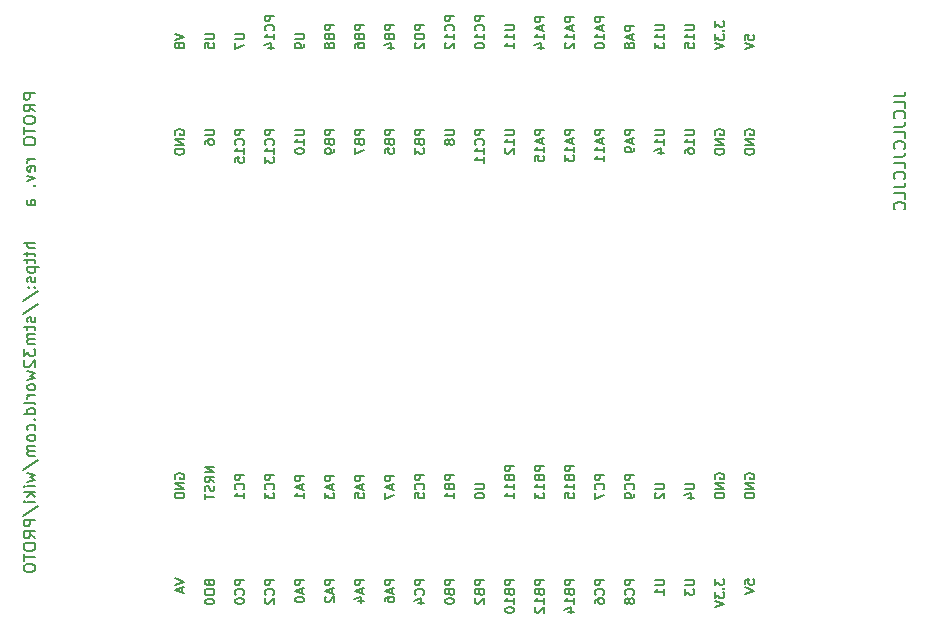
<source format=gbr>
G04 #@! TF.GenerationSoftware,KiCad,Pcbnew,7.0.6+dfsg-1*
G04 #@! TF.CreationDate,2023-07-25T09:51:38+08:00*
G04 #@! TF.ProjectId,proto,70726f74-6f2e-46b6-9963-61645f706362,a*
G04 #@! TF.SameCoordinates,Original*
G04 #@! TF.FileFunction,Legend,Bot*
G04 #@! TF.FilePolarity,Positive*
%FSLAX46Y46*%
G04 Gerber Fmt 4.6, Leading zero omitted, Abs format (unit mm)*
G04 Created by KiCad (PCBNEW 7.0.6+dfsg-1) date 2023-07-25 09:51:38*
%MOMM*%
%LPD*%
G01*
G04 APERTURE LIST*
%ADD10C,0.150000*%
G04 APERTURE END LIST*
D10*
X150222295Y-117764160D02*
X149422295Y-117764160D01*
X149422295Y-117764160D02*
X149422295Y-118068922D01*
X149422295Y-118068922D02*
X149460390Y-118145112D01*
X149460390Y-118145112D02*
X149498485Y-118183207D01*
X149498485Y-118183207D02*
X149574676Y-118221303D01*
X149574676Y-118221303D02*
X149688961Y-118221303D01*
X149688961Y-118221303D02*
X149765152Y-118183207D01*
X149765152Y-118183207D02*
X149803247Y-118145112D01*
X149803247Y-118145112D02*
X149841342Y-118068922D01*
X149841342Y-118068922D02*
X149841342Y-117764160D01*
X149803247Y-118830826D02*
X149841342Y-118945112D01*
X149841342Y-118945112D02*
X149879438Y-118983207D01*
X149879438Y-118983207D02*
X149955628Y-119021303D01*
X149955628Y-119021303D02*
X150069914Y-119021303D01*
X150069914Y-119021303D02*
X150146104Y-118983207D01*
X150146104Y-118983207D02*
X150184200Y-118945112D01*
X150184200Y-118945112D02*
X150222295Y-118868922D01*
X150222295Y-118868922D02*
X150222295Y-118564160D01*
X150222295Y-118564160D02*
X149422295Y-118564160D01*
X149422295Y-118564160D02*
X149422295Y-118830826D01*
X149422295Y-118830826D02*
X149460390Y-118907017D01*
X149460390Y-118907017D02*
X149498485Y-118945112D01*
X149498485Y-118945112D02*
X149574676Y-118983207D01*
X149574676Y-118983207D02*
X149650866Y-118983207D01*
X149650866Y-118983207D02*
X149727057Y-118945112D01*
X149727057Y-118945112D02*
X149765152Y-118907017D01*
X149765152Y-118907017D02*
X149803247Y-118830826D01*
X149803247Y-118830826D02*
X149803247Y-118564160D01*
X150222295Y-119783207D02*
X150222295Y-119326064D01*
X150222295Y-119554636D02*
X149422295Y-119554636D01*
X149422295Y-119554636D02*
X149536580Y-119478445D01*
X149536580Y-119478445D02*
X149612771Y-119402255D01*
X149612771Y-119402255D02*
X149650866Y-119326064D01*
X149422295Y-120278446D02*
X149422295Y-120354636D01*
X149422295Y-120354636D02*
X149460390Y-120430827D01*
X149460390Y-120430827D02*
X149498485Y-120468922D01*
X149498485Y-120468922D02*
X149574676Y-120507017D01*
X149574676Y-120507017D02*
X149727057Y-120545112D01*
X149727057Y-120545112D02*
X149917533Y-120545112D01*
X149917533Y-120545112D02*
X150069914Y-120507017D01*
X150069914Y-120507017D02*
X150146104Y-120468922D01*
X150146104Y-120468922D02*
X150184200Y-120430827D01*
X150184200Y-120430827D02*
X150222295Y-120354636D01*
X150222295Y-120354636D02*
X150222295Y-120278446D01*
X150222295Y-120278446D02*
X150184200Y-120202255D01*
X150184200Y-120202255D02*
X150146104Y-120164160D01*
X150146104Y-120164160D02*
X150069914Y-120126065D01*
X150069914Y-120126065D02*
X149917533Y-120087969D01*
X149917533Y-120087969D02*
X149727057Y-120087969D01*
X149727057Y-120087969D02*
X149574676Y-120126065D01*
X149574676Y-120126065D02*
X149498485Y-120164160D01*
X149498485Y-120164160D02*
X149460390Y-120202255D01*
X149460390Y-120202255D02*
X149422295Y-120278446D01*
X160382295Y-79664160D02*
X159582295Y-79664160D01*
X159582295Y-79664160D02*
X159582295Y-79968922D01*
X159582295Y-79968922D02*
X159620390Y-80045112D01*
X159620390Y-80045112D02*
X159658485Y-80083207D01*
X159658485Y-80083207D02*
X159734676Y-80121303D01*
X159734676Y-80121303D02*
X159848961Y-80121303D01*
X159848961Y-80121303D02*
X159925152Y-80083207D01*
X159925152Y-80083207D02*
X159963247Y-80045112D01*
X159963247Y-80045112D02*
X160001342Y-79968922D01*
X160001342Y-79968922D02*
X160001342Y-79664160D01*
X160153723Y-80426064D02*
X160153723Y-80807017D01*
X160382295Y-80349874D02*
X159582295Y-80616541D01*
X159582295Y-80616541D02*
X160382295Y-80883207D01*
X160382295Y-81187969D02*
X160382295Y-81340350D01*
X160382295Y-81340350D02*
X160344200Y-81416540D01*
X160344200Y-81416540D02*
X160306104Y-81454636D01*
X160306104Y-81454636D02*
X160191819Y-81530826D01*
X160191819Y-81530826D02*
X160039438Y-81568921D01*
X160039438Y-81568921D02*
X159734676Y-81568921D01*
X159734676Y-81568921D02*
X159658485Y-81530826D01*
X159658485Y-81530826D02*
X159620390Y-81492731D01*
X159620390Y-81492731D02*
X159582295Y-81416540D01*
X159582295Y-81416540D02*
X159582295Y-81264159D01*
X159582295Y-81264159D02*
X159620390Y-81187969D01*
X159620390Y-81187969D02*
X159658485Y-81149874D01*
X159658485Y-81149874D02*
X159734676Y-81111778D01*
X159734676Y-81111778D02*
X159925152Y-81111778D01*
X159925152Y-81111778D02*
X160001342Y-81149874D01*
X160001342Y-81149874D02*
X160039438Y-81187969D01*
X160039438Y-81187969D02*
X160077533Y-81264159D01*
X160077533Y-81264159D02*
X160077533Y-81416540D01*
X160077533Y-81416540D02*
X160039438Y-81492731D01*
X160039438Y-81492731D02*
X160001342Y-81530826D01*
X160001342Y-81530826D02*
X159925152Y-81568921D01*
X134982295Y-70754887D02*
X134182295Y-70754887D01*
X134182295Y-70754887D02*
X134182295Y-71059649D01*
X134182295Y-71059649D02*
X134220390Y-71135839D01*
X134220390Y-71135839D02*
X134258485Y-71173934D01*
X134258485Y-71173934D02*
X134334676Y-71212030D01*
X134334676Y-71212030D02*
X134448961Y-71212030D01*
X134448961Y-71212030D02*
X134525152Y-71173934D01*
X134525152Y-71173934D02*
X134563247Y-71135839D01*
X134563247Y-71135839D02*
X134601342Y-71059649D01*
X134601342Y-71059649D02*
X134601342Y-70754887D01*
X134563247Y-71821553D02*
X134601342Y-71935839D01*
X134601342Y-71935839D02*
X134639438Y-71973934D01*
X134639438Y-71973934D02*
X134715628Y-72012030D01*
X134715628Y-72012030D02*
X134829914Y-72012030D01*
X134829914Y-72012030D02*
X134906104Y-71973934D01*
X134906104Y-71973934D02*
X134944200Y-71935839D01*
X134944200Y-71935839D02*
X134982295Y-71859649D01*
X134982295Y-71859649D02*
X134982295Y-71554887D01*
X134982295Y-71554887D02*
X134182295Y-71554887D01*
X134182295Y-71554887D02*
X134182295Y-71821553D01*
X134182295Y-71821553D02*
X134220390Y-71897744D01*
X134220390Y-71897744D02*
X134258485Y-71935839D01*
X134258485Y-71935839D02*
X134334676Y-71973934D01*
X134334676Y-71973934D02*
X134410866Y-71973934D01*
X134410866Y-71973934D02*
X134487057Y-71935839D01*
X134487057Y-71935839D02*
X134525152Y-71897744D01*
X134525152Y-71897744D02*
X134563247Y-71821553D01*
X134563247Y-71821553D02*
X134563247Y-71554887D01*
X134525152Y-72469172D02*
X134487057Y-72392982D01*
X134487057Y-72392982D02*
X134448961Y-72354887D01*
X134448961Y-72354887D02*
X134372771Y-72316791D01*
X134372771Y-72316791D02*
X134334676Y-72316791D01*
X134334676Y-72316791D02*
X134258485Y-72354887D01*
X134258485Y-72354887D02*
X134220390Y-72392982D01*
X134220390Y-72392982D02*
X134182295Y-72469172D01*
X134182295Y-72469172D02*
X134182295Y-72621553D01*
X134182295Y-72621553D02*
X134220390Y-72697744D01*
X134220390Y-72697744D02*
X134258485Y-72735839D01*
X134258485Y-72735839D02*
X134334676Y-72773934D01*
X134334676Y-72773934D02*
X134372771Y-72773934D01*
X134372771Y-72773934D02*
X134448961Y-72735839D01*
X134448961Y-72735839D02*
X134487057Y-72697744D01*
X134487057Y-72697744D02*
X134525152Y-72621553D01*
X134525152Y-72621553D02*
X134525152Y-72469172D01*
X134525152Y-72469172D02*
X134563247Y-72392982D01*
X134563247Y-72392982D02*
X134601342Y-72354887D01*
X134601342Y-72354887D02*
X134677533Y-72316791D01*
X134677533Y-72316791D02*
X134829914Y-72316791D01*
X134829914Y-72316791D02*
X134906104Y-72354887D01*
X134906104Y-72354887D02*
X134944200Y-72392982D01*
X134944200Y-72392982D02*
X134982295Y-72469172D01*
X134982295Y-72469172D02*
X134982295Y-72621553D01*
X134982295Y-72621553D02*
X134944200Y-72697744D01*
X134944200Y-72697744D02*
X134906104Y-72735839D01*
X134906104Y-72735839D02*
X134829914Y-72773934D01*
X134829914Y-72773934D02*
X134677533Y-72773934D01*
X134677533Y-72773934D02*
X134601342Y-72735839D01*
X134601342Y-72735839D02*
X134563247Y-72697744D01*
X134563247Y-72697744D02*
X134525152Y-72621553D01*
X129902295Y-79664160D02*
X129102295Y-79664160D01*
X129102295Y-79664160D02*
X129102295Y-79968922D01*
X129102295Y-79968922D02*
X129140390Y-80045112D01*
X129140390Y-80045112D02*
X129178485Y-80083207D01*
X129178485Y-80083207D02*
X129254676Y-80121303D01*
X129254676Y-80121303D02*
X129368961Y-80121303D01*
X129368961Y-80121303D02*
X129445152Y-80083207D01*
X129445152Y-80083207D02*
X129483247Y-80045112D01*
X129483247Y-80045112D02*
X129521342Y-79968922D01*
X129521342Y-79968922D02*
X129521342Y-79664160D01*
X129826104Y-80921303D02*
X129864200Y-80883207D01*
X129864200Y-80883207D02*
X129902295Y-80768922D01*
X129902295Y-80768922D02*
X129902295Y-80692731D01*
X129902295Y-80692731D02*
X129864200Y-80578445D01*
X129864200Y-80578445D02*
X129788009Y-80502255D01*
X129788009Y-80502255D02*
X129711819Y-80464160D01*
X129711819Y-80464160D02*
X129559438Y-80426064D01*
X129559438Y-80426064D02*
X129445152Y-80426064D01*
X129445152Y-80426064D02*
X129292771Y-80464160D01*
X129292771Y-80464160D02*
X129216580Y-80502255D01*
X129216580Y-80502255D02*
X129140390Y-80578445D01*
X129140390Y-80578445D02*
X129102295Y-80692731D01*
X129102295Y-80692731D02*
X129102295Y-80768922D01*
X129102295Y-80768922D02*
X129140390Y-80883207D01*
X129140390Y-80883207D02*
X129178485Y-80921303D01*
X129902295Y-81683207D02*
X129902295Y-81226064D01*
X129902295Y-81454636D02*
X129102295Y-81454636D01*
X129102295Y-81454636D02*
X129216580Y-81378445D01*
X129216580Y-81378445D02*
X129292771Y-81302255D01*
X129292771Y-81302255D02*
X129330866Y-81226064D01*
X129102295Y-81949874D02*
X129102295Y-82445112D01*
X129102295Y-82445112D02*
X129407057Y-82178446D01*
X129407057Y-82178446D02*
X129407057Y-82292731D01*
X129407057Y-82292731D02*
X129445152Y-82368922D01*
X129445152Y-82368922D02*
X129483247Y-82407017D01*
X129483247Y-82407017D02*
X129559438Y-82445112D01*
X129559438Y-82445112D02*
X129749914Y-82445112D01*
X129749914Y-82445112D02*
X129826104Y-82407017D01*
X129826104Y-82407017D02*
X129864200Y-82368922D01*
X129864200Y-82368922D02*
X129902295Y-82292731D01*
X129902295Y-82292731D02*
X129902295Y-82064160D01*
X129902295Y-82064160D02*
X129864200Y-81987969D01*
X129864200Y-81987969D02*
X129826104Y-81949874D01*
X167240390Y-80083207D02*
X167202295Y-80007017D01*
X167202295Y-80007017D02*
X167202295Y-79892731D01*
X167202295Y-79892731D02*
X167240390Y-79778445D01*
X167240390Y-79778445D02*
X167316580Y-79702255D01*
X167316580Y-79702255D02*
X167392771Y-79664160D01*
X167392771Y-79664160D02*
X167545152Y-79626064D01*
X167545152Y-79626064D02*
X167659438Y-79626064D01*
X167659438Y-79626064D02*
X167811819Y-79664160D01*
X167811819Y-79664160D02*
X167888009Y-79702255D01*
X167888009Y-79702255D02*
X167964200Y-79778445D01*
X167964200Y-79778445D02*
X168002295Y-79892731D01*
X168002295Y-79892731D02*
X168002295Y-79968922D01*
X168002295Y-79968922D02*
X167964200Y-80083207D01*
X167964200Y-80083207D02*
X167926104Y-80121303D01*
X167926104Y-80121303D02*
X167659438Y-80121303D01*
X167659438Y-80121303D02*
X167659438Y-79968922D01*
X168002295Y-80464160D02*
X167202295Y-80464160D01*
X167202295Y-80464160D02*
X168002295Y-80921303D01*
X168002295Y-80921303D02*
X167202295Y-80921303D01*
X168002295Y-81302255D02*
X167202295Y-81302255D01*
X167202295Y-81302255D02*
X167202295Y-81492731D01*
X167202295Y-81492731D02*
X167240390Y-81607017D01*
X167240390Y-81607017D02*
X167316580Y-81683207D01*
X167316580Y-81683207D02*
X167392771Y-81721302D01*
X167392771Y-81721302D02*
X167545152Y-81759398D01*
X167545152Y-81759398D02*
X167659438Y-81759398D01*
X167659438Y-81759398D02*
X167811819Y-81721302D01*
X167811819Y-81721302D02*
X167888009Y-81683207D01*
X167888009Y-81683207D02*
X167964200Y-81607017D01*
X167964200Y-81607017D02*
X168002295Y-81492731D01*
X168002295Y-81492731D02*
X168002295Y-81302255D01*
X140062295Y-70754887D02*
X139262295Y-70754887D01*
X139262295Y-70754887D02*
X139262295Y-71059649D01*
X139262295Y-71059649D02*
X139300390Y-71135839D01*
X139300390Y-71135839D02*
X139338485Y-71173934D01*
X139338485Y-71173934D02*
X139414676Y-71212030D01*
X139414676Y-71212030D02*
X139528961Y-71212030D01*
X139528961Y-71212030D02*
X139605152Y-71173934D01*
X139605152Y-71173934D02*
X139643247Y-71135839D01*
X139643247Y-71135839D02*
X139681342Y-71059649D01*
X139681342Y-71059649D02*
X139681342Y-70754887D01*
X139643247Y-71821553D02*
X139681342Y-71935839D01*
X139681342Y-71935839D02*
X139719438Y-71973934D01*
X139719438Y-71973934D02*
X139795628Y-72012030D01*
X139795628Y-72012030D02*
X139909914Y-72012030D01*
X139909914Y-72012030D02*
X139986104Y-71973934D01*
X139986104Y-71973934D02*
X140024200Y-71935839D01*
X140024200Y-71935839D02*
X140062295Y-71859649D01*
X140062295Y-71859649D02*
X140062295Y-71554887D01*
X140062295Y-71554887D02*
X139262295Y-71554887D01*
X139262295Y-71554887D02*
X139262295Y-71821553D01*
X139262295Y-71821553D02*
X139300390Y-71897744D01*
X139300390Y-71897744D02*
X139338485Y-71935839D01*
X139338485Y-71935839D02*
X139414676Y-71973934D01*
X139414676Y-71973934D02*
X139490866Y-71973934D01*
X139490866Y-71973934D02*
X139567057Y-71935839D01*
X139567057Y-71935839D02*
X139605152Y-71897744D01*
X139605152Y-71897744D02*
X139643247Y-71821553D01*
X139643247Y-71821553D02*
X139643247Y-71554887D01*
X139528961Y-72697744D02*
X140062295Y-72697744D01*
X139224200Y-72507268D02*
X139795628Y-72316791D01*
X139795628Y-72316791D02*
X139795628Y-72812030D01*
X162122295Y-70754887D02*
X162769914Y-70754887D01*
X162769914Y-70754887D02*
X162846104Y-70792982D01*
X162846104Y-70792982D02*
X162884200Y-70831077D01*
X162884200Y-70831077D02*
X162922295Y-70907268D01*
X162922295Y-70907268D02*
X162922295Y-71059649D01*
X162922295Y-71059649D02*
X162884200Y-71135839D01*
X162884200Y-71135839D02*
X162846104Y-71173934D01*
X162846104Y-71173934D02*
X162769914Y-71212030D01*
X162769914Y-71212030D02*
X162122295Y-71212030D01*
X162922295Y-72012029D02*
X162922295Y-71554886D01*
X162922295Y-71783458D02*
X162122295Y-71783458D01*
X162122295Y-71783458D02*
X162236580Y-71707267D01*
X162236580Y-71707267D02*
X162312771Y-71631077D01*
X162312771Y-71631077D02*
X162350866Y-71554886D01*
X162122295Y-72278696D02*
X162122295Y-72773934D01*
X162122295Y-72773934D02*
X162427057Y-72507268D01*
X162427057Y-72507268D02*
X162427057Y-72621553D01*
X162427057Y-72621553D02*
X162465152Y-72697744D01*
X162465152Y-72697744D02*
X162503247Y-72735839D01*
X162503247Y-72735839D02*
X162579438Y-72773934D01*
X162579438Y-72773934D02*
X162769914Y-72773934D01*
X162769914Y-72773934D02*
X162846104Y-72735839D01*
X162846104Y-72735839D02*
X162884200Y-72697744D01*
X162884200Y-72697744D02*
X162922295Y-72621553D01*
X162922295Y-72621553D02*
X162922295Y-72392982D01*
X162922295Y-72392982D02*
X162884200Y-72316791D01*
X162884200Y-72316791D02*
X162846104Y-72278696D01*
X134982295Y-108969173D02*
X134182295Y-108969173D01*
X134182295Y-108969173D02*
X134182295Y-109273935D01*
X134182295Y-109273935D02*
X134220390Y-109350125D01*
X134220390Y-109350125D02*
X134258485Y-109388220D01*
X134258485Y-109388220D02*
X134334676Y-109426316D01*
X134334676Y-109426316D02*
X134448961Y-109426316D01*
X134448961Y-109426316D02*
X134525152Y-109388220D01*
X134525152Y-109388220D02*
X134563247Y-109350125D01*
X134563247Y-109350125D02*
X134601342Y-109273935D01*
X134601342Y-109273935D02*
X134601342Y-108969173D01*
X134753723Y-109731077D02*
X134753723Y-110112030D01*
X134982295Y-109654887D02*
X134182295Y-109921554D01*
X134182295Y-109921554D02*
X134982295Y-110188220D01*
X134182295Y-110378696D02*
X134182295Y-110873934D01*
X134182295Y-110873934D02*
X134487057Y-110607268D01*
X134487057Y-110607268D02*
X134487057Y-110721553D01*
X134487057Y-110721553D02*
X134525152Y-110797744D01*
X134525152Y-110797744D02*
X134563247Y-110835839D01*
X134563247Y-110835839D02*
X134639438Y-110873934D01*
X134639438Y-110873934D02*
X134829914Y-110873934D01*
X134829914Y-110873934D02*
X134906104Y-110835839D01*
X134906104Y-110835839D02*
X134944200Y-110797744D01*
X134944200Y-110797744D02*
X134982295Y-110721553D01*
X134982295Y-110721553D02*
X134982295Y-110492982D01*
X134982295Y-110492982D02*
X134944200Y-110416791D01*
X134944200Y-110416791D02*
X134906104Y-110378696D01*
X145142295Y-69992982D02*
X144342295Y-69992982D01*
X144342295Y-69992982D02*
X144342295Y-70297744D01*
X144342295Y-70297744D02*
X144380390Y-70373934D01*
X144380390Y-70373934D02*
X144418485Y-70412029D01*
X144418485Y-70412029D02*
X144494676Y-70450125D01*
X144494676Y-70450125D02*
X144608961Y-70450125D01*
X144608961Y-70450125D02*
X144685152Y-70412029D01*
X144685152Y-70412029D02*
X144723247Y-70373934D01*
X144723247Y-70373934D02*
X144761342Y-70297744D01*
X144761342Y-70297744D02*
X144761342Y-69992982D01*
X145066104Y-71250125D02*
X145104200Y-71212029D01*
X145104200Y-71212029D02*
X145142295Y-71097744D01*
X145142295Y-71097744D02*
X145142295Y-71021553D01*
X145142295Y-71021553D02*
X145104200Y-70907267D01*
X145104200Y-70907267D02*
X145028009Y-70831077D01*
X145028009Y-70831077D02*
X144951819Y-70792982D01*
X144951819Y-70792982D02*
X144799438Y-70754886D01*
X144799438Y-70754886D02*
X144685152Y-70754886D01*
X144685152Y-70754886D02*
X144532771Y-70792982D01*
X144532771Y-70792982D02*
X144456580Y-70831077D01*
X144456580Y-70831077D02*
X144380390Y-70907267D01*
X144380390Y-70907267D02*
X144342295Y-71021553D01*
X144342295Y-71021553D02*
X144342295Y-71097744D01*
X144342295Y-71097744D02*
X144380390Y-71212029D01*
X144380390Y-71212029D02*
X144418485Y-71250125D01*
X145142295Y-72012029D02*
X145142295Y-71554886D01*
X145142295Y-71783458D02*
X144342295Y-71783458D01*
X144342295Y-71783458D02*
X144456580Y-71707267D01*
X144456580Y-71707267D02*
X144532771Y-71631077D01*
X144532771Y-71631077D02*
X144570866Y-71554886D01*
X144418485Y-72316791D02*
X144380390Y-72354887D01*
X144380390Y-72354887D02*
X144342295Y-72431077D01*
X144342295Y-72431077D02*
X144342295Y-72621553D01*
X144342295Y-72621553D02*
X144380390Y-72697744D01*
X144380390Y-72697744D02*
X144418485Y-72735839D01*
X144418485Y-72735839D02*
X144494676Y-72773934D01*
X144494676Y-72773934D02*
X144570866Y-72773934D01*
X144570866Y-72773934D02*
X144685152Y-72735839D01*
X144685152Y-72735839D02*
X145142295Y-72278696D01*
X145142295Y-72278696D02*
X145142295Y-72773934D01*
X169742295Y-118145112D02*
X169742295Y-117764160D01*
X169742295Y-117764160D02*
X170123247Y-117726064D01*
X170123247Y-117726064D02*
X170085152Y-117764160D01*
X170085152Y-117764160D02*
X170047057Y-117840350D01*
X170047057Y-117840350D02*
X170047057Y-118030826D01*
X170047057Y-118030826D02*
X170085152Y-118107017D01*
X170085152Y-118107017D02*
X170123247Y-118145112D01*
X170123247Y-118145112D02*
X170199438Y-118183207D01*
X170199438Y-118183207D02*
X170389914Y-118183207D01*
X170389914Y-118183207D02*
X170466104Y-118145112D01*
X170466104Y-118145112D02*
X170504200Y-118107017D01*
X170504200Y-118107017D02*
X170542295Y-118030826D01*
X170542295Y-118030826D02*
X170542295Y-117840350D01*
X170542295Y-117840350D02*
X170504200Y-117764160D01*
X170504200Y-117764160D02*
X170466104Y-117726064D01*
X169742295Y-118411779D02*
X170542295Y-118678446D01*
X170542295Y-118678446D02*
X169742295Y-118945112D01*
X145142295Y-108854887D02*
X144342295Y-108854887D01*
X144342295Y-108854887D02*
X144342295Y-109159649D01*
X144342295Y-109159649D02*
X144380390Y-109235839D01*
X144380390Y-109235839D02*
X144418485Y-109273934D01*
X144418485Y-109273934D02*
X144494676Y-109312030D01*
X144494676Y-109312030D02*
X144608961Y-109312030D01*
X144608961Y-109312030D02*
X144685152Y-109273934D01*
X144685152Y-109273934D02*
X144723247Y-109235839D01*
X144723247Y-109235839D02*
X144761342Y-109159649D01*
X144761342Y-109159649D02*
X144761342Y-108854887D01*
X144723247Y-109921553D02*
X144761342Y-110035839D01*
X144761342Y-110035839D02*
X144799438Y-110073934D01*
X144799438Y-110073934D02*
X144875628Y-110112030D01*
X144875628Y-110112030D02*
X144989914Y-110112030D01*
X144989914Y-110112030D02*
X145066104Y-110073934D01*
X145066104Y-110073934D02*
X145104200Y-110035839D01*
X145104200Y-110035839D02*
X145142295Y-109959649D01*
X145142295Y-109959649D02*
X145142295Y-109654887D01*
X145142295Y-109654887D02*
X144342295Y-109654887D01*
X144342295Y-109654887D02*
X144342295Y-109921553D01*
X144342295Y-109921553D02*
X144380390Y-109997744D01*
X144380390Y-109997744D02*
X144418485Y-110035839D01*
X144418485Y-110035839D02*
X144494676Y-110073934D01*
X144494676Y-110073934D02*
X144570866Y-110073934D01*
X144570866Y-110073934D02*
X144647057Y-110035839D01*
X144647057Y-110035839D02*
X144685152Y-109997744D01*
X144685152Y-109997744D02*
X144723247Y-109921553D01*
X144723247Y-109921553D02*
X144723247Y-109654887D01*
X145142295Y-110873934D02*
X145142295Y-110416791D01*
X145142295Y-110645363D02*
X144342295Y-110645363D01*
X144342295Y-110645363D02*
X144456580Y-110569172D01*
X144456580Y-110569172D02*
X144532771Y-110492982D01*
X144532771Y-110492982D02*
X144570866Y-110416791D01*
X142602295Y-117764160D02*
X141802295Y-117764160D01*
X141802295Y-117764160D02*
X141802295Y-118068922D01*
X141802295Y-118068922D02*
X141840390Y-118145112D01*
X141840390Y-118145112D02*
X141878485Y-118183207D01*
X141878485Y-118183207D02*
X141954676Y-118221303D01*
X141954676Y-118221303D02*
X142068961Y-118221303D01*
X142068961Y-118221303D02*
X142145152Y-118183207D01*
X142145152Y-118183207D02*
X142183247Y-118145112D01*
X142183247Y-118145112D02*
X142221342Y-118068922D01*
X142221342Y-118068922D02*
X142221342Y-117764160D01*
X142526104Y-119021303D02*
X142564200Y-118983207D01*
X142564200Y-118983207D02*
X142602295Y-118868922D01*
X142602295Y-118868922D02*
X142602295Y-118792731D01*
X142602295Y-118792731D02*
X142564200Y-118678445D01*
X142564200Y-118678445D02*
X142488009Y-118602255D01*
X142488009Y-118602255D02*
X142411819Y-118564160D01*
X142411819Y-118564160D02*
X142259438Y-118526064D01*
X142259438Y-118526064D02*
X142145152Y-118526064D01*
X142145152Y-118526064D02*
X141992771Y-118564160D01*
X141992771Y-118564160D02*
X141916580Y-118602255D01*
X141916580Y-118602255D02*
X141840390Y-118678445D01*
X141840390Y-118678445D02*
X141802295Y-118792731D01*
X141802295Y-118792731D02*
X141802295Y-118868922D01*
X141802295Y-118868922D02*
X141840390Y-118983207D01*
X141840390Y-118983207D02*
X141878485Y-119021303D01*
X142068961Y-119707017D02*
X142602295Y-119707017D01*
X141764200Y-119516541D02*
X142335628Y-119326064D01*
X142335628Y-119326064D02*
X142335628Y-119821303D01*
X167202295Y-70450125D02*
X167202295Y-70945363D01*
X167202295Y-70945363D02*
X167507057Y-70678697D01*
X167507057Y-70678697D02*
X167507057Y-70792982D01*
X167507057Y-70792982D02*
X167545152Y-70869173D01*
X167545152Y-70869173D02*
X167583247Y-70907268D01*
X167583247Y-70907268D02*
X167659438Y-70945363D01*
X167659438Y-70945363D02*
X167849914Y-70945363D01*
X167849914Y-70945363D02*
X167926104Y-70907268D01*
X167926104Y-70907268D02*
X167964200Y-70869173D01*
X167964200Y-70869173D02*
X168002295Y-70792982D01*
X168002295Y-70792982D02*
X168002295Y-70564411D01*
X168002295Y-70564411D02*
X167964200Y-70488220D01*
X167964200Y-70488220D02*
X167926104Y-70450125D01*
X167926104Y-71288221D02*
X167964200Y-71326316D01*
X167964200Y-71326316D02*
X168002295Y-71288221D01*
X168002295Y-71288221D02*
X167964200Y-71250125D01*
X167964200Y-71250125D02*
X167926104Y-71288221D01*
X167926104Y-71288221D02*
X168002295Y-71288221D01*
X167202295Y-71592982D02*
X167202295Y-72088220D01*
X167202295Y-72088220D02*
X167507057Y-71821554D01*
X167507057Y-71821554D02*
X167507057Y-71935839D01*
X167507057Y-71935839D02*
X167545152Y-72012030D01*
X167545152Y-72012030D02*
X167583247Y-72050125D01*
X167583247Y-72050125D02*
X167659438Y-72088220D01*
X167659438Y-72088220D02*
X167849914Y-72088220D01*
X167849914Y-72088220D02*
X167926104Y-72050125D01*
X167926104Y-72050125D02*
X167964200Y-72012030D01*
X167964200Y-72012030D02*
X168002295Y-71935839D01*
X168002295Y-71935839D02*
X168002295Y-71707268D01*
X168002295Y-71707268D02*
X167964200Y-71631077D01*
X167964200Y-71631077D02*
X167926104Y-71592982D01*
X167202295Y-72316792D02*
X168002295Y-72583459D01*
X168002295Y-72583459D02*
X167202295Y-72850125D01*
X124822295Y-108207268D02*
X124022295Y-108207268D01*
X124022295Y-108207268D02*
X124822295Y-108664411D01*
X124822295Y-108664411D02*
X124022295Y-108664411D01*
X124822295Y-109502506D02*
X124441342Y-109235839D01*
X124822295Y-109045363D02*
X124022295Y-109045363D01*
X124022295Y-109045363D02*
X124022295Y-109350125D01*
X124022295Y-109350125D02*
X124060390Y-109426315D01*
X124060390Y-109426315D02*
X124098485Y-109464410D01*
X124098485Y-109464410D02*
X124174676Y-109502506D01*
X124174676Y-109502506D02*
X124288961Y-109502506D01*
X124288961Y-109502506D02*
X124365152Y-109464410D01*
X124365152Y-109464410D02*
X124403247Y-109426315D01*
X124403247Y-109426315D02*
X124441342Y-109350125D01*
X124441342Y-109350125D02*
X124441342Y-109045363D01*
X124784200Y-109807267D02*
X124822295Y-109921553D01*
X124822295Y-109921553D02*
X124822295Y-110112029D01*
X124822295Y-110112029D02*
X124784200Y-110188220D01*
X124784200Y-110188220D02*
X124746104Y-110226315D01*
X124746104Y-110226315D02*
X124669914Y-110264410D01*
X124669914Y-110264410D02*
X124593723Y-110264410D01*
X124593723Y-110264410D02*
X124517533Y-110226315D01*
X124517533Y-110226315D02*
X124479438Y-110188220D01*
X124479438Y-110188220D02*
X124441342Y-110112029D01*
X124441342Y-110112029D02*
X124403247Y-109959648D01*
X124403247Y-109959648D02*
X124365152Y-109883458D01*
X124365152Y-109883458D02*
X124327057Y-109845363D01*
X124327057Y-109845363D02*
X124250866Y-109807267D01*
X124250866Y-109807267D02*
X124174676Y-109807267D01*
X124174676Y-109807267D02*
X124098485Y-109845363D01*
X124098485Y-109845363D02*
X124060390Y-109883458D01*
X124060390Y-109883458D02*
X124022295Y-109959648D01*
X124022295Y-109959648D02*
X124022295Y-110150125D01*
X124022295Y-110150125D02*
X124060390Y-110264410D01*
X124022295Y-110492982D02*
X124022295Y-110950125D01*
X124822295Y-110721553D02*
X124022295Y-110721553D01*
X129902295Y-108854887D02*
X129102295Y-108854887D01*
X129102295Y-108854887D02*
X129102295Y-109159649D01*
X129102295Y-109159649D02*
X129140390Y-109235839D01*
X129140390Y-109235839D02*
X129178485Y-109273934D01*
X129178485Y-109273934D02*
X129254676Y-109312030D01*
X129254676Y-109312030D02*
X129368961Y-109312030D01*
X129368961Y-109312030D02*
X129445152Y-109273934D01*
X129445152Y-109273934D02*
X129483247Y-109235839D01*
X129483247Y-109235839D02*
X129521342Y-109159649D01*
X129521342Y-109159649D02*
X129521342Y-108854887D01*
X129826104Y-110112030D02*
X129864200Y-110073934D01*
X129864200Y-110073934D02*
X129902295Y-109959649D01*
X129902295Y-109959649D02*
X129902295Y-109883458D01*
X129902295Y-109883458D02*
X129864200Y-109769172D01*
X129864200Y-109769172D02*
X129788009Y-109692982D01*
X129788009Y-109692982D02*
X129711819Y-109654887D01*
X129711819Y-109654887D02*
X129559438Y-109616791D01*
X129559438Y-109616791D02*
X129445152Y-109616791D01*
X129445152Y-109616791D02*
X129292771Y-109654887D01*
X129292771Y-109654887D02*
X129216580Y-109692982D01*
X129216580Y-109692982D02*
X129140390Y-109769172D01*
X129140390Y-109769172D02*
X129102295Y-109883458D01*
X129102295Y-109883458D02*
X129102295Y-109959649D01*
X129102295Y-109959649D02*
X129140390Y-110073934D01*
X129140390Y-110073934D02*
X129178485Y-110112030D01*
X129102295Y-110378696D02*
X129102295Y-110873934D01*
X129102295Y-110873934D02*
X129407057Y-110607268D01*
X129407057Y-110607268D02*
X129407057Y-110721553D01*
X129407057Y-110721553D02*
X129445152Y-110797744D01*
X129445152Y-110797744D02*
X129483247Y-110835839D01*
X129483247Y-110835839D02*
X129559438Y-110873934D01*
X129559438Y-110873934D02*
X129749914Y-110873934D01*
X129749914Y-110873934D02*
X129826104Y-110835839D01*
X129826104Y-110835839D02*
X129864200Y-110797744D01*
X129864200Y-110797744D02*
X129902295Y-110721553D01*
X129902295Y-110721553D02*
X129902295Y-110492982D01*
X129902295Y-110492982D02*
X129864200Y-110416791D01*
X129864200Y-110416791D02*
X129826104Y-110378696D01*
X146882295Y-109616792D02*
X147529914Y-109616792D01*
X147529914Y-109616792D02*
X147606104Y-109654887D01*
X147606104Y-109654887D02*
X147644200Y-109692982D01*
X147644200Y-109692982D02*
X147682295Y-109769173D01*
X147682295Y-109769173D02*
X147682295Y-109921554D01*
X147682295Y-109921554D02*
X147644200Y-109997744D01*
X147644200Y-109997744D02*
X147606104Y-110035839D01*
X147606104Y-110035839D02*
X147529914Y-110073935D01*
X147529914Y-110073935D02*
X146882295Y-110073935D01*
X146882295Y-110607268D02*
X146882295Y-110683458D01*
X146882295Y-110683458D02*
X146920390Y-110759649D01*
X146920390Y-110759649D02*
X146958485Y-110797744D01*
X146958485Y-110797744D02*
X147034676Y-110835839D01*
X147034676Y-110835839D02*
X147187057Y-110873934D01*
X147187057Y-110873934D02*
X147377533Y-110873934D01*
X147377533Y-110873934D02*
X147529914Y-110835839D01*
X147529914Y-110835839D02*
X147606104Y-110797744D01*
X147606104Y-110797744D02*
X147644200Y-110759649D01*
X147644200Y-110759649D02*
X147682295Y-110683458D01*
X147682295Y-110683458D02*
X147682295Y-110607268D01*
X147682295Y-110607268D02*
X147644200Y-110531077D01*
X147644200Y-110531077D02*
X147606104Y-110492982D01*
X147606104Y-110492982D02*
X147529914Y-110454887D01*
X147529914Y-110454887D02*
X147377533Y-110416791D01*
X147377533Y-110416791D02*
X147187057Y-110416791D01*
X147187057Y-110416791D02*
X147034676Y-110454887D01*
X147034676Y-110454887D02*
X146958485Y-110492982D01*
X146958485Y-110492982D02*
X146920390Y-110531077D01*
X146920390Y-110531077D02*
X146882295Y-110607268D01*
X150222295Y-108092982D02*
X149422295Y-108092982D01*
X149422295Y-108092982D02*
X149422295Y-108397744D01*
X149422295Y-108397744D02*
X149460390Y-108473934D01*
X149460390Y-108473934D02*
X149498485Y-108512029D01*
X149498485Y-108512029D02*
X149574676Y-108550125D01*
X149574676Y-108550125D02*
X149688961Y-108550125D01*
X149688961Y-108550125D02*
X149765152Y-108512029D01*
X149765152Y-108512029D02*
X149803247Y-108473934D01*
X149803247Y-108473934D02*
X149841342Y-108397744D01*
X149841342Y-108397744D02*
X149841342Y-108092982D01*
X149803247Y-109159648D02*
X149841342Y-109273934D01*
X149841342Y-109273934D02*
X149879438Y-109312029D01*
X149879438Y-109312029D02*
X149955628Y-109350125D01*
X149955628Y-109350125D02*
X150069914Y-109350125D01*
X150069914Y-109350125D02*
X150146104Y-109312029D01*
X150146104Y-109312029D02*
X150184200Y-109273934D01*
X150184200Y-109273934D02*
X150222295Y-109197744D01*
X150222295Y-109197744D02*
X150222295Y-108892982D01*
X150222295Y-108892982D02*
X149422295Y-108892982D01*
X149422295Y-108892982D02*
X149422295Y-109159648D01*
X149422295Y-109159648D02*
X149460390Y-109235839D01*
X149460390Y-109235839D02*
X149498485Y-109273934D01*
X149498485Y-109273934D02*
X149574676Y-109312029D01*
X149574676Y-109312029D02*
X149650866Y-109312029D01*
X149650866Y-109312029D02*
X149727057Y-109273934D01*
X149727057Y-109273934D02*
X149765152Y-109235839D01*
X149765152Y-109235839D02*
X149803247Y-109159648D01*
X149803247Y-109159648D02*
X149803247Y-108892982D01*
X150222295Y-110112029D02*
X150222295Y-109654886D01*
X150222295Y-109883458D02*
X149422295Y-109883458D01*
X149422295Y-109883458D02*
X149536580Y-109807267D01*
X149536580Y-109807267D02*
X149612771Y-109731077D01*
X149612771Y-109731077D02*
X149650866Y-109654886D01*
X150222295Y-110873934D02*
X150222295Y-110416791D01*
X150222295Y-110645363D02*
X149422295Y-110645363D01*
X149422295Y-110645363D02*
X149536580Y-110569172D01*
X149536580Y-110569172D02*
X149612771Y-110492982D01*
X149612771Y-110492982D02*
X149650866Y-110416791D01*
X160382295Y-117764160D02*
X159582295Y-117764160D01*
X159582295Y-117764160D02*
X159582295Y-118068922D01*
X159582295Y-118068922D02*
X159620390Y-118145112D01*
X159620390Y-118145112D02*
X159658485Y-118183207D01*
X159658485Y-118183207D02*
X159734676Y-118221303D01*
X159734676Y-118221303D02*
X159848961Y-118221303D01*
X159848961Y-118221303D02*
X159925152Y-118183207D01*
X159925152Y-118183207D02*
X159963247Y-118145112D01*
X159963247Y-118145112D02*
X160001342Y-118068922D01*
X160001342Y-118068922D02*
X160001342Y-117764160D01*
X160306104Y-119021303D02*
X160344200Y-118983207D01*
X160344200Y-118983207D02*
X160382295Y-118868922D01*
X160382295Y-118868922D02*
X160382295Y-118792731D01*
X160382295Y-118792731D02*
X160344200Y-118678445D01*
X160344200Y-118678445D02*
X160268009Y-118602255D01*
X160268009Y-118602255D02*
X160191819Y-118564160D01*
X160191819Y-118564160D02*
X160039438Y-118526064D01*
X160039438Y-118526064D02*
X159925152Y-118526064D01*
X159925152Y-118526064D02*
X159772771Y-118564160D01*
X159772771Y-118564160D02*
X159696580Y-118602255D01*
X159696580Y-118602255D02*
X159620390Y-118678445D01*
X159620390Y-118678445D02*
X159582295Y-118792731D01*
X159582295Y-118792731D02*
X159582295Y-118868922D01*
X159582295Y-118868922D02*
X159620390Y-118983207D01*
X159620390Y-118983207D02*
X159658485Y-119021303D01*
X159925152Y-119478445D02*
X159887057Y-119402255D01*
X159887057Y-119402255D02*
X159848961Y-119364160D01*
X159848961Y-119364160D02*
X159772771Y-119326064D01*
X159772771Y-119326064D02*
X159734676Y-119326064D01*
X159734676Y-119326064D02*
X159658485Y-119364160D01*
X159658485Y-119364160D02*
X159620390Y-119402255D01*
X159620390Y-119402255D02*
X159582295Y-119478445D01*
X159582295Y-119478445D02*
X159582295Y-119630826D01*
X159582295Y-119630826D02*
X159620390Y-119707017D01*
X159620390Y-119707017D02*
X159658485Y-119745112D01*
X159658485Y-119745112D02*
X159734676Y-119783207D01*
X159734676Y-119783207D02*
X159772771Y-119783207D01*
X159772771Y-119783207D02*
X159848961Y-119745112D01*
X159848961Y-119745112D02*
X159887057Y-119707017D01*
X159887057Y-119707017D02*
X159925152Y-119630826D01*
X159925152Y-119630826D02*
X159925152Y-119478445D01*
X159925152Y-119478445D02*
X159963247Y-119402255D01*
X159963247Y-119402255D02*
X160001342Y-119364160D01*
X160001342Y-119364160D02*
X160077533Y-119326064D01*
X160077533Y-119326064D02*
X160229914Y-119326064D01*
X160229914Y-119326064D02*
X160306104Y-119364160D01*
X160306104Y-119364160D02*
X160344200Y-119402255D01*
X160344200Y-119402255D02*
X160382295Y-119478445D01*
X160382295Y-119478445D02*
X160382295Y-119630826D01*
X160382295Y-119630826D02*
X160344200Y-119707017D01*
X160344200Y-119707017D02*
X160306104Y-119745112D01*
X160306104Y-119745112D02*
X160229914Y-119783207D01*
X160229914Y-119783207D02*
X160077533Y-119783207D01*
X160077533Y-119783207D02*
X160001342Y-119745112D01*
X160001342Y-119745112D02*
X159963247Y-119707017D01*
X159963247Y-119707017D02*
X159925152Y-119630826D01*
X124022295Y-71516792D02*
X124669914Y-71516792D01*
X124669914Y-71516792D02*
X124746104Y-71554887D01*
X124746104Y-71554887D02*
X124784200Y-71592982D01*
X124784200Y-71592982D02*
X124822295Y-71669173D01*
X124822295Y-71669173D02*
X124822295Y-71821554D01*
X124822295Y-71821554D02*
X124784200Y-71897744D01*
X124784200Y-71897744D02*
X124746104Y-71935839D01*
X124746104Y-71935839D02*
X124669914Y-71973935D01*
X124669914Y-71973935D02*
X124022295Y-71973935D01*
X124022295Y-72735839D02*
X124022295Y-72354887D01*
X124022295Y-72354887D02*
X124403247Y-72316791D01*
X124403247Y-72316791D02*
X124365152Y-72354887D01*
X124365152Y-72354887D02*
X124327057Y-72431077D01*
X124327057Y-72431077D02*
X124327057Y-72621553D01*
X124327057Y-72621553D02*
X124365152Y-72697744D01*
X124365152Y-72697744D02*
X124403247Y-72735839D01*
X124403247Y-72735839D02*
X124479438Y-72773934D01*
X124479438Y-72773934D02*
X124669914Y-72773934D01*
X124669914Y-72773934D02*
X124746104Y-72735839D01*
X124746104Y-72735839D02*
X124784200Y-72697744D01*
X124784200Y-72697744D02*
X124822295Y-72621553D01*
X124822295Y-72621553D02*
X124822295Y-72431077D01*
X124822295Y-72431077D02*
X124784200Y-72354887D01*
X124784200Y-72354887D02*
X124746104Y-72316791D01*
X167202295Y-117687969D02*
X167202295Y-118183207D01*
X167202295Y-118183207D02*
X167507057Y-117916541D01*
X167507057Y-117916541D02*
X167507057Y-118030826D01*
X167507057Y-118030826D02*
X167545152Y-118107017D01*
X167545152Y-118107017D02*
X167583247Y-118145112D01*
X167583247Y-118145112D02*
X167659438Y-118183207D01*
X167659438Y-118183207D02*
X167849914Y-118183207D01*
X167849914Y-118183207D02*
X167926104Y-118145112D01*
X167926104Y-118145112D02*
X167964200Y-118107017D01*
X167964200Y-118107017D02*
X168002295Y-118030826D01*
X168002295Y-118030826D02*
X168002295Y-117802255D01*
X168002295Y-117802255D02*
X167964200Y-117726064D01*
X167964200Y-117726064D02*
X167926104Y-117687969D01*
X167926104Y-118526065D02*
X167964200Y-118564160D01*
X167964200Y-118564160D02*
X168002295Y-118526065D01*
X168002295Y-118526065D02*
X167964200Y-118487969D01*
X167964200Y-118487969D02*
X167926104Y-118526065D01*
X167926104Y-118526065D02*
X168002295Y-118526065D01*
X167202295Y-118830826D02*
X167202295Y-119326064D01*
X167202295Y-119326064D02*
X167507057Y-119059398D01*
X167507057Y-119059398D02*
X167507057Y-119173683D01*
X167507057Y-119173683D02*
X167545152Y-119249874D01*
X167545152Y-119249874D02*
X167583247Y-119287969D01*
X167583247Y-119287969D02*
X167659438Y-119326064D01*
X167659438Y-119326064D02*
X167849914Y-119326064D01*
X167849914Y-119326064D02*
X167926104Y-119287969D01*
X167926104Y-119287969D02*
X167964200Y-119249874D01*
X167964200Y-119249874D02*
X168002295Y-119173683D01*
X168002295Y-119173683D02*
X168002295Y-118945112D01*
X168002295Y-118945112D02*
X167964200Y-118868921D01*
X167964200Y-118868921D02*
X167926104Y-118830826D01*
X167202295Y-119554636D02*
X168002295Y-119821303D01*
X168002295Y-119821303D02*
X167202295Y-120087969D01*
X147682295Y-69992982D02*
X146882295Y-69992982D01*
X146882295Y-69992982D02*
X146882295Y-70297744D01*
X146882295Y-70297744D02*
X146920390Y-70373934D01*
X146920390Y-70373934D02*
X146958485Y-70412029D01*
X146958485Y-70412029D02*
X147034676Y-70450125D01*
X147034676Y-70450125D02*
X147148961Y-70450125D01*
X147148961Y-70450125D02*
X147225152Y-70412029D01*
X147225152Y-70412029D02*
X147263247Y-70373934D01*
X147263247Y-70373934D02*
X147301342Y-70297744D01*
X147301342Y-70297744D02*
X147301342Y-69992982D01*
X147606104Y-71250125D02*
X147644200Y-71212029D01*
X147644200Y-71212029D02*
X147682295Y-71097744D01*
X147682295Y-71097744D02*
X147682295Y-71021553D01*
X147682295Y-71021553D02*
X147644200Y-70907267D01*
X147644200Y-70907267D02*
X147568009Y-70831077D01*
X147568009Y-70831077D02*
X147491819Y-70792982D01*
X147491819Y-70792982D02*
X147339438Y-70754886D01*
X147339438Y-70754886D02*
X147225152Y-70754886D01*
X147225152Y-70754886D02*
X147072771Y-70792982D01*
X147072771Y-70792982D02*
X146996580Y-70831077D01*
X146996580Y-70831077D02*
X146920390Y-70907267D01*
X146920390Y-70907267D02*
X146882295Y-71021553D01*
X146882295Y-71021553D02*
X146882295Y-71097744D01*
X146882295Y-71097744D02*
X146920390Y-71212029D01*
X146920390Y-71212029D02*
X146958485Y-71250125D01*
X147682295Y-72012029D02*
X147682295Y-71554886D01*
X147682295Y-71783458D02*
X146882295Y-71783458D01*
X146882295Y-71783458D02*
X146996580Y-71707267D01*
X146996580Y-71707267D02*
X147072771Y-71631077D01*
X147072771Y-71631077D02*
X147110866Y-71554886D01*
X146882295Y-72507268D02*
X146882295Y-72583458D01*
X146882295Y-72583458D02*
X146920390Y-72659649D01*
X146920390Y-72659649D02*
X146958485Y-72697744D01*
X146958485Y-72697744D02*
X147034676Y-72735839D01*
X147034676Y-72735839D02*
X147187057Y-72773934D01*
X147187057Y-72773934D02*
X147377533Y-72773934D01*
X147377533Y-72773934D02*
X147529914Y-72735839D01*
X147529914Y-72735839D02*
X147606104Y-72697744D01*
X147606104Y-72697744D02*
X147644200Y-72659649D01*
X147644200Y-72659649D02*
X147682295Y-72583458D01*
X147682295Y-72583458D02*
X147682295Y-72507268D01*
X147682295Y-72507268D02*
X147644200Y-72431077D01*
X147644200Y-72431077D02*
X147606104Y-72392982D01*
X147606104Y-72392982D02*
X147529914Y-72354887D01*
X147529914Y-72354887D02*
X147377533Y-72316791D01*
X147377533Y-72316791D02*
X147187057Y-72316791D01*
X147187057Y-72316791D02*
X147034676Y-72354887D01*
X147034676Y-72354887D02*
X146958485Y-72392982D01*
X146958485Y-72392982D02*
X146920390Y-72431077D01*
X146920390Y-72431077D02*
X146882295Y-72507268D01*
X162122295Y-109616792D02*
X162769914Y-109616792D01*
X162769914Y-109616792D02*
X162846104Y-109654887D01*
X162846104Y-109654887D02*
X162884200Y-109692982D01*
X162884200Y-109692982D02*
X162922295Y-109769173D01*
X162922295Y-109769173D02*
X162922295Y-109921554D01*
X162922295Y-109921554D02*
X162884200Y-109997744D01*
X162884200Y-109997744D02*
X162846104Y-110035839D01*
X162846104Y-110035839D02*
X162769914Y-110073935D01*
X162769914Y-110073935D02*
X162122295Y-110073935D01*
X162198485Y-110416791D02*
X162160390Y-110454887D01*
X162160390Y-110454887D02*
X162122295Y-110531077D01*
X162122295Y-110531077D02*
X162122295Y-110721553D01*
X162122295Y-110721553D02*
X162160390Y-110797744D01*
X162160390Y-110797744D02*
X162198485Y-110835839D01*
X162198485Y-110835839D02*
X162274676Y-110873934D01*
X162274676Y-110873934D02*
X162350866Y-110873934D01*
X162350866Y-110873934D02*
X162465152Y-110835839D01*
X162465152Y-110835839D02*
X162922295Y-110378696D01*
X162922295Y-110378696D02*
X162922295Y-110873934D01*
X144342295Y-79664160D02*
X144989914Y-79664160D01*
X144989914Y-79664160D02*
X145066104Y-79702255D01*
X145066104Y-79702255D02*
X145104200Y-79740350D01*
X145104200Y-79740350D02*
X145142295Y-79816541D01*
X145142295Y-79816541D02*
X145142295Y-79968922D01*
X145142295Y-79968922D02*
X145104200Y-80045112D01*
X145104200Y-80045112D02*
X145066104Y-80083207D01*
X145066104Y-80083207D02*
X144989914Y-80121303D01*
X144989914Y-80121303D02*
X144342295Y-80121303D01*
X144685152Y-80616540D02*
X144647057Y-80540350D01*
X144647057Y-80540350D02*
X144608961Y-80502255D01*
X144608961Y-80502255D02*
X144532771Y-80464159D01*
X144532771Y-80464159D02*
X144494676Y-80464159D01*
X144494676Y-80464159D02*
X144418485Y-80502255D01*
X144418485Y-80502255D02*
X144380390Y-80540350D01*
X144380390Y-80540350D02*
X144342295Y-80616540D01*
X144342295Y-80616540D02*
X144342295Y-80768921D01*
X144342295Y-80768921D02*
X144380390Y-80845112D01*
X144380390Y-80845112D02*
X144418485Y-80883207D01*
X144418485Y-80883207D02*
X144494676Y-80921302D01*
X144494676Y-80921302D02*
X144532771Y-80921302D01*
X144532771Y-80921302D02*
X144608961Y-80883207D01*
X144608961Y-80883207D02*
X144647057Y-80845112D01*
X144647057Y-80845112D02*
X144685152Y-80768921D01*
X144685152Y-80768921D02*
X144685152Y-80616540D01*
X144685152Y-80616540D02*
X144723247Y-80540350D01*
X144723247Y-80540350D02*
X144761342Y-80502255D01*
X144761342Y-80502255D02*
X144837533Y-80464159D01*
X144837533Y-80464159D02*
X144989914Y-80464159D01*
X144989914Y-80464159D02*
X145066104Y-80502255D01*
X145066104Y-80502255D02*
X145104200Y-80540350D01*
X145104200Y-80540350D02*
X145142295Y-80616540D01*
X145142295Y-80616540D02*
X145142295Y-80768921D01*
X145142295Y-80768921D02*
X145104200Y-80845112D01*
X145104200Y-80845112D02*
X145066104Y-80883207D01*
X145066104Y-80883207D02*
X144989914Y-80921302D01*
X144989914Y-80921302D02*
X144837533Y-80921302D01*
X144837533Y-80921302D02*
X144761342Y-80883207D01*
X144761342Y-80883207D02*
X144723247Y-80845112D01*
X144723247Y-80845112D02*
X144685152Y-80768921D01*
X124022295Y-79664160D02*
X124669914Y-79664160D01*
X124669914Y-79664160D02*
X124746104Y-79702255D01*
X124746104Y-79702255D02*
X124784200Y-79740350D01*
X124784200Y-79740350D02*
X124822295Y-79816541D01*
X124822295Y-79816541D02*
X124822295Y-79968922D01*
X124822295Y-79968922D02*
X124784200Y-80045112D01*
X124784200Y-80045112D02*
X124746104Y-80083207D01*
X124746104Y-80083207D02*
X124669914Y-80121303D01*
X124669914Y-80121303D02*
X124022295Y-80121303D01*
X124022295Y-80845112D02*
X124022295Y-80692731D01*
X124022295Y-80692731D02*
X124060390Y-80616540D01*
X124060390Y-80616540D02*
X124098485Y-80578445D01*
X124098485Y-80578445D02*
X124212771Y-80502255D01*
X124212771Y-80502255D02*
X124365152Y-80464159D01*
X124365152Y-80464159D02*
X124669914Y-80464159D01*
X124669914Y-80464159D02*
X124746104Y-80502255D01*
X124746104Y-80502255D02*
X124784200Y-80540350D01*
X124784200Y-80540350D02*
X124822295Y-80616540D01*
X124822295Y-80616540D02*
X124822295Y-80768921D01*
X124822295Y-80768921D02*
X124784200Y-80845112D01*
X124784200Y-80845112D02*
X124746104Y-80883207D01*
X124746104Y-80883207D02*
X124669914Y-80921302D01*
X124669914Y-80921302D02*
X124479438Y-80921302D01*
X124479438Y-80921302D02*
X124403247Y-80883207D01*
X124403247Y-80883207D02*
X124365152Y-80845112D01*
X124365152Y-80845112D02*
X124327057Y-80768921D01*
X124327057Y-80768921D02*
X124327057Y-80616540D01*
X124327057Y-80616540D02*
X124365152Y-80540350D01*
X124365152Y-80540350D02*
X124403247Y-80502255D01*
X124403247Y-80502255D02*
X124479438Y-80464159D01*
X162122295Y-117764160D02*
X162769914Y-117764160D01*
X162769914Y-117764160D02*
X162846104Y-117802255D01*
X162846104Y-117802255D02*
X162884200Y-117840350D01*
X162884200Y-117840350D02*
X162922295Y-117916541D01*
X162922295Y-117916541D02*
X162922295Y-118068922D01*
X162922295Y-118068922D02*
X162884200Y-118145112D01*
X162884200Y-118145112D02*
X162846104Y-118183207D01*
X162846104Y-118183207D02*
X162769914Y-118221303D01*
X162769914Y-118221303D02*
X162122295Y-118221303D01*
X162922295Y-119021302D02*
X162922295Y-118564159D01*
X162922295Y-118792731D02*
X162122295Y-118792731D01*
X162122295Y-118792731D02*
X162236580Y-118716540D01*
X162236580Y-118716540D02*
X162312771Y-118640350D01*
X162312771Y-118640350D02*
X162350866Y-118564159D01*
X121520390Y-109197744D02*
X121482295Y-109121554D01*
X121482295Y-109121554D02*
X121482295Y-109007268D01*
X121482295Y-109007268D02*
X121520390Y-108892982D01*
X121520390Y-108892982D02*
X121596580Y-108816792D01*
X121596580Y-108816792D02*
X121672771Y-108778697D01*
X121672771Y-108778697D02*
X121825152Y-108740601D01*
X121825152Y-108740601D02*
X121939438Y-108740601D01*
X121939438Y-108740601D02*
X122091819Y-108778697D01*
X122091819Y-108778697D02*
X122168009Y-108816792D01*
X122168009Y-108816792D02*
X122244200Y-108892982D01*
X122244200Y-108892982D02*
X122282295Y-109007268D01*
X122282295Y-109007268D02*
X122282295Y-109083459D01*
X122282295Y-109083459D02*
X122244200Y-109197744D01*
X122244200Y-109197744D02*
X122206104Y-109235840D01*
X122206104Y-109235840D02*
X121939438Y-109235840D01*
X121939438Y-109235840D02*
X121939438Y-109083459D01*
X122282295Y-109578697D02*
X121482295Y-109578697D01*
X121482295Y-109578697D02*
X122282295Y-110035840D01*
X122282295Y-110035840D02*
X121482295Y-110035840D01*
X122282295Y-110416792D02*
X121482295Y-110416792D01*
X121482295Y-110416792D02*
X121482295Y-110607268D01*
X121482295Y-110607268D02*
X121520390Y-110721554D01*
X121520390Y-110721554D02*
X121596580Y-110797744D01*
X121596580Y-110797744D02*
X121672771Y-110835839D01*
X121672771Y-110835839D02*
X121825152Y-110873935D01*
X121825152Y-110873935D02*
X121939438Y-110873935D01*
X121939438Y-110873935D02*
X122091819Y-110835839D01*
X122091819Y-110835839D02*
X122168009Y-110797744D01*
X122168009Y-110797744D02*
X122244200Y-110721554D01*
X122244200Y-110721554D02*
X122282295Y-110607268D01*
X122282295Y-110607268D02*
X122282295Y-110416792D01*
X137522295Y-79664160D02*
X136722295Y-79664160D01*
X136722295Y-79664160D02*
X136722295Y-79968922D01*
X136722295Y-79968922D02*
X136760390Y-80045112D01*
X136760390Y-80045112D02*
X136798485Y-80083207D01*
X136798485Y-80083207D02*
X136874676Y-80121303D01*
X136874676Y-80121303D02*
X136988961Y-80121303D01*
X136988961Y-80121303D02*
X137065152Y-80083207D01*
X137065152Y-80083207D02*
X137103247Y-80045112D01*
X137103247Y-80045112D02*
X137141342Y-79968922D01*
X137141342Y-79968922D02*
X137141342Y-79664160D01*
X137103247Y-80730826D02*
X137141342Y-80845112D01*
X137141342Y-80845112D02*
X137179438Y-80883207D01*
X137179438Y-80883207D02*
X137255628Y-80921303D01*
X137255628Y-80921303D02*
X137369914Y-80921303D01*
X137369914Y-80921303D02*
X137446104Y-80883207D01*
X137446104Y-80883207D02*
X137484200Y-80845112D01*
X137484200Y-80845112D02*
X137522295Y-80768922D01*
X137522295Y-80768922D02*
X137522295Y-80464160D01*
X137522295Y-80464160D02*
X136722295Y-80464160D01*
X136722295Y-80464160D02*
X136722295Y-80730826D01*
X136722295Y-80730826D02*
X136760390Y-80807017D01*
X136760390Y-80807017D02*
X136798485Y-80845112D01*
X136798485Y-80845112D02*
X136874676Y-80883207D01*
X136874676Y-80883207D02*
X136950866Y-80883207D01*
X136950866Y-80883207D02*
X137027057Y-80845112D01*
X137027057Y-80845112D02*
X137065152Y-80807017D01*
X137065152Y-80807017D02*
X137103247Y-80730826D01*
X137103247Y-80730826D02*
X137103247Y-80464160D01*
X136722295Y-81187969D02*
X136722295Y-81721303D01*
X136722295Y-81721303D02*
X137522295Y-81378445D01*
X162122295Y-79664160D02*
X162769914Y-79664160D01*
X162769914Y-79664160D02*
X162846104Y-79702255D01*
X162846104Y-79702255D02*
X162884200Y-79740350D01*
X162884200Y-79740350D02*
X162922295Y-79816541D01*
X162922295Y-79816541D02*
X162922295Y-79968922D01*
X162922295Y-79968922D02*
X162884200Y-80045112D01*
X162884200Y-80045112D02*
X162846104Y-80083207D01*
X162846104Y-80083207D02*
X162769914Y-80121303D01*
X162769914Y-80121303D02*
X162122295Y-80121303D01*
X162922295Y-80921302D02*
X162922295Y-80464159D01*
X162922295Y-80692731D02*
X162122295Y-80692731D01*
X162122295Y-80692731D02*
X162236580Y-80616540D01*
X162236580Y-80616540D02*
X162312771Y-80540350D01*
X162312771Y-80540350D02*
X162350866Y-80464159D01*
X162388961Y-81607017D02*
X162922295Y-81607017D01*
X162084200Y-81416541D02*
X162655628Y-81226064D01*
X162655628Y-81226064D02*
X162655628Y-81721303D01*
X142602295Y-79664160D02*
X141802295Y-79664160D01*
X141802295Y-79664160D02*
X141802295Y-79968922D01*
X141802295Y-79968922D02*
X141840390Y-80045112D01*
X141840390Y-80045112D02*
X141878485Y-80083207D01*
X141878485Y-80083207D02*
X141954676Y-80121303D01*
X141954676Y-80121303D02*
X142068961Y-80121303D01*
X142068961Y-80121303D02*
X142145152Y-80083207D01*
X142145152Y-80083207D02*
X142183247Y-80045112D01*
X142183247Y-80045112D02*
X142221342Y-79968922D01*
X142221342Y-79968922D02*
X142221342Y-79664160D01*
X142183247Y-80730826D02*
X142221342Y-80845112D01*
X142221342Y-80845112D02*
X142259438Y-80883207D01*
X142259438Y-80883207D02*
X142335628Y-80921303D01*
X142335628Y-80921303D02*
X142449914Y-80921303D01*
X142449914Y-80921303D02*
X142526104Y-80883207D01*
X142526104Y-80883207D02*
X142564200Y-80845112D01*
X142564200Y-80845112D02*
X142602295Y-80768922D01*
X142602295Y-80768922D02*
X142602295Y-80464160D01*
X142602295Y-80464160D02*
X141802295Y-80464160D01*
X141802295Y-80464160D02*
X141802295Y-80730826D01*
X141802295Y-80730826D02*
X141840390Y-80807017D01*
X141840390Y-80807017D02*
X141878485Y-80845112D01*
X141878485Y-80845112D02*
X141954676Y-80883207D01*
X141954676Y-80883207D02*
X142030866Y-80883207D01*
X142030866Y-80883207D02*
X142107057Y-80845112D01*
X142107057Y-80845112D02*
X142145152Y-80807017D01*
X142145152Y-80807017D02*
X142183247Y-80730826D01*
X142183247Y-80730826D02*
X142183247Y-80464160D01*
X141802295Y-81187969D02*
X141802295Y-81683207D01*
X141802295Y-81683207D02*
X142107057Y-81416541D01*
X142107057Y-81416541D02*
X142107057Y-81530826D01*
X142107057Y-81530826D02*
X142145152Y-81607017D01*
X142145152Y-81607017D02*
X142183247Y-81645112D01*
X142183247Y-81645112D02*
X142259438Y-81683207D01*
X142259438Y-81683207D02*
X142449914Y-81683207D01*
X142449914Y-81683207D02*
X142526104Y-81645112D01*
X142526104Y-81645112D02*
X142564200Y-81607017D01*
X142564200Y-81607017D02*
X142602295Y-81530826D01*
X142602295Y-81530826D02*
X142602295Y-81302255D01*
X142602295Y-81302255D02*
X142564200Y-81226064D01*
X142564200Y-81226064D02*
X142526104Y-81187969D01*
X164662295Y-79664160D02*
X165309914Y-79664160D01*
X165309914Y-79664160D02*
X165386104Y-79702255D01*
X165386104Y-79702255D02*
X165424200Y-79740350D01*
X165424200Y-79740350D02*
X165462295Y-79816541D01*
X165462295Y-79816541D02*
X165462295Y-79968922D01*
X165462295Y-79968922D02*
X165424200Y-80045112D01*
X165424200Y-80045112D02*
X165386104Y-80083207D01*
X165386104Y-80083207D02*
X165309914Y-80121303D01*
X165309914Y-80121303D02*
X164662295Y-80121303D01*
X165462295Y-80921302D02*
X165462295Y-80464159D01*
X165462295Y-80692731D02*
X164662295Y-80692731D01*
X164662295Y-80692731D02*
X164776580Y-80616540D01*
X164776580Y-80616540D02*
X164852771Y-80540350D01*
X164852771Y-80540350D02*
X164890866Y-80464159D01*
X164662295Y-81607017D02*
X164662295Y-81454636D01*
X164662295Y-81454636D02*
X164700390Y-81378445D01*
X164700390Y-81378445D02*
X164738485Y-81340350D01*
X164738485Y-81340350D02*
X164852771Y-81264160D01*
X164852771Y-81264160D02*
X165005152Y-81226064D01*
X165005152Y-81226064D02*
X165309914Y-81226064D01*
X165309914Y-81226064D02*
X165386104Y-81264160D01*
X165386104Y-81264160D02*
X165424200Y-81302255D01*
X165424200Y-81302255D02*
X165462295Y-81378445D01*
X165462295Y-81378445D02*
X165462295Y-81530826D01*
X165462295Y-81530826D02*
X165424200Y-81607017D01*
X165424200Y-81607017D02*
X165386104Y-81645112D01*
X165386104Y-81645112D02*
X165309914Y-81683207D01*
X165309914Y-81683207D02*
X165119438Y-81683207D01*
X165119438Y-81683207D02*
X165043247Y-81645112D01*
X165043247Y-81645112D02*
X165005152Y-81607017D01*
X165005152Y-81607017D02*
X164967057Y-81530826D01*
X164967057Y-81530826D02*
X164967057Y-81378445D01*
X164967057Y-81378445D02*
X165005152Y-81302255D01*
X165005152Y-81302255D02*
X165043247Y-81264160D01*
X165043247Y-81264160D02*
X165119438Y-81226064D01*
X140062295Y-79664160D02*
X139262295Y-79664160D01*
X139262295Y-79664160D02*
X139262295Y-79968922D01*
X139262295Y-79968922D02*
X139300390Y-80045112D01*
X139300390Y-80045112D02*
X139338485Y-80083207D01*
X139338485Y-80083207D02*
X139414676Y-80121303D01*
X139414676Y-80121303D02*
X139528961Y-80121303D01*
X139528961Y-80121303D02*
X139605152Y-80083207D01*
X139605152Y-80083207D02*
X139643247Y-80045112D01*
X139643247Y-80045112D02*
X139681342Y-79968922D01*
X139681342Y-79968922D02*
X139681342Y-79664160D01*
X139643247Y-80730826D02*
X139681342Y-80845112D01*
X139681342Y-80845112D02*
X139719438Y-80883207D01*
X139719438Y-80883207D02*
X139795628Y-80921303D01*
X139795628Y-80921303D02*
X139909914Y-80921303D01*
X139909914Y-80921303D02*
X139986104Y-80883207D01*
X139986104Y-80883207D02*
X140024200Y-80845112D01*
X140024200Y-80845112D02*
X140062295Y-80768922D01*
X140062295Y-80768922D02*
X140062295Y-80464160D01*
X140062295Y-80464160D02*
X139262295Y-80464160D01*
X139262295Y-80464160D02*
X139262295Y-80730826D01*
X139262295Y-80730826D02*
X139300390Y-80807017D01*
X139300390Y-80807017D02*
X139338485Y-80845112D01*
X139338485Y-80845112D02*
X139414676Y-80883207D01*
X139414676Y-80883207D02*
X139490866Y-80883207D01*
X139490866Y-80883207D02*
X139567057Y-80845112D01*
X139567057Y-80845112D02*
X139605152Y-80807017D01*
X139605152Y-80807017D02*
X139643247Y-80730826D01*
X139643247Y-80730826D02*
X139643247Y-80464160D01*
X139262295Y-81645112D02*
X139262295Y-81264160D01*
X139262295Y-81264160D02*
X139643247Y-81226064D01*
X139643247Y-81226064D02*
X139605152Y-81264160D01*
X139605152Y-81264160D02*
X139567057Y-81340350D01*
X139567057Y-81340350D02*
X139567057Y-81530826D01*
X139567057Y-81530826D02*
X139605152Y-81607017D01*
X139605152Y-81607017D02*
X139643247Y-81645112D01*
X139643247Y-81645112D02*
X139719438Y-81683207D01*
X139719438Y-81683207D02*
X139909914Y-81683207D01*
X139909914Y-81683207D02*
X139986104Y-81645112D01*
X139986104Y-81645112D02*
X140024200Y-81607017D01*
X140024200Y-81607017D02*
X140062295Y-81530826D01*
X140062295Y-81530826D02*
X140062295Y-81340350D01*
X140062295Y-81340350D02*
X140024200Y-81264160D01*
X140024200Y-81264160D02*
X139986104Y-81226064D01*
X134982295Y-117764160D02*
X134182295Y-117764160D01*
X134182295Y-117764160D02*
X134182295Y-118068922D01*
X134182295Y-118068922D02*
X134220390Y-118145112D01*
X134220390Y-118145112D02*
X134258485Y-118183207D01*
X134258485Y-118183207D02*
X134334676Y-118221303D01*
X134334676Y-118221303D02*
X134448961Y-118221303D01*
X134448961Y-118221303D02*
X134525152Y-118183207D01*
X134525152Y-118183207D02*
X134563247Y-118145112D01*
X134563247Y-118145112D02*
X134601342Y-118068922D01*
X134601342Y-118068922D02*
X134601342Y-117764160D01*
X134753723Y-118526064D02*
X134753723Y-118907017D01*
X134982295Y-118449874D02*
X134182295Y-118716541D01*
X134182295Y-118716541D02*
X134982295Y-118983207D01*
X134258485Y-119211778D02*
X134220390Y-119249874D01*
X134220390Y-119249874D02*
X134182295Y-119326064D01*
X134182295Y-119326064D02*
X134182295Y-119516540D01*
X134182295Y-119516540D02*
X134220390Y-119592731D01*
X134220390Y-119592731D02*
X134258485Y-119630826D01*
X134258485Y-119630826D02*
X134334676Y-119668921D01*
X134334676Y-119668921D02*
X134410866Y-119668921D01*
X134410866Y-119668921D02*
X134525152Y-119630826D01*
X134525152Y-119630826D02*
X134982295Y-119173683D01*
X134982295Y-119173683D02*
X134982295Y-119668921D01*
X109674819Y-89236779D02*
X108674819Y-89236779D01*
X109674819Y-89665350D02*
X109151009Y-89665350D01*
X109151009Y-89665350D02*
X109055771Y-89617731D01*
X109055771Y-89617731D02*
X109008152Y-89522493D01*
X109008152Y-89522493D02*
X109008152Y-89379636D01*
X109008152Y-89379636D02*
X109055771Y-89284398D01*
X109055771Y-89284398D02*
X109103390Y-89236779D01*
X109008152Y-89998684D02*
X109008152Y-90379636D01*
X108674819Y-90141541D02*
X109531961Y-90141541D01*
X109531961Y-90141541D02*
X109627200Y-90189160D01*
X109627200Y-90189160D02*
X109674819Y-90284398D01*
X109674819Y-90284398D02*
X109674819Y-90379636D01*
X109008152Y-90570113D02*
X109008152Y-90951065D01*
X108674819Y-90712970D02*
X109531961Y-90712970D01*
X109531961Y-90712970D02*
X109627200Y-90760589D01*
X109627200Y-90760589D02*
X109674819Y-90855827D01*
X109674819Y-90855827D02*
X109674819Y-90951065D01*
X109008152Y-91284399D02*
X110008152Y-91284399D01*
X109055771Y-91284399D02*
X109008152Y-91379637D01*
X109008152Y-91379637D02*
X109008152Y-91570113D01*
X109008152Y-91570113D02*
X109055771Y-91665351D01*
X109055771Y-91665351D02*
X109103390Y-91712970D01*
X109103390Y-91712970D02*
X109198628Y-91760589D01*
X109198628Y-91760589D02*
X109484342Y-91760589D01*
X109484342Y-91760589D02*
X109579580Y-91712970D01*
X109579580Y-91712970D02*
X109627200Y-91665351D01*
X109627200Y-91665351D02*
X109674819Y-91570113D01*
X109674819Y-91570113D02*
X109674819Y-91379637D01*
X109674819Y-91379637D02*
X109627200Y-91284399D01*
X109627200Y-92141542D02*
X109674819Y-92236780D01*
X109674819Y-92236780D02*
X109674819Y-92427256D01*
X109674819Y-92427256D02*
X109627200Y-92522494D01*
X109627200Y-92522494D02*
X109531961Y-92570113D01*
X109531961Y-92570113D02*
X109484342Y-92570113D01*
X109484342Y-92570113D02*
X109389104Y-92522494D01*
X109389104Y-92522494D02*
X109341485Y-92427256D01*
X109341485Y-92427256D02*
X109341485Y-92284399D01*
X109341485Y-92284399D02*
X109293866Y-92189161D01*
X109293866Y-92189161D02*
X109198628Y-92141542D01*
X109198628Y-92141542D02*
X109151009Y-92141542D01*
X109151009Y-92141542D02*
X109055771Y-92189161D01*
X109055771Y-92189161D02*
X109008152Y-92284399D01*
X109008152Y-92284399D02*
X109008152Y-92427256D01*
X109008152Y-92427256D02*
X109055771Y-92522494D01*
X109579580Y-92998685D02*
X109627200Y-93046304D01*
X109627200Y-93046304D02*
X109674819Y-92998685D01*
X109674819Y-92998685D02*
X109627200Y-92951066D01*
X109627200Y-92951066D02*
X109579580Y-92998685D01*
X109579580Y-92998685D02*
X109674819Y-92998685D01*
X109055771Y-92998685D02*
X109103390Y-93046304D01*
X109103390Y-93046304D02*
X109151009Y-92998685D01*
X109151009Y-92998685D02*
X109103390Y-92951066D01*
X109103390Y-92951066D02*
X109055771Y-92998685D01*
X109055771Y-92998685D02*
X109151009Y-92998685D01*
X108627200Y-94189160D02*
X109912914Y-93332018D01*
X108627200Y-95236779D02*
X109912914Y-94379637D01*
X109627200Y-95522494D02*
X109674819Y-95617732D01*
X109674819Y-95617732D02*
X109674819Y-95808208D01*
X109674819Y-95808208D02*
X109627200Y-95903446D01*
X109627200Y-95903446D02*
X109531961Y-95951065D01*
X109531961Y-95951065D02*
X109484342Y-95951065D01*
X109484342Y-95951065D02*
X109389104Y-95903446D01*
X109389104Y-95903446D02*
X109341485Y-95808208D01*
X109341485Y-95808208D02*
X109341485Y-95665351D01*
X109341485Y-95665351D02*
X109293866Y-95570113D01*
X109293866Y-95570113D02*
X109198628Y-95522494D01*
X109198628Y-95522494D02*
X109151009Y-95522494D01*
X109151009Y-95522494D02*
X109055771Y-95570113D01*
X109055771Y-95570113D02*
X109008152Y-95665351D01*
X109008152Y-95665351D02*
X109008152Y-95808208D01*
X109008152Y-95808208D02*
X109055771Y-95903446D01*
X109008152Y-96236780D02*
X109008152Y-96617732D01*
X108674819Y-96379637D02*
X109531961Y-96379637D01*
X109531961Y-96379637D02*
X109627200Y-96427256D01*
X109627200Y-96427256D02*
X109674819Y-96522494D01*
X109674819Y-96522494D02*
X109674819Y-96617732D01*
X109674819Y-96951066D02*
X109008152Y-96951066D01*
X109103390Y-96951066D02*
X109055771Y-96998685D01*
X109055771Y-96998685D02*
X109008152Y-97093923D01*
X109008152Y-97093923D02*
X109008152Y-97236780D01*
X109008152Y-97236780D02*
X109055771Y-97332018D01*
X109055771Y-97332018D02*
X109151009Y-97379637D01*
X109151009Y-97379637D02*
X109674819Y-97379637D01*
X109151009Y-97379637D02*
X109055771Y-97427256D01*
X109055771Y-97427256D02*
X109008152Y-97522494D01*
X109008152Y-97522494D02*
X109008152Y-97665351D01*
X109008152Y-97665351D02*
X109055771Y-97760590D01*
X109055771Y-97760590D02*
X109151009Y-97808209D01*
X109151009Y-97808209D02*
X109674819Y-97808209D01*
X108674819Y-98189161D02*
X108674819Y-98808208D01*
X108674819Y-98808208D02*
X109055771Y-98474875D01*
X109055771Y-98474875D02*
X109055771Y-98617732D01*
X109055771Y-98617732D02*
X109103390Y-98712970D01*
X109103390Y-98712970D02*
X109151009Y-98760589D01*
X109151009Y-98760589D02*
X109246247Y-98808208D01*
X109246247Y-98808208D02*
X109484342Y-98808208D01*
X109484342Y-98808208D02*
X109579580Y-98760589D01*
X109579580Y-98760589D02*
X109627200Y-98712970D01*
X109627200Y-98712970D02*
X109674819Y-98617732D01*
X109674819Y-98617732D02*
X109674819Y-98332018D01*
X109674819Y-98332018D02*
X109627200Y-98236780D01*
X109627200Y-98236780D02*
X109579580Y-98189161D01*
X108770057Y-99189161D02*
X108722438Y-99236780D01*
X108722438Y-99236780D02*
X108674819Y-99332018D01*
X108674819Y-99332018D02*
X108674819Y-99570113D01*
X108674819Y-99570113D02*
X108722438Y-99665351D01*
X108722438Y-99665351D02*
X108770057Y-99712970D01*
X108770057Y-99712970D02*
X108865295Y-99760589D01*
X108865295Y-99760589D02*
X108960533Y-99760589D01*
X108960533Y-99760589D02*
X109103390Y-99712970D01*
X109103390Y-99712970D02*
X109674819Y-99141542D01*
X109674819Y-99141542D02*
X109674819Y-99760589D01*
X109008152Y-100093923D02*
X109674819Y-100284399D01*
X109674819Y-100284399D02*
X109198628Y-100474875D01*
X109198628Y-100474875D02*
X109674819Y-100665351D01*
X109674819Y-100665351D02*
X109008152Y-100855827D01*
X109674819Y-101379637D02*
X109627200Y-101284399D01*
X109627200Y-101284399D02*
X109579580Y-101236780D01*
X109579580Y-101236780D02*
X109484342Y-101189161D01*
X109484342Y-101189161D02*
X109198628Y-101189161D01*
X109198628Y-101189161D02*
X109103390Y-101236780D01*
X109103390Y-101236780D02*
X109055771Y-101284399D01*
X109055771Y-101284399D02*
X109008152Y-101379637D01*
X109008152Y-101379637D02*
X109008152Y-101522494D01*
X109008152Y-101522494D02*
X109055771Y-101617732D01*
X109055771Y-101617732D02*
X109103390Y-101665351D01*
X109103390Y-101665351D02*
X109198628Y-101712970D01*
X109198628Y-101712970D02*
X109484342Y-101712970D01*
X109484342Y-101712970D02*
X109579580Y-101665351D01*
X109579580Y-101665351D02*
X109627200Y-101617732D01*
X109627200Y-101617732D02*
X109674819Y-101522494D01*
X109674819Y-101522494D02*
X109674819Y-101379637D01*
X109674819Y-102141542D02*
X109008152Y-102141542D01*
X109198628Y-102141542D02*
X109103390Y-102189161D01*
X109103390Y-102189161D02*
X109055771Y-102236780D01*
X109055771Y-102236780D02*
X109008152Y-102332018D01*
X109008152Y-102332018D02*
X109008152Y-102427256D01*
X109674819Y-102903447D02*
X109627200Y-102808209D01*
X109627200Y-102808209D02*
X109531961Y-102760590D01*
X109531961Y-102760590D02*
X108674819Y-102760590D01*
X109674819Y-103712971D02*
X108674819Y-103712971D01*
X109627200Y-103712971D02*
X109674819Y-103617733D01*
X109674819Y-103617733D02*
X109674819Y-103427257D01*
X109674819Y-103427257D02*
X109627200Y-103332019D01*
X109627200Y-103332019D02*
X109579580Y-103284400D01*
X109579580Y-103284400D02*
X109484342Y-103236781D01*
X109484342Y-103236781D02*
X109198628Y-103236781D01*
X109198628Y-103236781D02*
X109103390Y-103284400D01*
X109103390Y-103284400D02*
X109055771Y-103332019D01*
X109055771Y-103332019D02*
X109008152Y-103427257D01*
X109008152Y-103427257D02*
X109008152Y-103617733D01*
X109008152Y-103617733D02*
X109055771Y-103712971D01*
X109579580Y-104189162D02*
X109627200Y-104236781D01*
X109627200Y-104236781D02*
X109674819Y-104189162D01*
X109674819Y-104189162D02*
X109627200Y-104141543D01*
X109627200Y-104141543D02*
X109579580Y-104189162D01*
X109579580Y-104189162D02*
X109674819Y-104189162D01*
X109627200Y-105093923D02*
X109674819Y-104998685D01*
X109674819Y-104998685D02*
X109674819Y-104808209D01*
X109674819Y-104808209D02*
X109627200Y-104712971D01*
X109627200Y-104712971D02*
X109579580Y-104665352D01*
X109579580Y-104665352D02*
X109484342Y-104617733D01*
X109484342Y-104617733D02*
X109198628Y-104617733D01*
X109198628Y-104617733D02*
X109103390Y-104665352D01*
X109103390Y-104665352D02*
X109055771Y-104712971D01*
X109055771Y-104712971D02*
X109008152Y-104808209D01*
X109008152Y-104808209D02*
X109008152Y-104998685D01*
X109008152Y-104998685D02*
X109055771Y-105093923D01*
X109674819Y-105665352D02*
X109627200Y-105570114D01*
X109627200Y-105570114D02*
X109579580Y-105522495D01*
X109579580Y-105522495D02*
X109484342Y-105474876D01*
X109484342Y-105474876D02*
X109198628Y-105474876D01*
X109198628Y-105474876D02*
X109103390Y-105522495D01*
X109103390Y-105522495D02*
X109055771Y-105570114D01*
X109055771Y-105570114D02*
X109008152Y-105665352D01*
X109008152Y-105665352D02*
X109008152Y-105808209D01*
X109008152Y-105808209D02*
X109055771Y-105903447D01*
X109055771Y-105903447D02*
X109103390Y-105951066D01*
X109103390Y-105951066D02*
X109198628Y-105998685D01*
X109198628Y-105998685D02*
X109484342Y-105998685D01*
X109484342Y-105998685D02*
X109579580Y-105951066D01*
X109579580Y-105951066D02*
X109627200Y-105903447D01*
X109627200Y-105903447D02*
X109674819Y-105808209D01*
X109674819Y-105808209D02*
X109674819Y-105665352D01*
X109674819Y-106427257D02*
X109008152Y-106427257D01*
X109103390Y-106427257D02*
X109055771Y-106474876D01*
X109055771Y-106474876D02*
X109008152Y-106570114D01*
X109008152Y-106570114D02*
X109008152Y-106712971D01*
X109008152Y-106712971D02*
X109055771Y-106808209D01*
X109055771Y-106808209D02*
X109151009Y-106855828D01*
X109151009Y-106855828D02*
X109674819Y-106855828D01*
X109151009Y-106855828D02*
X109055771Y-106903447D01*
X109055771Y-106903447D02*
X109008152Y-106998685D01*
X109008152Y-106998685D02*
X109008152Y-107141542D01*
X109008152Y-107141542D02*
X109055771Y-107236781D01*
X109055771Y-107236781D02*
X109151009Y-107284400D01*
X109151009Y-107284400D02*
X109674819Y-107284400D01*
X108627200Y-108474875D02*
X109912914Y-107617733D01*
X109008152Y-108712971D02*
X109674819Y-108903447D01*
X109674819Y-108903447D02*
X109198628Y-109093923D01*
X109198628Y-109093923D02*
X109674819Y-109284399D01*
X109674819Y-109284399D02*
X109008152Y-109474875D01*
X109674819Y-109855828D02*
X109008152Y-109855828D01*
X108674819Y-109855828D02*
X108722438Y-109808209D01*
X108722438Y-109808209D02*
X108770057Y-109855828D01*
X108770057Y-109855828D02*
X108722438Y-109903447D01*
X108722438Y-109903447D02*
X108674819Y-109855828D01*
X108674819Y-109855828D02*
X108770057Y-109855828D01*
X109674819Y-110332018D02*
X108674819Y-110332018D01*
X109293866Y-110427256D02*
X109674819Y-110712970D01*
X109008152Y-110712970D02*
X109389104Y-110332018D01*
X109674819Y-111141542D02*
X109008152Y-111141542D01*
X108674819Y-111141542D02*
X108722438Y-111093923D01*
X108722438Y-111093923D02*
X108770057Y-111141542D01*
X108770057Y-111141542D02*
X108722438Y-111189161D01*
X108722438Y-111189161D02*
X108674819Y-111141542D01*
X108674819Y-111141542D02*
X108770057Y-111141542D01*
X108627200Y-112332017D02*
X109912914Y-111474875D01*
X109674819Y-112665351D02*
X108674819Y-112665351D01*
X108674819Y-112665351D02*
X108674819Y-113046303D01*
X108674819Y-113046303D02*
X108722438Y-113141541D01*
X108722438Y-113141541D02*
X108770057Y-113189160D01*
X108770057Y-113189160D02*
X108865295Y-113236779D01*
X108865295Y-113236779D02*
X109008152Y-113236779D01*
X109008152Y-113236779D02*
X109103390Y-113189160D01*
X109103390Y-113189160D02*
X109151009Y-113141541D01*
X109151009Y-113141541D02*
X109198628Y-113046303D01*
X109198628Y-113046303D02*
X109198628Y-112665351D01*
X109674819Y-114236779D02*
X109198628Y-113903446D01*
X109674819Y-113665351D02*
X108674819Y-113665351D01*
X108674819Y-113665351D02*
X108674819Y-114046303D01*
X108674819Y-114046303D02*
X108722438Y-114141541D01*
X108722438Y-114141541D02*
X108770057Y-114189160D01*
X108770057Y-114189160D02*
X108865295Y-114236779D01*
X108865295Y-114236779D02*
X109008152Y-114236779D01*
X109008152Y-114236779D02*
X109103390Y-114189160D01*
X109103390Y-114189160D02*
X109151009Y-114141541D01*
X109151009Y-114141541D02*
X109198628Y-114046303D01*
X109198628Y-114046303D02*
X109198628Y-113665351D01*
X108674819Y-114855827D02*
X108674819Y-115046303D01*
X108674819Y-115046303D02*
X108722438Y-115141541D01*
X108722438Y-115141541D02*
X108817676Y-115236779D01*
X108817676Y-115236779D02*
X109008152Y-115284398D01*
X109008152Y-115284398D02*
X109341485Y-115284398D01*
X109341485Y-115284398D02*
X109531961Y-115236779D01*
X109531961Y-115236779D02*
X109627200Y-115141541D01*
X109627200Y-115141541D02*
X109674819Y-115046303D01*
X109674819Y-115046303D02*
X109674819Y-114855827D01*
X109674819Y-114855827D02*
X109627200Y-114760589D01*
X109627200Y-114760589D02*
X109531961Y-114665351D01*
X109531961Y-114665351D02*
X109341485Y-114617732D01*
X109341485Y-114617732D02*
X109008152Y-114617732D01*
X109008152Y-114617732D02*
X108817676Y-114665351D01*
X108817676Y-114665351D02*
X108722438Y-114760589D01*
X108722438Y-114760589D02*
X108674819Y-114855827D01*
X108674819Y-115570113D02*
X108674819Y-116141541D01*
X109674819Y-115855827D02*
X108674819Y-115855827D01*
X108674819Y-116665351D02*
X108674819Y-116855827D01*
X108674819Y-116855827D02*
X108722438Y-116951065D01*
X108722438Y-116951065D02*
X108817676Y-117046303D01*
X108817676Y-117046303D02*
X109008152Y-117093922D01*
X109008152Y-117093922D02*
X109341485Y-117093922D01*
X109341485Y-117093922D02*
X109531961Y-117046303D01*
X109531961Y-117046303D02*
X109627200Y-116951065D01*
X109627200Y-116951065D02*
X109674819Y-116855827D01*
X109674819Y-116855827D02*
X109674819Y-116665351D01*
X109674819Y-116665351D02*
X109627200Y-116570113D01*
X109627200Y-116570113D02*
X109531961Y-116474875D01*
X109531961Y-116474875D02*
X109341485Y-116427256D01*
X109341485Y-116427256D02*
X109008152Y-116427256D01*
X109008152Y-116427256D02*
X108817676Y-116474875D01*
X108817676Y-116474875D02*
X108722438Y-116570113D01*
X108722438Y-116570113D02*
X108674819Y-116665351D01*
X127362295Y-117764160D02*
X126562295Y-117764160D01*
X126562295Y-117764160D02*
X126562295Y-118068922D01*
X126562295Y-118068922D02*
X126600390Y-118145112D01*
X126600390Y-118145112D02*
X126638485Y-118183207D01*
X126638485Y-118183207D02*
X126714676Y-118221303D01*
X126714676Y-118221303D02*
X126828961Y-118221303D01*
X126828961Y-118221303D02*
X126905152Y-118183207D01*
X126905152Y-118183207D02*
X126943247Y-118145112D01*
X126943247Y-118145112D02*
X126981342Y-118068922D01*
X126981342Y-118068922D02*
X126981342Y-117764160D01*
X127286104Y-119021303D02*
X127324200Y-118983207D01*
X127324200Y-118983207D02*
X127362295Y-118868922D01*
X127362295Y-118868922D02*
X127362295Y-118792731D01*
X127362295Y-118792731D02*
X127324200Y-118678445D01*
X127324200Y-118678445D02*
X127248009Y-118602255D01*
X127248009Y-118602255D02*
X127171819Y-118564160D01*
X127171819Y-118564160D02*
X127019438Y-118526064D01*
X127019438Y-118526064D02*
X126905152Y-118526064D01*
X126905152Y-118526064D02*
X126752771Y-118564160D01*
X126752771Y-118564160D02*
X126676580Y-118602255D01*
X126676580Y-118602255D02*
X126600390Y-118678445D01*
X126600390Y-118678445D02*
X126562295Y-118792731D01*
X126562295Y-118792731D02*
X126562295Y-118868922D01*
X126562295Y-118868922D02*
X126600390Y-118983207D01*
X126600390Y-118983207D02*
X126638485Y-119021303D01*
X126562295Y-119516541D02*
X126562295Y-119592731D01*
X126562295Y-119592731D02*
X126600390Y-119668922D01*
X126600390Y-119668922D02*
X126638485Y-119707017D01*
X126638485Y-119707017D02*
X126714676Y-119745112D01*
X126714676Y-119745112D02*
X126867057Y-119783207D01*
X126867057Y-119783207D02*
X127057533Y-119783207D01*
X127057533Y-119783207D02*
X127209914Y-119745112D01*
X127209914Y-119745112D02*
X127286104Y-119707017D01*
X127286104Y-119707017D02*
X127324200Y-119668922D01*
X127324200Y-119668922D02*
X127362295Y-119592731D01*
X127362295Y-119592731D02*
X127362295Y-119516541D01*
X127362295Y-119516541D02*
X127324200Y-119440350D01*
X127324200Y-119440350D02*
X127286104Y-119402255D01*
X127286104Y-119402255D02*
X127209914Y-119364160D01*
X127209914Y-119364160D02*
X127057533Y-119326064D01*
X127057533Y-119326064D02*
X126867057Y-119326064D01*
X126867057Y-119326064D02*
X126714676Y-119364160D01*
X126714676Y-119364160D02*
X126638485Y-119402255D01*
X126638485Y-119402255D02*
X126600390Y-119440350D01*
X126600390Y-119440350D02*
X126562295Y-119516541D01*
X157842295Y-117764160D02*
X157042295Y-117764160D01*
X157042295Y-117764160D02*
X157042295Y-118068922D01*
X157042295Y-118068922D02*
X157080390Y-118145112D01*
X157080390Y-118145112D02*
X157118485Y-118183207D01*
X157118485Y-118183207D02*
X157194676Y-118221303D01*
X157194676Y-118221303D02*
X157308961Y-118221303D01*
X157308961Y-118221303D02*
X157385152Y-118183207D01*
X157385152Y-118183207D02*
X157423247Y-118145112D01*
X157423247Y-118145112D02*
X157461342Y-118068922D01*
X157461342Y-118068922D02*
X157461342Y-117764160D01*
X157766104Y-119021303D02*
X157804200Y-118983207D01*
X157804200Y-118983207D02*
X157842295Y-118868922D01*
X157842295Y-118868922D02*
X157842295Y-118792731D01*
X157842295Y-118792731D02*
X157804200Y-118678445D01*
X157804200Y-118678445D02*
X157728009Y-118602255D01*
X157728009Y-118602255D02*
X157651819Y-118564160D01*
X157651819Y-118564160D02*
X157499438Y-118526064D01*
X157499438Y-118526064D02*
X157385152Y-118526064D01*
X157385152Y-118526064D02*
X157232771Y-118564160D01*
X157232771Y-118564160D02*
X157156580Y-118602255D01*
X157156580Y-118602255D02*
X157080390Y-118678445D01*
X157080390Y-118678445D02*
X157042295Y-118792731D01*
X157042295Y-118792731D02*
X157042295Y-118868922D01*
X157042295Y-118868922D02*
X157080390Y-118983207D01*
X157080390Y-118983207D02*
X157118485Y-119021303D01*
X157042295Y-119707017D02*
X157042295Y-119554636D01*
X157042295Y-119554636D02*
X157080390Y-119478445D01*
X157080390Y-119478445D02*
X157118485Y-119440350D01*
X157118485Y-119440350D02*
X157232771Y-119364160D01*
X157232771Y-119364160D02*
X157385152Y-119326064D01*
X157385152Y-119326064D02*
X157689914Y-119326064D01*
X157689914Y-119326064D02*
X157766104Y-119364160D01*
X157766104Y-119364160D02*
X157804200Y-119402255D01*
X157804200Y-119402255D02*
X157842295Y-119478445D01*
X157842295Y-119478445D02*
X157842295Y-119630826D01*
X157842295Y-119630826D02*
X157804200Y-119707017D01*
X157804200Y-119707017D02*
X157766104Y-119745112D01*
X157766104Y-119745112D02*
X157689914Y-119783207D01*
X157689914Y-119783207D02*
X157499438Y-119783207D01*
X157499438Y-119783207D02*
X157423247Y-119745112D01*
X157423247Y-119745112D02*
X157385152Y-119707017D01*
X157385152Y-119707017D02*
X157347057Y-119630826D01*
X157347057Y-119630826D02*
X157347057Y-119478445D01*
X157347057Y-119478445D02*
X157385152Y-119402255D01*
X157385152Y-119402255D02*
X157423247Y-119364160D01*
X157423247Y-119364160D02*
X157499438Y-119326064D01*
X140062295Y-117764160D02*
X139262295Y-117764160D01*
X139262295Y-117764160D02*
X139262295Y-118068922D01*
X139262295Y-118068922D02*
X139300390Y-118145112D01*
X139300390Y-118145112D02*
X139338485Y-118183207D01*
X139338485Y-118183207D02*
X139414676Y-118221303D01*
X139414676Y-118221303D02*
X139528961Y-118221303D01*
X139528961Y-118221303D02*
X139605152Y-118183207D01*
X139605152Y-118183207D02*
X139643247Y-118145112D01*
X139643247Y-118145112D02*
X139681342Y-118068922D01*
X139681342Y-118068922D02*
X139681342Y-117764160D01*
X139833723Y-118526064D02*
X139833723Y-118907017D01*
X140062295Y-118449874D02*
X139262295Y-118716541D01*
X139262295Y-118716541D02*
X140062295Y-118983207D01*
X139262295Y-119592731D02*
X139262295Y-119440350D01*
X139262295Y-119440350D02*
X139300390Y-119364159D01*
X139300390Y-119364159D02*
X139338485Y-119326064D01*
X139338485Y-119326064D02*
X139452771Y-119249874D01*
X139452771Y-119249874D02*
X139605152Y-119211778D01*
X139605152Y-119211778D02*
X139909914Y-119211778D01*
X139909914Y-119211778D02*
X139986104Y-119249874D01*
X139986104Y-119249874D02*
X140024200Y-119287969D01*
X140024200Y-119287969D02*
X140062295Y-119364159D01*
X140062295Y-119364159D02*
X140062295Y-119516540D01*
X140062295Y-119516540D02*
X140024200Y-119592731D01*
X140024200Y-119592731D02*
X139986104Y-119630826D01*
X139986104Y-119630826D02*
X139909914Y-119668921D01*
X139909914Y-119668921D02*
X139719438Y-119668921D01*
X139719438Y-119668921D02*
X139643247Y-119630826D01*
X139643247Y-119630826D02*
X139605152Y-119592731D01*
X139605152Y-119592731D02*
X139567057Y-119516540D01*
X139567057Y-119516540D02*
X139567057Y-119364159D01*
X139567057Y-119364159D02*
X139605152Y-119287969D01*
X139605152Y-119287969D02*
X139643247Y-119249874D01*
X139643247Y-119249874D02*
X139719438Y-119211778D01*
X160382295Y-70869173D02*
X159582295Y-70869173D01*
X159582295Y-70869173D02*
X159582295Y-71173935D01*
X159582295Y-71173935D02*
X159620390Y-71250125D01*
X159620390Y-71250125D02*
X159658485Y-71288220D01*
X159658485Y-71288220D02*
X159734676Y-71326316D01*
X159734676Y-71326316D02*
X159848961Y-71326316D01*
X159848961Y-71326316D02*
X159925152Y-71288220D01*
X159925152Y-71288220D02*
X159963247Y-71250125D01*
X159963247Y-71250125D02*
X160001342Y-71173935D01*
X160001342Y-71173935D02*
X160001342Y-70869173D01*
X160153723Y-71631077D02*
X160153723Y-72012030D01*
X160382295Y-71554887D02*
X159582295Y-71821554D01*
X159582295Y-71821554D02*
X160382295Y-72088220D01*
X159925152Y-72469172D02*
X159887057Y-72392982D01*
X159887057Y-72392982D02*
X159848961Y-72354887D01*
X159848961Y-72354887D02*
X159772771Y-72316791D01*
X159772771Y-72316791D02*
X159734676Y-72316791D01*
X159734676Y-72316791D02*
X159658485Y-72354887D01*
X159658485Y-72354887D02*
X159620390Y-72392982D01*
X159620390Y-72392982D02*
X159582295Y-72469172D01*
X159582295Y-72469172D02*
X159582295Y-72621553D01*
X159582295Y-72621553D02*
X159620390Y-72697744D01*
X159620390Y-72697744D02*
X159658485Y-72735839D01*
X159658485Y-72735839D02*
X159734676Y-72773934D01*
X159734676Y-72773934D02*
X159772771Y-72773934D01*
X159772771Y-72773934D02*
X159848961Y-72735839D01*
X159848961Y-72735839D02*
X159887057Y-72697744D01*
X159887057Y-72697744D02*
X159925152Y-72621553D01*
X159925152Y-72621553D02*
X159925152Y-72469172D01*
X159925152Y-72469172D02*
X159963247Y-72392982D01*
X159963247Y-72392982D02*
X160001342Y-72354887D01*
X160001342Y-72354887D02*
X160077533Y-72316791D01*
X160077533Y-72316791D02*
X160229914Y-72316791D01*
X160229914Y-72316791D02*
X160306104Y-72354887D01*
X160306104Y-72354887D02*
X160344200Y-72392982D01*
X160344200Y-72392982D02*
X160382295Y-72469172D01*
X160382295Y-72469172D02*
X160382295Y-72621553D01*
X160382295Y-72621553D02*
X160344200Y-72697744D01*
X160344200Y-72697744D02*
X160306104Y-72735839D01*
X160306104Y-72735839D02*
X160229914Y-72773934D01*
X160229914Y-72773934D02*
X160077533Y-72773934D01*
X160077533Y-72773934D02*
X160001342Y-72735839D01*
X160001342Y-72735839D02*
X159963247Y-72697744D01*
X159963247Y-72697744D02*
X159925152Y-72621553D01*
X145142295Y-117764160D02*
X144342295Y-117764160D01*
X144342295Y-117764160D02*
X144342295Y-118068922D01*
X144342295Y-118068922D02*
X144380390Y-118145112D01*
X144380390Y-118145112D02*
X144418485Y-118183207D01*
X144418485Y-118183207D02*
X144494676Y-118221303D01*
X144494676Y-118221303D02*
X144608961Y-118221303D01*
X144608961Y-118221303D02*
X144685152Y-118183207D01*
X144685152Y-118183207D02*
X144723247Y-118145112D01*
X144723247Y-118145112D02*
X144761342Y-118068922D01*
X144761342Y-118068922D02*
X144761342Y-117764160D01*
X144723247Y-118830826D02*
X144761342Y-118945112D01*
X144761342Y-118945112D02*
X144799438Y-118983207D01*
X144799438Y-118983207D02*
X144875628Y-119021303D01*
X144875628Y-119021303D02*
X144989914Y-119021303D01*
X144989914Y-119021303D02*
X145066104Y-118983207D01*
X145066104Y-118983207D02*
X145104200Y-118945112D01*
X145104200Y-118945112D02*
X145142295Y-118868922D01*
X145142295Y-118868922D02*
X145142295Y-118564160D01*
X145142295Y-118564160D02*
X144342295Y-118564160D01*
X144342295Y-118564160D02*
X144342295Y-118830826D01*
X144342295Y-118830826D02*
X144380390Y-118907017D01*
X144380390Y-118907017D02*
X144418485Y-118945112D01*
X144418485Y-118945112D02*
X144494676Y-118983207D01*
X144494676Y-118983207D02*
X144570866Y-118983207D01*
X144570866Y-118983207D02*
X144647057Y-118945112D01*
X144647057Y-118945112D02*
X144685152Y-118907017D01*
X144685152Y-118907017D02*
X144723247Y-118830826D01*
X144723247Y-118830826D02*
X144723247Y-118564160D01*
X144342295Y-119516541D02*
X144342295Y-119592731D01*
X144342295Y-119592731D02*
X144380390Y-119668922D01*
X144380390Y-119668922D02*
X144418485Y-119707017D01*
X144418485Y-119707017D02*
X144494676Y-119745112D01*
X144494676Y-119745112D02*
X144647057Y-119783207D01*
X144647057Y-119783207D02*
X144837533Y-119783207D01*
X144837533Y-119783207D02*
X144989914Y-119745112D01*
X144989914Y-119745112D02*
X145066104Y-119707017D01*
X145066104Y-119707017D02*
X145104200Y-119668922D01*
X145104200Y-119668922D02*
X145142295Y-119592731D01*
X145142295Y-119592731D02*
X145142295Y-119516541D01*
X145142295Y-119516541D02*
X145104200Y-119440350D01*
X145104200Y-119440350D02*
X145066104Y-119402255D01*
X145066104Y-119402255D02*
X144989914Y-119364160D01*
X144989914Y-119364160D02*
X144837533Y-119326064D01*
X144837533Y-119326064D02*
X144647057Y-119326064D01*
X144647057Y-119326064D02*
X144494676Y-119364160D01*
X144494676Y-119364160D02*
X144418485Y-119402255D01*
X144418485Y-119402255D02*
X144380390Y-119440350D01*
X144380390Y-119440350D02*
X144342295Y-119516541D01*
X129902295Y-69992982D02*
X129102295Y-69992982D01*
X129102295Y-69992982D02*
X129102295Y-70297744D01*
X129102295Y-70297744D02*
X129140390Y-70373934D01*
X129140390Y-70373934D02*
X129178485Y-70412029D01*
X129178485Y-70412029D02*
X129254676Y-70450125D01*
X129254676Y-70450125D02*
X129368961Y-70450125D01*
X129368961Y-70450125D02*
X129445152Y-70412029D01*
X129445152Y-70412029D02*
X129483247Y-70373934D01*
X129483247Y-70373934D02*
X129521342Y-70297744D01*
X129521342Y-70297744D02*
X129521342Y-69992982D01*
X129826104Y-71250125D02*
X129864200Y-71212029D01*
X129864200Y-71212029D02*
X129902295Y-71097744D01*
X129902295Y-71097744D02*
X129902295Y-71021553D01*
X129902295Y-71021553D02*
X129864200Y-70907267D01*
X129864200Y-70907267D02*
X129788009Y-70831077D01*
X129788009Y-70831077D02*
X129711819Y-70792982D01*
X129711819Y-70792982D02*
X129559438Y-70754886D01*
X129559438Y-70754886D02*
X129445152Y-70754886D01*
X129445152Y-70754886D02*
X129292771Y-70792982D01*
X129292771Y-70792982D02*
X129216580Y-70831077D01*
X129216580Y-70831077D02*
X129140390Y-70907267D01*
X129140390Y-70907267D02*
X129102295Y-71021553D01*
X129102295Y-71021553D02*
X129102295Y-71097744D01*
X129102295Y-71097744D02*
X129140390Y-71212029D01*
X129140390Y-71212029D02*
X129178485Y-71250125D01*
X129902295Y-72012029D02*
X129902295Y-71554886D01*
X129902295Y-71783458D02*
X129102295Y-71783458D01*
X129102295Y-71783458D02*
X129216580Y-71707267D01*
X129216580Y-71707267D02*
X129292771Y-71631077D01*
X129292771Y-71631077D02*
X129330866Y-71554886D01*
X129368961Y-72697744D02*
X129902295Y-72697744D01*
X129064200Y-72507268D02*
X129635628Y-72316791D01*
X129635628Y-72316791D02*
X129635628Y-72812030D01*
X167240390Y-109197744D02*
X167202295Y-109121554D01*
X167202295Y-109121554D02*
X167202295Y-109007268D01*
X167202295Y-109007268D02*
X167240390Y-108892982D01*
X167240390Y-108892982D02*
X167316580Y-108816792D01*
X167316580Y-108816792D02*
X167392771Y-108778697D01*
X167392771Y-108778697D02*
X167545152Y-108740601D01*
X167545152Y-108740601D02*
X167659438Y-108740601D01*
X167659438Y-108740601D02*
X167811819Y-108778697D01*
X167811819Y-108778697D02*
X167888009Y-108816792D01*
X167888009Y-108816792D02*
X167964200Y-108892982D01*
X167964200Y-108892982D02*
X168002295Y-109007268D01*
X168002295Y-109007268D02*
X168002295Y-109083459D01*
X168002295Y-109083459D02*
X167964200Y-109197744D01*
X167964200Y-109197744D02*
X167926104Y-109235840D01*
X167926104Y-109235840D02*
X167659438Y-109235840D01*
X167659438Y-109235840D02*
X167659438Y-109083459D01*
X168002295Y-109578697D02*
X167202295Y-109578697D01*
X167202295Y-109578697D02*
X168002295Y-110035840D01*
X168002295Y-110035840D02*
X167202295Y-110035840D01*
X168002295Y-110416792D02*
X167202295Y-110416792D01*
X167202295Y-110416792D02*
X167202295Y-110607268D01*
X167202295Y-110607268D02*
X167240390Y-110721554D01*
X167240390Y-110721554D02*
X167316580Y-110797744D01*
X167316580Y-110797744D02*
X167392771Y-110835839D01*
X167392771Y-110835839D02*
X167545152Y-110873935D01*
X167545152Y-110873935D02*
X167659438Y-110873935D01*
X167659438Y-110873935D02*
X167811819Y-110835839D01*
X167811819Y-110835839D02*
X167888009Y-110797744D01*
X167888009Y-110797744D02*
X167964200Y-110721554D01*
X167964200Y-110721554D02*
X168002295Y-110607268D01*
X168002295Y-110607268D02*
X168002295Y-110416792D01*
X132442295Y-108969173D02*
X131642295Y-108969173D01*
X131642295Y-108969173D02*
X131642295Y-109273935D01*
X131642295Y-109273935D02*
X131680390Y-109350125D01*
X131680390Y-109350125D02*
X131718485Y-109388220D01*
X131718485Y-109388220D02*
X131794676Y-109426316D01*
X131794676Y-109426316D02*
X131908961Y-109426316D01*
X131908961Y-109426316D02*
X131985152Y-109388220D01*
X131985152Y-109388220D02*
X132023247Y-109350125D01*
X132023247Y-109350125D02*
X132061342Y-109273935D01*
X132061342Y-109273935D02*
X132061342Y-108969173D01*
X132213723Y-109731077D02*
X132213723Y-110112030D01*
X132442295Y-109654887D02*
X131642295Y-109921554D01*
X131642295Y-109921554D02*
X132442295Y-110188220D01*
X132442295Y-110873934D02*
X132442295Y-110416791D01*
X132442295Y-110645363D02*
X131642295Y-110645363D01*
X131642295Y-110645363D02*
X131756580Y-110569172D01*
X131756580Y-110569172D02*
X131832771Y-110492982D01*
X131832771Y-110492982D02*
X131870866Y-110416791D01*
X121482295Y-117649874D02*
X122282295Y-117916541D01*
X122282295Y-117916541D02*
X121482295Y-118183207D01*
X122053723Y-118411778D02*
X122053723Y-118792731D01*
X122282295Y-118335588D02*
X121482295Y-118602255D01*
X121482295Y-118602255D02*
X122282295Y-118868921D01*
X129902295Y-117764160D02*
X129102295Y-117764160D01*
X129102295Y-117764160D02*
X129102295Y-118068922D01*
X129102295Y-118068922D02*
X129140390Y-118145112D01*
X129140390Y-118145112D02*
X129178485Y-118183207D01*
X129178485Y-118183207D02*
X129254676Y-118221303D01*
X129254676Y-118221303D02*
X129368961Y-118221303D01*
X129368961Y-118221303D02*
X129445152Y-118183207D01*
X129445152Y-118183207D02*
X129483247Y-118145112D01*
X129483247Y-118145112D02*
X129521342Y-118068922D01*
X129521342Y-118068922D02*
X129521342Y-117764160D01*
X129826104Y-119021303D02*
X129864200Y-118983207D01*
X129864200Y-118983207D02*
X129902295Y-118868922D01*
X129902295Y-118868922D02*
X129902295Y-118792731D01*
X129902295Y-118792731D02*
X129864200Y-118678445D01*
X129864200Y-118678445D02*
X129788009Y-118602255D01*
X129788009Y-118602255D02*
X129711819Y-118564160D01*
X129711819Y-118564160D02*
X129559438Y-118526064D01*
X129559438Y-118526064D02*
X129445152Y-118526064D01*
X129445152Y-118526064D02*
X129292771Y-118564160D01*
X129292771Y-118564160D02*
X129216580Y-118602255D01*
X129216580Y-118602255D02*
X129140390Y-118678445D01*
X129140390Y-118678445D02*
X129102295Y-118792731D01*
X129102295Y-118792731D02*
X129102295Y-118868922D01*
X129102295Y-118868922D02*
X129140390Y-118983207D01*
X129140390Y-118983207D02*
X129178485Y-119021303D01*
X129178485Y-119326064D02*
X129140390Y-119364160D01*
X129140390Y-119364160D02*
X129102295Y-119440350D01*
X129102295Y-119440350D02*
X129102295Y-119630826D01*
X129102295Y-119630826D02*
X129140390Y-119707017D01*
X129140390Y-119707017D02*
X129178485Y-119745112D01*
X129178485Y-119745112D02*
X129254676Y-119783207D01*
X129254676Y-119783207D02*
X129330866Y-119783207D01*
X129330866Y-119783207D02*
X129445152Y-119745112D01*
X129445152Y-119745112D02*
X129902295Y-119287969D01*
X129902295Y-119287969D02*
X129902295Y-119783207D01*
X131642295Y-71516792D02*
X132289914Y-71516792D01*
X132289914Y-71516792D02*
X132366104Y-71554887D01*
X132366104Y-71554887D02*
X132404200Y-71592982D01*
X132404200Y-71592982D02*
X132442295Y-71669173D01*
X132442295Y-71669173D02*
X132442295Y-71821554D01*
X132442295Y-71821554D02*
X132404200Y-71897744D01*
X132404200Y-71897744D02*
X132366104Y-71935839D01*
X132366104Y-71935839D02*
X132289914Y-71973935D01*
X132289914Y-71973935D02*
X131642295Y-71973935D01*
X132442295Y-72392982D02*
X132442295Y-72545363D01*
X132442295Y-72545363D02*
X132404200Y-72621553D01*
X132404200Y-72621553D02*
X132366104Y-72659649D01*
X132366104Y-72659649D02*
X132251819Y-72735839D01*
X132251819Y-72735839D02*
X132099438Y-72773934D01*
X132099438Y-72773934D02*
X131794676Y-72773934D01*
X131794676Y-72773934D02*
X131718485Y-72735839D01*
X131718485Y-72735839D02*
X131680390Y-72697744D01*
X131680390Y-72697744D02*
X131642295Y-72621553D01*
X131642295Y-72621553D02*
X131642295Y-72469172D01*
X131642295Y-72469172D02*
X131680390Y-72392982D01*
X131680390Y-72392982D02*
X131718485Y-72354887D01*
X131718485Y-72354887D02*
X131794676Y-72316791D01*
X131794676Y-72316791D02*
X131985152Y-72316791D01*
X131985152Y-72316791D02*
X132061342Y-72354887D01*
X132061342Y-72354887D02*
X132099438Y-72392982D01*
X132099438Y-72392982D02*
X132137533Y-72469172D01*
X132137533Y-72469172D02*
X132137533Y-72621553D01*
X132137533Y-72621553D02*
X132099438Y-72697744D01*
X132099438Y-72697744D02*
X132061342Y-72735839D01*
X132061342Y-72735839D02*
X131985152Y-72773934D01*
X142602295Y-108854887D02*
X141802295Y-108854887D01*
X141802295Y-108854887D02*
X141802295Y-109159649D01*
X141802295Y-109159649D02*
X141840390Y-109235839D01*
X141840390Y-109235839D02*
X141878485Y-109273934D01*
X141878485Y-109273934D02*
X141954676Y-109312030D01*
X141954676Y-109312030D02*
X142068961Y-109312030D01*
X142068961Y-109312030D02*
X142145152Y-109273934D01*
X142145152Y-109273934D02*
X142183247Y-109235839D01*
X142183247Y-109235839D02*
X142221342Y-109159649D01*
X142221342Y-109159649D02*
X142221342Y-108854887D01*
X142526104Y-110112030D02*
X142564200Y-110073934D01*
X142564200Y-110073934D02*
X142602295Y-109959649D01*
X142602295Y-109959649D02*
X142602295Y-109883458D01*
X142602295Y-109883458D02*
X142564200Y-109769172D01*
X142564200Y-109769172D02*
X142488009Y-109692982D01*
X142488009Y-109692982D02*
X142411819Y-109654887D01*
X142411819Y-109654887D02*
X142259438Y-109616791D01*
X142259438Y-109616791D02*
X142145152Y-109616791D01*
X142145152Y-109616791D02*
X141992771Y-109654887D01*
X141992771Y-109654887D02*
X141916580Y-109692982D01*
X141916580Y-109692982D02*
X141840390Y-109769172D01*
X141840390Y-109769172D02*
X141802295Y-109883458D01*
X141802295Y-109883458D02*
X141802295Y-109959649D01*
X141802295Y-109959649D02*
X141840390Y-110073934D01*
X141840390Y-110073934D02*
X141878485Y-110112030D01*
X141802295Y-110835839D02*
X141802295Y-110454887D01*
X141802295Y-110454887D02*
X142183247Y-110416791D01*
X142183247Y-110416791D02*
X142145152Y-110454887D01*
X142145152Y-110454887D02*
X142107057Y-110531077D01*
X142107057Y-110531077D02*
X142107057Y-110721553D01*
X142107057Y-110721553D02*
X142145152Y-110797744D01*
X142145152Y-110797744D02*
X142183247Y-110835839D01*
X142183247Y-110835839D02*
X142259438Y-110873934D01*
X142259438Y-110873934D02*
X142449914Y-110873934D01*
X142449914Y-110873934D02*
X142526104Y-110835839D01*
X142526104Y-110835839D02*
X142564200Y-110797744D01*
X142564200Y-110797744D02*
X142602295Y-110721553D01*
X142602295Y-110721553D02*
X142602295Y-110531077D01*
X142602295Y-110531077D02*
X142564200Y-110454887D01*
X142564200Y-110454887D02*
X142526104Y-110416791D01*
X137522295Y-108969173D02*
X136722295Y-108969173D01*
X136722295Y-108969173D02*
X136722295Y-109273935D01*
X136722295Y-109273935D02*
X136760390Y-109350125D01*
X136760390Y-109350125D02*
X136798485Y-109388220D01*
X136798485Y-109388220D02*
X136874676Y-109426316D01*
X136874676Y-109426316D02*
X136988961Y-109426316D01*
X136988961Y-109426316D02*
X137065152Y-109388220D01*
X137065152Y-109388220D02*
X137103247Y-109350125D01*
X137103247Y-109350125D02*
X137141342Y-109273935D01*
X137141342Y-109273935D02*
X137141342Y-108969173D01*
X137293723Y-109731077D02*
X137293723Y-110112030D01*
X137522295Y-109654887D02*
X136722295Y-109921554D01*
X136722295Y-109921554D02*
X137522295Y-110188220D01*
X136722295Y-110835839D02*
X136722295Y-110454887D01*
X136722295Y-110454887D02*
X137103247Y-110416791D01*
X137103247Y-110416791D02*
X137065152Y-110454887D01*
X137065152Y-110454887D02*
X137027057Y-110531077D01*
X137027057Y-110531077D02*
X137027057Y-110721553D01*
X137027057Y-110721553D02*
X137065152Y-110797744D01*
X137065152Y-110797744D02*
X137103247Y-110835839D01*
X137103247Y-110835839D02*
X137179438Y-110873934D01*
X137179438Y-110873934D02*
X137369914Y-110873934D01*
X137369914Y-110873934D02*
X137446104Y-110835839D01*
X137446104Y-110835839D02*
X137484200Y-110797744D01*
X137484200Y-110797744D02*
X137522295Y-110721553D01*
X137522295Y-110721553D02*
X137522295Y-110531077D01*
X137522295Y-110531077D02*
X137484200Y-110454887D01*
X137484200Y-110454887D02*
X137446104Y-110416791D01*
X157842295Y-108854887D02*
X157042295Y-108854887D01*
X157042295Y-108854887D02*
X157042295Y-109159649D01*
X157042295Y-109159649D02*
X157080390Y-109235839D01*
X157080390Y-109235839D02*
X157118485Y-109273934D01*
X157118485Y-109273934D02*
X157194676Y-109312030D01*
X157194676Y-109312030D02*
X157308961Y-109312030D01*
X157308961Y-109312030D02*
X157385152Y-109273934D01*
X157385152Y-109273934D02*
X157423247Y-109235839D01*
X157423247Y-109235839D02*
X157461342Y-109159649D01*
X157461342Y-109159649D02*
X157461342Y-108854887D01*
X157766104Y-110112030D02*
X157804200Y-110073934D01*
X157804200Y-110073934D02*
X157842295Y-109959649D01*
X157842295Y-109959649D02*
X157842295Y-109883458D01*
X157842295Y-109883458D02*
X157804200Y-109769172D01*
X157804200Y-109769172D02*
X157728009Y-109692982D01*
X157728009Y-109692982D02*
X157651819Y-109654887D01*
X157651819Y-109654887D02*
X157499438Y-109616791D01*
X157499438Y-109616791D02*
X157385152Y-109616791D01*
X157385152Y-109616791D02*
X157232771Y-109654887D01*
X157232771Y-109654887D02*
X157156580Y-109692982D01*
X157156580Y-109692982D02*
X157080390Y-109769172D01*
X157080390Y-109769172D02*
X157042295Y-109883458D01*
X157042295Y-109883458D02*
X157042295Y-109959649D01*
X157042295Y-109959649D02*
X157080390Y-110073934D01*
X157080390Y-110073934D02*
X157118485Y-110112030D01*
X157042295Y-110378696D02*
X157042295Y-110912030D01*
X157042295Y-110912030D02*
X157842295Y-110569172D01*
X160382295Y-108854887D02*
X159582295Y-108854887D01*
X159582295Y-108854887D02*
X159582295Y-109159649D01*
X159582295Y-109159649D02*
X159620390Y-109235839D01*
X159620390Y-109235839D02*
X159658485Y-109273934D01*
X159658485Y-109273934D02*
X159734676Y-109312030D01*
X159734676Y-109312030D02*
X159848961Y-109312030D01*
X159848961Y-109312030D02*
X159925152Y-109273934D01*
X159925152Y-109273934D02*
X159963247Y-109235839D01*
X159963247Y-109235839D02*
X160001342Y-109159649D01*
X160001342Y-109159649D02*
X160001342Y-108854887D01*
X160306104Y-110112030D02*
X160344200Y-110073934D01*
X160344200Y-110073934D02*
X160382295Y-109959649D01*
X160382295Y-109959649D02*
X160382295Y-109883458D01*
X160382295Y-109883458D02*
X160344200Y-109769172D01*
X160344200Y-109769172D02*
X160268009Y-109692982D01*
X160268009Y-109692982D02*
X160191819Y-109654887D01*
X160191819Y-109654887D02*
X160039438Y-109616791D01*
X160039438Y-109616791D02*
X159925152Y-109616791D01*
X159925152Y-109616791D02*
X159772771Y-109654887D01*
X159772771Y-109654887D02*
X159696580Y-109692982D01*
X159696580Y-109692982D02*
X159620390Y-109769172D01*
X159620390Y-109769172D02*
X159582295Y-109883458D01*
X159582295Y-109883458D02*
X159582295Y-109959649D01*
X159582295Y-109959649D02*
X159620390Y-110073934D01*
X159620390Y-110073934D02*
X159658485Y-110112030D01*
X160382295Y-110492982D02*
X160382295Y-110645363D01*
X160382295Y-110645363D02*
X160344200Y-110721553D01*
X160344200Y-110721553D02*
X160306104Y-110759649D01*
X160306104Y-110759649D02*
X160191819Y-110835839D01*
X160191819Y-110835839D02*
X160039438Y-110873934D01*
X160039438Y-110873934D02*
X159734676Y-110873934D01*
X159734676Y-110873934D02*
X159658485Y-110835839D01*
X159658485Y-110835839D02*
X159620390Y-110797744D01*
X159620390Y-110797744D02*
X159582295Y-110721553D01*
X159582295Y-110721553D02*
X159582295Y-110569172D01*
X159582295Y-110569172D02*
X159620390Y-110492982D01*
X159620390Y-110492982D02*
X159658485Y-110454887D01*
X159658485Y-110454887D02*
X159734676Y-110416791D01*
X159734676Y-110416791D02*
X159925152Y-110416791D01*
X159925152Y-110416791D02*
X160001342Y-110454887D01*
X160001342Y-110454887D02*
X160039438Y-110492982D01*
X160039438Y-110492982D02*
X160077533Y-110569172D01*
X160077533Y-110569172D02*
X160077533Y-110721553D01*
X160077533Y-110721553D02*
X160039438Y-110797744D01*
X160039438Y-110797744D02*
X160001342Y-110835839D01*
X160001342Y-110835839D02*
X159925152Y-110873934D01*
X149422295Y-79664160D02*
X150069914Y-79664160D01*
X150069914Y-79664160D02*
X150146104Y-79702255D01*
X150146104Y-79702255D02*
X150184200Y-79740350D01*
X150184200Y-79740350D02*
X150222295Y-79816541D01*
X150222295Y-79816541D02*
X150222295Y-79968922D01*
X150222295Y-79968922D02*
X150184200Y-80045112D01*
X150184200Y-80045112D02*
X150146104Y-80083207D01*
X150146104Y-80083207D02*
X150069914Y-80121303D01*
X150069914Y-80121303D02*
X149422295Y-80121303D01*
X150222295Y-80921302D02*
X150222295Y-80464159D01*
X150222295Y-80692731D02*
X149422295Y-80692731D01*
X149422295Y-80692731D02*
X149536580Y-80616540D01*
X149536580Y-80616540D02*
X149612771Y-80540350D01*
X149612771Y-80540350D02*
X149650866Y-80464159D01*
X149498485Y-81226064D02*
X149460390Y-81264160D01*
X149460390Y-81264160D02*
X149422295Y-81340350D01*
X149422295Y-81340350D02*
X149422295Y-81530826D01*
X149422295Y-81530826D02*
X149460390Y-81607017D01*
X149460390Y-81607017D02*
X149498485Y-81645112D01*
X149498485Y-81645112D02*
X149574676Y-81683207D01*
X149574676Y-81683207D02*
X149650866Y-81683207D01*
X149650866Y-81683207D02*
X149765152Y-81645112D01*
X149765152Y-81645112D02*
X150222295Y-81187969D01*
X150222295Y-81187969D02*
X150222295Y-81683207D01*
X169780390Y-80083207D02*
X169742295Y-80007017D01*
X169742295Y-80007017D02*
X169742295Y-79892731D01*
X169742295Y-79892731D02*
X169780390Y-79778445D01*
X169780390Y-79778445D02*
X169856580Y-79702255D01*
X169856580Y-79702255D02*
X169932771Y-79664160D01*
X169932771Y-79664160D02*
X170085152Y-79626064D01*
X170085152Y-79626064D02*
X170199438Y-79626064D01*
X170199438Y-79626064D02*
X170351819Y-79664160D01*
X170351819Y-79664160D02*
X170428009Y-79702255D01*
X170428009Y-79702255D02*
X170504200Y-79778445D01*
X170504200Y-79778445D02*
X170542295Y-79892731D01*
X170542295Y-79892731D02*
X170542295Y-79968922D01*
X170542295Y-79968922D02*
X170504200Y-80083207D01*
X170504200Y-80083207D02*
X170466104Y-80121303D01*
X170466104Y-80121303D02*
X170199438Y-80121303D01*
X170199438Y-80121303D02*
X170199438Y-79968922D01*
X170542295Y-80464160D02*
X169742295Y-80464160D01*
X169742295Y-80464160D02*
X170542295Y-80921303D01*
X170542295Y-80921303D02*
X169742295Y-80921303D01*
X170542295Y-81302255D02*
X169742295Y-81302255D01*
X169742295Y-81302255D02*
X169742295Y-81492731D01*
X169742295Y-81492731D02*
X169780390Y-81607017D01*
X169780390Y-81607017D02*
X169856580Y-81683207D01*
X169856580Y-81683207D02*
X169932771Y-81721302D01*
X169932771Y-81721302D02*
X170085152Y-81759398D01*
X170085152Y-81759398D02*
X170199438Y-81759398D01*
X170199438Y-81759398D02*
X170351819Y-81721302D01*
X170351819Y-81721302D02*
X170428009Y-81683207D01*
X170428009Y-81683207D02*
X170504200Y-81607017D01*
X170504200Y-81607017D02*
X170542295Y-81492731D01*
X170542295Y-81492731D02*
X170542295Y-81302255D01*
X152762295Y-70107268D02*
X151962295Y-70107268D01*
X151962295Y-70107268D02*
X151962295Y-70412030D01*
X151962295Y-70412030D02*
X152000390Y-70488220D01*
X152000390Y-70488220D02*
X152038485Y-70526315D01*
X152038485Y-70526315D02*
X152114676Y-70564411D01*
X152114676Y-70564411D02*
X152228961Y-70564411D01*
X152228961Y-70564411D02*
X152305152Y-70526315D01*
X152305152Y-70526315D02*
X152343247Y-70488220D01*
X152343247Y-70488220D02*
X152381342Y-70412030D01*
X152381342Y-70412030D02*
X152381342Y-70107268D01*
X152533723Y-70869172D02*
X152533723Y-71250125D01*
X152762295Y-70792982D02*
X151962295Y-71059649D01*
X151962295Y-71059649D02*
X152762295Y-71326315D01*
X152762295Y-72012029D02*
X152762295Y-71554886D01*
X152762295Y-71783458D02*
X151962295Y-71783458D01*
X151962295Y-71783458D02*
X152076580Y-71707267D01*
X152076580Y-71707267D02*
X152152771Y-71631077D01*
X152152771Y-71631077D02*
X152190866Y-71554886D01*
X152228961Y-72697744D02*
X152762295Y-72697744D01*
X151924200Y-72507268D02*
X152495628Y-72316791D01*
X152495628Y-72316791D02*
X152495628Y-72812030D01*
X152762295Y-79664160D02*
X151962295Y-79664160D01*
X151962295Y-79664160D02*
X151962295Y-79968922D01*
X151962295Y-79968922D02*
X152000390Y-80045112D01*
X152000390Y-80045112D02*
X152038485Y-80083207D01*
X152038485Y-80083207D02*
X152114676Y-80121303D01*
X152114676Y-80121303D02*
X152228961Y-80121303D01*
X152228961Y-80121303D02*
X152305152Y-80083207D01*
X152305152Y-80083207D02*
X152343247Y-80045112D01*
X152343247Y-80045112D02*
X152381342Y-79968922D01*
X152381342Y-79968922D02*
X152381342Y-79664160D01*
X152533723Y-80426064D02*
X152533723Y-80807017D01*
X152762295Y-80349874D02*
X151962295Y-80616541D01*
X151962295Y-80616541D02*
X152762295Y-80883207D01*
X152762295Y-81568921D02*
X152762295Y-81111778D01*
X152762295Y-81340350D02*
X151962295Y-81340350D01*
X151962295Y-81340350D02*
X152076580Y-81264159D01*
X152076580Y-81264159D02*
X152152771Y-81187969D01*
X152152771Y-81187969D02*
X152190866Y-81111778D01*
X151962295Y-82292731D02*
X151962295Y-81911779D01*
X151962295Y-81911779D02*
X152343247Y-81873683D01*
X152343247Y-81873683D02*
X152305152Y-81911779D01*
X152305152Y-81911779D02*
X152267057Y-81987969D01*
X152267057Y-81987969D02*
X152267057Y-82178445D01*
X152267057Y-82178445D02*
X152305152Y-82254636D01*
X152305152Y-82254636D02*
X152343247Y-82292731D01*
X152343247Y-82292731D02*
X152419438Y-82330826D01*
X152419438Y-82330826D02*
X152609914Y-82330826D01*
X152609914Y-82330826D02*
X152686104Y-82292731D01*
X152686104Y-82292731D02*
X152724200Y-82254636D01*
X152724200Y-82254636D02*
X152762295Y-82178445D01*
X152762295Y-82178445D02*
X152762295Y-81987969D01*
X152762295Y-81987969D02*
X152724200Y-81911779D01*
X152724200Y-81911779D02*
X152686104Y-81873683D01*
X121520390Y-80083207D02*
X121482295Y-80007017D01*
X121482295Y-80007017D02*
X121482295Y-79892731D01*
X121482295Y-79892731D02*
X121520390Y-79778445D01*
X121520390Y-79778445D02*
X121596580Y-79702255D01*
X121596580Y-79702255D02*
X121672771Y-79664160D01*
X121672771Y-79664160D02*
X121825152Y-79626064D01*
X121825152Y-79626064D02*
X121939438Y-79626064D01*
X121939438Y-79626064D02*
X122091819Y-79664160D01*
X122091819Y-79664160D02*
X122168009Y-79702255D01*
X122168009Y-79702255D02*
X122244200Y-79778445D01*
X122244200Y-79778445D02*
X122282295Y-79892731D01*
X122282295Y-79892731D02*
X122282295Y-79968922D01*
X122282295Y-79968922D02*
X122244200Y-80083207D01*
X122244200Y-80083207D02*
X122206104Y-80121303D01*
X122206104Y-80121303D02*
X121939438Y-80121303D01*
X121939438Y-80121303D02*
X121939438Y-79968922D01*
X122282295Y-80464160D02*
X121482295Y-80464160D01*
X121482295Y-80464160D02*
X122282295Y-80921303D01*
X122282295Y-80921303D02*
X121482295Y-80921303D01*
X122282295Y-81302255D02*
X121482295Y-81302255D01*
X121482295Y-81302255D02*
X121482295Y-81492731D01*
X121482295Y-81492731D02*
X121520390Y-81607017D01*
X121520390Y-81607017D02*
X121596580Y-81683207D01*
X121596580Y-81683207D02*
X121672771Y-81721302D01*
X121672771Y-81721302D02*
X121825152Y-81759398D01*
X121825152Y-81759398D02*
X121939438Y-81759398D01*
X121939438Y-81759398D02*
X122091819Y-81721302D01*
X122091819Y-81721302D02*
X122168009Y-81683207D01*
X122168009Y-81683207D02*
X122244200Y-81607017D01*
X122244200Y-81607017D02*
X122282295Y-81492731D01*
X122282295Y-81492731D02*
X122282295Y-81302255D01*
X182334819Y-76822493D02*
X183049104Y-76822493D01*
X183049104Y-76822493D02*
X183191961Y-76774874D01*
X183191961Y-76774874D02*
X183287200Y-76679636D01*
X183287200Y-76679636D02*
X183334819Y-76536779D01*
X183334819Y-76536779D02*
X183334819Y-76441541D01*
X183334819Y-77774874D02*
X183334819Y-77298684D01*
X183334819Y-77298684D02*
X182334819Y-77298684D01*
X183239580Y-78679636D02*
X183287200Y-78632017D01*
X183287200Y-78632017D02*
X183334819Y-78489160D01*
X183334819Y-78489160D02*
X183334819Y-78393922D01*
X183334819Y-78393922D02*
X183287200Y-78251065D01*
X183287200Y-78251065D02*
X183191961Y-78155827D01*
X183191961Y-78155827D02*
X183096723Y-78108208D01*
X183096723Y-78108208D02*
X182906247Y-78060589D01*
X182906247Y-78060589D02*
X182763390Y-78060589D01*
X182763390Y-78060589D02*
X182572914Y-78108208D01*
X182572914Y-78108208D02*
X182477676Y-78155827D01*
X182477676Y-78155827D02*
X182382438Y-78251065D01*
X182382438Y-78251065D02*
X182334819Y-78393922D01*
X182334819Y-78393922D02*
X182334819Y-78489160D01*
X182334819Y-78489160D02*
X182382438Y-78632017D01*
X182382438Y-78632017D02*
X182430057Y-78679636D01*
X182334819Y-79393922D02*
X183049104Y-79393922D01*
X183049104Y-79393922D02*
X183191961Y-79346303D01*
X183191961Y-79346303D02*
X183287200Y-79251065D01*
X183287200Y-79251065D02*
X183334819Y-79108208D01*
X183334819Y-79108208D02*
X183334819Y-79012970D01*
X183334819Y-80346303D02*
X183334819Y-79870113D01*
X183334819Y-79870113D02*
X182334819Y-79870113D01*
X183239580Y-81251065D02*
X183287200Y-81203446D01*
X183287200Y-81203446D02*
X183334819Y-81060589D01*
X183334819Y-81060589D02*
X183334819Y-80965351D01*
X183334819Y-80965351D02*
X183287200Y-80822494D01*
X183287200Y-80822494D02*
X183191961Y-80727256D01*
X183191961Y-80727256D02*
X183096723Y-80679637D01*
X183096723Y-80679637D02*
X182906247Y-80632018D01*
X182906247Y-80632018D02*
X182763390Y-80632018D01*
X182763390Y-80632018D02*
X182572914Y-80679637D01*
X182572914Y-80679637D02*
X182477676Y-80727256D01*
X182477676Y-80727256D02*
X182382438Y-80822494D01*
X182382438Y-80822494D02*
X182334819Y-80965351D01*
X182334819Y-80965351D02*
X182334819Y-81060589D01*
X182334819Y-81060589D02*
X182382438Y-81203446D01*
X182382438Y-81203446D02*
X182430057Y-81251065D01*
X182334819Y-81965351D02*
X183049104Y-81965351D01*
X183049104Y-81965351D02*
X183191961Y-81917732D01*
X183191961Y-81917732D02*
X183287200Y-81822494D01*
X183287200Y-81822494D02*
X183334819Y-81679637D01*
X183334819Y-81679637D02*
X183334819Y-81584399D01*
X183334819Y-82917732D02*
X183334819Y-82441542D01*
X183334819Y-82441542D02*
X182334819Y-82441542D01*
X183239580Y-83822494D02*
X183287200Y-83774875D01*
X183287200Y-83774875D02*
X183334819Y-83632018D01*
X183334819Y-83632018D02*
X183334819Y-83536780D01*
X183334819Y-83536780D02*
X183287200Y-83393923D01*
X183287200Y-83393923D02*
X183191961Y-83298685D01*
X183191961Y-83298685D02*
X183096723Y-83251066D01*
X183096723Y-83251066D02*
X182906247Y-83203447D01*
X182906247Y-83203447D02*
X182763390Y-83203447D01*
X182763390Y-83203447D02*
X182572914Y-83251066D01*
X182572914Y-83251066D02*
X182477676Y-83298685D01*
X182477676Y-83298685D02*
X182382438Y-83393923D01*
X182382438Y-83393923D02*
X182334819Y-83536780D01*
X182334819Y-83536780D02*
X182334819Y-83632018D01*
X182334819Y-83632018D02*
X182382438Y-83774875D01*
X182382438Y-83774875D02*
X182430057Y-83822494D01*
X182334819Y-84536780D02*
X183049104Y-84536780D01*
X183049104Y-84536780D02*
X183191961Y-84489161D01*
X183191961Y-84489161D02*
X183287200Y-84393923D01*
X183287200Y-84393923D02*
X183334819Y-84251066D01*
X183334819Y-84251066D02*
X183334819Y-84155828D01*
X183334819Y-85489161D02*
X183334819Y-85012971D01*
X183334819Y-85012971D02*
X182334819Y-85012971D01*
X183239580Y-86393923D02*
X183287200Y-86346304D01*
X183287200Y-86346304D02*
X183334819Y-86203447D01*
X183334819Y-86203447D02*
X183334819Y-86108209D01*
X183334819Y-86108209D02*
X183287200Y-85965352D01*
X183287200Y-85965352D02*
X183191961Y-85870114D01*
X183191961Y-85870114D02*
X183096723Y-85822495D01*
X183096723Y-85822495D02*
X182906247Y-85774876D01*
X182906247Y-85774876D02*
X182763390Y-85774876D01*
X182763390Y-85774876D02*
X182572914Y-85822495D01*
X182572914Y-85822495D02*
X182477676Y-85870114D01*
X182477676Y-85870114D02*
X182382438Y-85965352D01*
X182382438Y-85965352D02*
X182334819Y-86108209D01*
X182334819Y-86108209D02*
X182334819Y-86203447D01*
X182334819Y-86203447D02*
X182382438Y-86346304D01*
X182382438Y-86346304D02*
X182430057Y-86393923D01*
X152762295Y-108092982D02*
X151962295Y-108092982D01*
X151962295Y-108092982D02*
X151962295Y-108397744D01*
X151962295Y-108397744D02*
X152000390Y-108473934D01*
X152000390Y-108473934D02*
X152038485Y-108512029D01*
X152038485Y-108512029D02*
X152114676Y-108550125D01*
X152114676Y-108550125D02*
X152228961Y-108550125D01*
X152228961Y-108550125D02*
X152305152Y-108512029D01*
X152305152Y-108512029D02*
X152343247Y-108473934D01*
X152343247Y-108473934D02*
X152381342Y-108397744D01*
X152381342Y-108397744D02*
X152381342Y-108092982D01*
X152343247Y-109159648D02*
X152381342Y-109273934D01*
X152381342Y-109273934D02*
X152419438Y-109312029D01*
X152419438Y-109312029D02*
X152495628Y-109350125D01*
X152495628Y-109350125D02*
X152609914Y-109350125D01*
X152609914Y-109350125D02*
X152686104Y-109312029D01*
X152686104Y-109312029D02*
X152724200Y-109273934D01*
X152724200Y-109273934D02*
X152762295Y-109197744D01*
X152762295Y-109197744D02*
X152762295Y-108892982D01*
X152762295Y-108892982D02*
X151962295Y-108892982D01*
X151962295Y-108892982D02*
X151962295Y-109159648D01*
X151962295Y-109159648D02*
X152000390Y-109235839D01*
X152000390Y-109235839D02*
X152038485Y-109273934D01*
X152038485Y-109273934D02*
X152114676Y-109312029D01*
X152114676Y-109312029D02*
X152190866Y-109312029D01*
X152190866Y-109312029D02*
X152267057Y-109273934D01*
X152267057Y-109273934D02*
X152305152Y-109235839D01*
X152305152Y-109235839D02*
X152343247Y-109159648D01*
X152343247Y-109159648D02*
X152343247Y-108892982D01*
X152762295Y-110112029D02*
X152762295Y-109654886D01*
X152762295Y-109883458D02*
X151962295Y-109883458D01*
X151962295Y-109883458D02*
X152076580Y-109807267D01*
X152076580Y-109807267D02*
X152152771Y-109731077D01*
X152152771Y-109731077D02*
X152190866Y-109654886D01*
X151962295Y-110378696D02*
X151962295Y-110873934D01*
X151962295Y-110873934D02*
X152267057Y-110607268D01*
X152267057Y-110607268D02*
X152267057Y-110721553D01*
X152267057Y-110721553D02*
X152305152Y-110797744D01*
X152305152Y-110797744D02*
X152343247Y-110835839D01*
X152343247Y-110835839D02*
X152419438Y-110873934D01*
X152419438Y-110873934D02*
X152609914Y-110873934D01*
X152609914Y-110873934D02*
X152686104Y-110835839D01*
X152686104Y-110835839D02*
X152724200Y-110797744D01*
X152724200Y-110797744D02*
X152762295Y-110721553D01*
X152762295Y-110721553D02*
X152762295Y-110492982D01*
X152762295Y-110492982D02*
X152724200Y-110416791D01*
X152724200Y-110416791D02*
X152686104Y-110378696D01*
X121482295Y-71516792D02*
X122282295Y-71783459D01*
X122282295Y-71783459D02*
X121482295Y-72050125D01*
X121863247Y-72583458D02*
X121901342Y-72697744D01*
X121901342Y-72697744D02*
X121939438Y-72735839D01*
X121939438Y-72735839D02*
X122015628Y-72773935D01*
X122015628Y-72773935D02*
X122129914Y-72773935D01*
X122129914Y-72773935D02*
X122206104Y-72735839D01*
X122206104Y-72735839D02*
X122244200Y-72697744D01*
X122244200Y-72697744D02*
X122282295Y-72621554D01*
X122282295Y-72621554D02*
X122282295Y-72316792D01*
X122282295Y-72316792D02*
X121482295Y-72316792D01*
X121482295Y-72316792D02*
X121482295Y-72583458D01*
X121482295Y-72583458D02*
X121520390Y-72659649D01*
X121520390Y-72659649D02*
X121558485Y-72697744D01*
X121558485Y-72697744D02*
X121634676Y-72735839D01*
X121634676Y-72735839D02*
X121710866Y-72735839D01*
X121710866Y-72735839D02*
X121787057Y-72697744D01*
X121787057Y-72697744D02*
X121825152Y-72659649D01*
X121825152Y-72659649D02*
X121863247Y-72583458D01*
X121863247Y-72583458D02*
X121863247Y-72316792D01*
X131642295Y-79664160D02*
X132289914Y-79664160D01*
X132289914Y-79664160D02*
X132366104Y-79702255D01*
X132366104Y-79702255D02*
X132404200Y-79740350D01*
X132404200Y-79740350D02*
X132442295Y-79816541D01*
X132442295Y-79816541D02*
X132442295Y-79968922D01*
X132442295Y-79968922D02*
X132404200Y-80045112D01*
X132404200Y-80045112D02*
X132366104Y-80083207D01*
X132366104Y-80083207D02*
X132289914Y-80121303D01*
X132289914Y-80121303D02*
X131642295Y-80121303D01*
X132442295Y-80921302D02*
X132442295Y-80464159D01*
X132442295Y-80692731D02*
X131642295Y-80692731D01*
X131642295Y-80692731D02*
X131756580Y-80616540D01*
X131756580Y-80616540D02*
X131832771Y-80540350D01*
X131832771Y-80540350D02*
X131870866Y-80464159D01*
X131642295Y-81416541D02*
X131642295Y-81492731D01*
X131642295Y-81492731D02*
X131680390Y-81568922D01*
X131680390Y-81568922D02*
X131718485Y-81607017D01*
X131718485Y-81607017D02*
X131794676Y-81645112D01*
X131794676Y-81645112D02*
X131947057Y-81683207D01*
X131947057Y-81683207D02*
X132137533Y-81683207D01*
X132137533Y-81683207D02*
X132289914Y-81645112D01*
X132289914Y-81645112D02*
X132366104Y-81607017D01*
X132366104Y-81607017D02*
X132404200Y-81568922D01*
X132404200Y-81568922D02*
X132442295Y-81492731D01*
X132442295Y-81492731D02*
X132442295Y-81416541D01*
X132442295Y-81416541D02*
X132404200Y-81340350D01*
X132404200Y-81340350D02*
X132366104Y-81302255D01*
X132366104Y-81302255D02*
X132289914Y-81264160D01*
X132289914Y-81264160D02*
X132137533Y-81226064D01*
X132137533Y-81226064D02*
X131947057Y-81226064D01*
X131947057Y-81226064D02*
X131794676Y-81264160D01*
X131794676Y-81264160D02*
X131718485Y-81302255D01*
X131718485Y-81302255D02*
X131680390Y-81340350D01*
X131680390Y-81340350D02*
X131642295Y-81416541D01*
X152762295Y-117764160D02*
X151962295Y-117764160D01*
X151962295Y-117764160D02*
X151962295Y-118068922D01*
X151962295Y-118068922D02*
X152000390Y-118145112D01*
X152000390Y-118145112D02*
X152038485Y-118183207D01*
X152038485Y-118183207D02*
X152114676Y-118221303D01*
X152114676Y-118221303D02*
X152228961Y-118221303D01*
X152228961Y-118221303D02*
X152305152Y-118183207D01*
X152305152Y-118183207D02*
X152343247Y-118145112D01*
X152343247Y-118145112D02*
X152381342Y-118068922D01*
X152381342Y-118068922D02*
X152381342Y-117764160D01*
X152343247Y-118830826D02*
X152381342Y-118945112D01*
X152381342Y-118945112D02*
X152419438Y-118983207D01*
X152419438Y-118983207D02*
X152495628Y-119021303D01*
X152495628Y-119021303D02*
X152609914Y-119021303D01*
X152609914Y-119021303D02*
X152686104Y-118983207D01*
X152686104Y-118983207D02*
X152724200Y-118945112D01*
X152724200Y-118945112D02*
X152762295Y-118868922D01*
X152762295Y-118868922D02*
X152762295Y-118564160D01*
X152762295Y-118564160D02*
X151962295Y-118564160D01*
X151962295Y-118564160D02*
X151962295Y-118830826D01*
X151962295Y-118830826D02*
X152000390Y-118907017D01*
X152000390Y-118907017D02*
X152038485Y-118945112D01*
X152038485Y-118945112D02*
X152114676Y-118983207D01*
X152114676Y-118983207D02*
X152190866Y-118983207D01*
X152190866Y-118983207D02*
X152267057Y-118945112D01*
X152267057Y-118945112D02*
X152305152Y-118907017D01*
X152305152Y-118907017D02*
X152343247Y-118830826D01*
X152343247Y-118830826D02*
X152343247Y-118564160D01*
X152762295Y-119783207D02*
X152762295Y-119326064D01*
X152762295Y-119554636D02*
X151962295Y-119554636D01*
X151962295Y-119554636D02*
X152076580Y-119478445D01*
X152076580Y-119478445D02*
X152152771Y-119402255D01*
X152152771Y-119402255D02*
X152190866Y-119326064D01*
X152038485Y-120087969D02*
X152000390Y-120126065D01*
X152000390Y-120126065D02*
X151962295Y-120202255D01*
X151962295Y-120202255D02*
X151962295Y-120392731D01*
X151962295Y-120392731D02*
X152000390Y-120468922D01*
X152000390Y-120468922D02*
X152038485Y-120507017D01*
X152038485Y-120507017D02*
X152114676Y-120545112D01*
X152114676Y-120545112D02*
X152190866Y-120545112D01*
X152190866Y-120545112D02*
X152305152Y-120507017D01*
X152305152Y-120507017D02*
X152762295Y-120049874D01*
X152762295Y-120049874D02*
X152762295Y-120545112D01*
X137522295Y-70754887D02*
X136722295Y-70754887D01*
X136722295Y-70754887D02*
X136722295Y-71059649D01*
X136722295Y-71059649D02*
X136760390Y-71135839D01*
X136760390Y-71135839D02*
X136798485Y-71173934D01*
X136798485Y-71173934D02*
X136874676Y-71212030D01*
X136874676Y-71212030D02*
X136988961Y-71212030D01*
X136988961Y-71212030D02*
X137065152Y-71173934D01*
X137065152Y-71173934D02*
X137103247Y-71135839D01*
X137103247Y-71135839D02*
X137141342Y-71059649D01*
X137141342Y-71059649D02*
X137141342Y-70754887D01*
X137103247Y-71821553D02*
X137141342Y-71935839D01*
X137141342Y-71935839D02*
X137179438Y-71973934D01*
X137179438Y-71973934D02*
X137255628Y-72012030D01*
X137255628Y-72012030D02*
X137369914Y-72012030D01*
X137369914Y-72012030D02*
X137446104Y-71973934D01*
X137446104Y-71973934D02*
X137484200Y-71935839D01*
X137484200Y-71935839D02*
X137522295Y-71859649D01*
X137522295Y-71859649D02*
X137522295Y-71554887D01*
X137522295Y-71554887D02*
X136722295Y-71554887D01*
X136722295Y-71554887D02*
X136722295Y-71821553D01*
X136722295Y-71821553D02*
X136760390Y-71897744D01*
X136760390Y-71897744D02*
X136798485Y-71935839D01*
X136798485Y-71935839D02*
X136874676Y-71973934D01*
X136874676Y-71973934D02*
X136950866Y-71973934D01*
X136950866Y-71973934D02*
X137027057Y-71935839D01*
X137027057Y-71935839D02*
X137065152Y-71897744D01*
X137065152Y-71897744D02*
X137103247Y-71821553D01*
X137103247Y-71821553D02*
X137103247Y-71554887D01*
X136722295Y-72697744D02*
X136722295Y-72545363D01*
X136722295Y-72545363D02*
X136760390Y-72469172D01*
X136760390Y-72469172D02*
X136798485Y-72431077D01*
X136798485Y-72431077D02*
X136912771Y-72354887D01*
X136912771Y-72354887D02*
X137065152Y-72316791D01*
X137065152Y-72316791D02*
X137369914Y-72316791D01*
X137369914Y-72316791D02*
X137446104Y-72354887D01*
X137446104Y-72354887D02*
X137484200Y-72392982D01*
X137484200Y-72392982D02*
X137522295Y-72469172D01*
X137522295Y-72469172D02*
X137522295Y-72621553D01*
X137522295Y-72621553D02*
X137484200Y-72697744D01*
X137484200Y-72697744D02*
X137446104Y-72735839D01*
X137446104Y-72735839D02*
X137369914Y-72773934D01*
X137369914Y-72773934D02*
X137179438Y-72773934D01*
X137179438Y-72773934D02*
X137103247Y-72735839D01*
X137103247Y-72735839D02*
X137065152Y-72697744D01*
X137065152Y-72697744D02*
X137027057Y-72621553D01*
X137027057Y-72621553D02*
X137027057Y-72469172D01*
X137027057Y-72469172D02*
X137065152Y-72392982D01*
X137065152Y-72392982D02*
X137103247Y-72354887D01*
X137103247Y-72354887D02*
X137179438Y-72316791D01*
X169780390Y-109197744D02*
X169742295Y-109121554D01*
X169742295Y-109121554D02*
X169742295Y-109007268D01*
X169742295Y-109007268D02*
X169780390Y-108892982D01*
X169780390Y-108892982D02*
X169856580Y-108816792D01*
X169856580Y-108816792D02*
X169932771Y-108778697D01*
X169932771Y-108778697D02*
X170085152Y-108740601D01*
X170085152Y-108740601D02*
X170199438Y-108740601D01*
X170199438Y-108740601D02*
X170351819Y-108778697D01*
X170351819Y-108778697D02*
X170428009Y-108816792D01*
X170428009Y-108816792D02*
X170504200Y-108892982D01*
X170504200Y-108892982D02*
X170542295Y-109007268D01*
X170542295Y-109007268D02*
X170542295Y-109083459D01*
X170542295Y-109083459D02*
X170504200Y-109197744D01*
X170504200Y-109197744D02*
X170466104Y-109235840D01*
X170466104Y-109235840D02*
X170199438Y-109235840D01*
X170199438Y-109235840D02*
X170199438Y-109083459D01*
X170542295Y-109578697D02*
X169742295Y-109578697D01*
X169742295Y-109578697D02*
X170542295Y-110035840D01*
X170542295Y-110035840D02*
X169742295Y-110035840D01*
X170542295Y-110416792D02*
X169742295Y-110416792D01*
X169742295Y-110416792D02*
X169742295Y-110607268D01*
X169742295Y-110607268D02*
X169780390Y-110721554D01*
X169780390Y-110721554D02*
X169856580Y-110797744D01*
X169856580Y-110797744D02*
X169932771Y-110835839D01*
X169932771Y-110835839D02*
X170085152Y-110873935D01*
X170085152Y-110873935D02*
X170199438Y-110873935D01*
X170199438Y-110873935D02*
X170351819Y-110835839D01*
X170351819Y-110835839D02*
X170428009Y-110797744D01*
X170428009Y-110797744D02*
X170504200Y-110721554D01*
X170504200Y-110721554D02*
X170542295Y-110607268D01*
X170542295Y-110607268D02*
X170542295Y-110416792D01*
X124403247Y-118030826D02*
X124441342Y-118145112D01*
X124441342Y-118145112D02*
X124479438Y-118183207D01*
X124479438Y-118183207D02*
X124555628Y-118221303D01*
X124555628Y-118221303D02*
X124669914Y-118221303D01*
X124669914Y-118221303D02*
X124746104Y-118183207D01*
X124746104Y-118183207D02*
X124784200Y-118145112D01*
X124784200Y-118145112D02*
X124822295Y-118068922D01*
X124822295Y-118068922D02*
X124822295Y-117764160D01*
X124822295Y-117764160D02*
X124022295Y-117764160D01*
X124022295Y-117764160D02*
X124022295Y-118030826D01*
X124022295Y-118030826D02*
X124060390Y-118107017D01*
X124060390Y-118107017D02*
X124098485Y-118145112D01*
X124098485Y-118145112D02*
X124174676Y-118183207D01*
X124174676Y-118183207D02*
X124250866Y-118183207D01*
X124250866Y-118183207D02*
X124327057Y-118145112D01*
X124327057Y-118145112D02*
X124365152Y-118107017D01*
X124365152Y-118107017D02*
X124403247Y-118030826D01*
X124403247Y-118030826D02*
X124403247Y-117764160D01*
X124022295Y-118716541D02*
X124022295Y-118868922D01*
X124022295Y-118868922D02*
X124060390Y-118945112D01*
X124060390Y-118945112D02*
X124136580Y-119021303D01*
X124136580Y-119021303D02*
X124288961Y-119059398D01*
X124288961Y-119059398D02*
X124555628Y-119059398D01*
X124555628Y-119059398D02*
X124708009Y-119021303D01*
X124708009Y-119021303D02*
X124784200Y-118945112D01*
X124784200Y-118945112D02*
X124822295Y-118868922D01*
X124822295Y-118868922D02*
X124822295Y-118716541D01*
X124822295Y-118716541D02*
X124784200Y-118640350D01*
X124784200Y-118640350D02*
X124708009Y-118564160D01*
X124708009Y-118564160D02*
X124555628Y-118526064D01*
X124555628Y-118526064D02*
X124288961Y-118526064D01*
X124288961Y-118526064D02*
X124136580Y-118564160D01*
X124136580Y-118564160D02*
X124060390Y-118640350D01*
X124060390Y-118640350D02*
X124022295Y-118716541D01*
X124022295Y-119554636D02*
X124022295Y-119630826D01*
X124022295Y-119630826D02*
X124060390Y-119707017D01*
X124060390Y-119707017D02*
X124098485Y-119745112D01*
X124098485Y-119745112D02*
X124174676Y-119783207D01*
X124174676Y-119783207D02*
X124327057Y-119821302D01*
X124327057Y-119821302D02*
X124517533Y-119821302D01*
X124517533Y-119821302D02*
X124669914Y-119783207D01*
X124669914Y-119783207D02*
X124746104Y-119745112D01*
X124746104Y-119745112D02*
X124784200Y-119707017D01*
X124784200Y-119707017D02*
X124822295Y-119630826D01*
X124822295Y-119630826D02*
X124822295Y-119554636D01*
X124822295Y-119554636D02*
X124784200Y-119478445D01*
X124784200Y-119478445D02*
X124746104Y-119440350D01*
X124746104Y-119440350D02*
X124669914Y-119402255D01*
X124669914Y-119402255D02*
X124517533Y-119364159D01*
X124517533Y-119364159D02*
X124327057Y-119364159D01*
X124327057Y-119364159D02*
X124174676Y-119402255D01*
X124174676Y-119402255D02*
X124098485Y-119440350D01*
X124098485Y-119440350D02*
X124060390Y-119478445D01*
X124060390Y-119478445D02*
X124022295Y-119554636D01*
X137522295Y-117764160D02*
X136722295Y-117764160D01*
X136722295Y-117764160D02*
X136722295Y-118068922D01*
X136722295Y-118068922D02*
X136760390Y-118145112D01*
X136760390Y-118145112D02*
X136798485Y-118183207D01*
X136798485Y-118183207D02*
X136874676Y-118221303D01*
X136874676Y-118221303D02*
X136988961Y-118221303D01*
X136988961Y-118221303D02*
X137065152Y-118183207D01*
X137065152Y-118183207D02*
X137103247Y-118145112D01*
X137103247Y-118145112D02*
X137141342Y-118068922D01*
X137141342Y-118068922D02*
X137141342Y-117764160D01*
X137293723Y-118526064D02*
X137293723Y-118907017D01*
X137522295Y-118449874D02*
X136722295Y-118716541D01*
X136722295Y-118716541D02*
X137522295Y-118983207D01*
X136988961Y-119592731D02*
X137522295Y-119592731D01*
X136684200Y-119402255D02*
X137255628Y-119211778D01*
X137255628Y-119211778D02*
X137255628Y-119707017D01*
X140062295Y-108969173D02*
X139262295Y-108969173D01*
X139262295Y-108969173D02*
X139262295Y-109273935D01*
X139262295Y-109273935D02*
X139300390Y-109350125D01*
X139300390Y-109350125D02*
X139338485Y-109388220D01*
X139338485Y-109388220D02*
X139414676Y-109426316D01*
X139414676Y-109426316D02*
X139528961Y-109426316D01*
X139528961Y-109426316D02*
X139605152Y-109388220D01*
X139605152Y-109388220D02*
X139643247Y-109350125D01*
X139643247Y-109350125D02*
X139681342Y-109273935D01*
X139681342Y-109273935D02*
X139681342Y-108969173D01*
X139833723Y-109731077D02*
X139833723Y-110112030D01*
X140062295Y-109654887D02*
X139262295Y-109921554D01*
X139262295Y-109921554D02*
X140062295Y-110188220D01*
X139262295Y-110378696D02*
X139262295Y-110912030D01*
X139262295Y-110912030D02*
X140062295Y-110569172D01*
X164662295Y-117764160D02*
X165309914Y-117764160D01*
X165309914Y-117764160D02*
X165386104Y-117802255D01*
X165386104Y-117802255D02*
X165424200Y-117840350D01*
X165424200Y-117840350D02*
X165462295Y-117916541D01*
X165462295Y-117916541D02*
X165462295Y-118068922D01*
X165462295Y-118068922D02*
X165424200Y-118145112D01*
X165424200Y-118145112D02*
X165386104Y-118183207D01*
X165386104Y-118183207D02*
X165309914Y-118221303D01*
X165309914Y-118221303D02*
X164662295Y-118221303D01*
X164662295Y-118526064D02*
X164662295Y-119021302D01*
X164662295Y-119021302D02*
X164967057Y-118754636D01*
X164967057Y-118754636D02*
X164967057Y-118868921D01*
X164967057Y-118868921D02*
X165005152Y-118945112D01*
X165005152Y-118945112D02*
X165043247Y-118983207D01*
X165043247Y-118983207D02*
X165119438Y-119021302D01*
X165119438Y-119021302D02*
X165309914Y-119021302D01*
X165309914Y-119021302D02*
X165386104Y-118983207D01*
X165386104Y-118983207D02*
X165424200Y-118945112D01*
X165424200Y-118945112D02*
X165462295Y-118868921D01*
X165462295Y-118868921D02*
X165462295Y-118640350D01*
X165462295Y-118640350D02*
X165424200Y-118564159D01*
X165424200Y-118564159D02*
X165386104Y-118526064D01*
X132442295Y-117764160D02*
X131642295Y-117764160D01*
X131642295Y-117764160D02*
X131642295Y-118068922D01*
X131642295Y-118068922D02*
X131680390Y-118145112D01*
X131680390Y-118145112D02*
X131718485Y-118183207D01*
X131718485Y-118183207D02*
X131794676Y-118221303D01*
X131794676Y-118221303D02*
X131908961Y-118221303D01*
X131908961Y-118221303D02*
X131985152Y-118183207D01*
X131985152Y-118183207D02*
X132023247Y-118145112D01*
X132023247Y-118145112D02*
X132061342Y-118068922D01*
X132061342Y-118068922D02*
X132061342Y-117764160D01*
X132213723Y-118526064D02*
X132213723Y-118907017D01*
X132442295Y-118449874D02*
X131642295Y-118716541D01*
X131642295Y-118716541D02*
X132442295Y-118983207D01*
X131642295Y-119402255D02*
X131642295Y-119478445D01*
X131642295Y-119478445D02*
X131680390Y-119554636D01*
X131680390Y-119554636D02*
X131718485Y-119592731D01*
X131718485Y-119592731D02*
X131794676Y-119630826D01*
X131794676Y-119630826D02*
X131947057Y-119668921D01*
X131947057Y-119668921D02*
X132137533Y-119668921D01*
X132137533Y-119668921D02*
X132289914Y-119630826D01*
X132289914Y-119630826D02*
X132366104Y-119592731D01*
X132366104Y-119592731D02*
X132404200Y-119554636D01*
X132404200Y-119554636D02*
X132442295Y-119478445D01*
X132442295Y-119478445D02*
X132442295Y-119402255D01*
X132442295Y-119402255D02*
X132404200Y-119326064D01*
X132404200Y-119326064D02*
X132366104Y-119287969D01*
X132366104Y-119287969D02*
X132289914Y-119249874D01*
X132289914Y-119249874D02*
X132137533Y-119211778D01*
X132137533Y-119211778D02*
X131947057Y-119211778D01*
X131947057Y-119211778D02*
X131794676Y-119249874D01*
X131794676Y-119249874D02*
X131718485Y-119287969D01*
X131718485Y-119287969D02*
X131680390Y-119326064D01*
X131680390Y-119326064D02*
X131642295Y-119402255D01*
X157842295Y-70107268D02*
X157042295Y-70107268D01*
X157042295Y-70107268D02*
X157042295Y-70412030D01*
X157042295Y-70412030D02*
X157080390Y-70488220D01*
X157080390Y-70488220D02*
X157118485Y-70526315D01*
X157118485Y-70526315D02*
X157194676Y-70564411D01*
X157194676Y-70564411D02*
X157308961Y-70564411D01*
X157308961Y-70564411D02*
X157385152Y-70526315D01*
X157385152Y-70526315D02*
X157423247Y-70488220D01*
X157423247Y-70488220D02*
X157461342Y-70412030D01*
X157461342Y-70412030D02*
X157461342Y-70107268D01*
X157613723Y-70869172D02*
X157613723Y-71250125D01*
X157842295Y-70792982D02*
X157042295Y-71059649D01*
X157042295Y-71059649D02*
X157842295Y-71326315D01*
X157842295Y-72012029D02*
X157842295Y-71554886D01*
X157842295Y-71783458D02*
X157042295Y-71783458D01*
X157042295Y-71783458D02*
X157156580Y-71707267D01*
X157156580Y-71707267D02*
X157232771Y-71631077D01*
X157232771Y-71631077D02*
X157270866Y-71554886D01*
X157042295Y-72507268D02*
X157042295Y-72583458D01*
X157042295Y-72583458D02*
X157080390Y-72659649D01*
X157080390Y-72659649D02*
X157118485Y-72697744D01*
X157118485Y-72697744D02*
X157194676Y-72735839D01*
X157194676Y-72735839D02*
X157347057Y-72773934D01*
X157347057Y-72773934D02*
X157537533Y-72773934D01*
X157537533Y-72773934D02*
X157689914Y-72735839D01*
X157689914Y-72735839D02*
X157766104Y-72697744D01*
X157766104Y-72697744D02*
X157804200Y-72659649D01*
X157804200Y-72659649D02*
X157842295Y-72583458D01*
X157842295Y-72583458D02*
X157842295Y-72507268D01*
X157842295Y-72507268D02*
X157804200Y-72431077D01*
X157804200Y-72431077D02*
X157766104Y-72392982D01*
X157766104Y-72392982D02*
X157689914Y-72354887D01*
X157689914Y-72354887D02*
X157537533Y-72316791D01*
X157537533Y-72316791D02*
X157347057Y-72316791D01*
X157347057Y-72316791D02*
X157194676Y-72354887D01*
X157194676Y-72354887D02*
X157118485Y-72392982D01*
X157118485Y-72392982D02*
X157080390Y-72431077D01*
X157080390Y-72431077D02*
X157042295Y-72507268D01*
X127362295Y-79664160D02*
X126562295Y-79664160D01*
X126562295Y-79664160D02*
X126562295Y-79968922D01*
X126562295Y-79968922D02*
X126600390Y-80045112D01*
X126600390Y-80045112D02*
X126638485Y-80083207D01*
X126638485Y-80083207D02*
X126714676Y-80121303D01*
X126714676Y-80121303D02*
X126828961Y-80121303D01*
X126828961Y-80121303D02*
X126905152Y-80083207D01*
X126905152Y-80083207D02*
X126943247Y-80045112D01*
X126943247Y-80045112D02*
X126981342Y-79968922D01*
X126981342Y-79968922D02*
X126981342Y-79664160D01*
X127286104Y-80921303D02*
X127324200Y-80883207D01*
X127324200Y-80883207D02*
X127362295Y-80768922D01*
X127362295Y-80768922D02*
X127362295Y-80692731D01*
X127362295Y-80692731D02*
X127324200Y-80578445D01*
X127324200Y-80578445D02*
X127248009Y-80502255D01*
X127248009Y-80502255D02*
X127171819Y-80464160D01*
X127171819Y-80464160D02*
X127019438Y-80426064D01*
X127019438Y-80426064D02*
X126905152Y-80426064D01*
X126905152Y-80426064D02*
X126752771Y-80464160D01*
X126752771Y-80464160D02*
X126676580Y-80502255D01*
X126676580Y-80502255D02*
X126600390Y-80578445D01*
X126600390Y-80578445D02*
X126562295Y-80692731D01*
X126562295Y-80692731D02*
X126562295Y-80768922D01*
X126562295Y-80768922D02*
X126600390Y-80883207D01*
X126600390Y-80883207D02*
X126638485Y-80921303D01*
X127362295Y-81683207D02*
X127362295Y-81226064D01*
X127362295Y-81454636D02*
X126562295Y-81454636D01*
X126562295Y-81454636D02*
X126676580Y-81378445D01*
X126676580Y-81378445D02*
X126752771Y-81302255D01*
X126752771Y-81302255D02*
X126790866Y-81226064D01*
X126562295Y-82407017D02*
X126562295Y-82026065D01*
X126562295Y-82026065D02*
X126943247Y-81987969D01*
X126943247Y-81987969D02*
X126905152Y-82026065D01*
X126905152Y-82026065D02*
X126867057Y-82102255D01*
X126867057Y-82102255D02*
X126867057Y-82292731D01*
X126867057Y-82292731D02*
X126905152Y-82368922D01*
X126905152Y-82368922D02*
X126943247Y-82407017D01*
X126943247Y-82407017D02*
X127019438Y-82445112D01*
X127019438Y-82445112D02*
X127209914Y-82445112D01*
X127209914Y-82445112D02*
X127286104Y-82407017D01*
X127286104Y-82407017D02*
X127324200Y-82368922D01*
X127324200Y-82368922D02*
X127362295Y-82292731D01*
X127362295Y-82292731D02*
X127362295Y-82102255D01*
X127362295Y-82102255D02*
X127324200Y-82026065D01*
X127324200Y-82026065D02*
X127286104Y-81987969D01*
X169742295Y-72050125D02*
X169742295Y-71669173D01*
X169742295Y-71669173D02*
X170123247Y-71631077D01*
X170123247Y-71631077D02*
X170085152Y-71669173D01*
X170085152Y-71669173D02*
X170047057Y-71745363D01*
X170047057Y-71745363D02*
X170047057Y-71935839D01*
X170047057Y-71935839D02*
X170085152Y-72012030D01*
X170085152Y-72012030D02*
X170123247Y-72050125D01*
X170123247Y-72050125D02*
X170199438Y-72088220D01*
X170199438Y-72088220D02*
X170389914Y-72088220D01*
X170389914Y-72088220D02*
X170466104Y-72050125D01*
X170466104Y-72050125D02*
X170504200Y-72012030D01*
X170504200Y-72012030D02*
X170542295Y-71935839D01*
X170542295Y-71935839D02*
X170542295Y-71745363D01*
X170542295Y-71745363D02*
X170504200Y-71669173D01*
X170504200Y-71669173D02*
X170466104Y-71631077D01*
X169742295Y-72316792D02*
X170542295Y-72583459D01*
X170542295Y-72583459D02*
X169742295Y-72850125D01*
X147682295Y-79664160D02*
X146882295Y-79664160D01*
X146882295Y-79664160D02*
X146882295Y-79968922D01*
X146882295Y-79968922D02*
X146920390Y-80045112D01*
X146920390Y-80045112D02*
X146958485Y-80083207D01*
X146958485Y-80083207D02*
X147034676Y-80121303D01*
X147034676Y-80121303D02*
X147148961Y-80121303D01*
X147148961Y-80121303D02*
X147225152Y-80083207D01*
X147225152Y-80083207D02*
X147263247Y-80045112D01*
X147263247Y-80045112D02*
X147301342Y-79968922D01*
X147301342Y-79968922D02*
X147301342Y-79664160D01*
X147606104Y-80921303D02*
X147644200Y-80883207D01*
X147644200Y-80883207D02*
X147682295Y-80768922D01*
X147682295Y-80768922D02*
X147682295Y-80692731D01*
X147682295Y-80692731D02*
X147644200Y-80578445D01*
X147644200Y-80578445D02*
X147568009Y-80502255D01*
X147568009Y-80502255D02*
X147491819Y-80464160D01*
X147491819Y-80464160D02*
X147339438Y-80426064D01*
X147339438Y-80426064D02*
X147225152Y-80426064D01*
X147225152Y-80426064D02*
X147072771Y-80464160D01*
X147072771Y-80464160D02*
X146996580Y-80502255D01*
X146996580Y-80502255D02*
X146920390Y-80578445D01*
X146920390Y-80578445D02*
X146882295Y-80692731D01*
X146882295Y-80692731D02*
X146882295Y-80768922D01*
X146882295Y-80768922D02*
X146920390Y-80883207D01*
X146920390Y-80883207D02*
X146958485Y-80921303D01*
X147682295Y-81683207D02*
X147682295Y-81226064D01*
X147682295Y-81454636D02*
X146882295Y-81454636D01*
X146882295Y-81454636D02*
X146996580Y-81378445D01*
X146996580Y-81378445D02*
X147072771Y-81302255D01*
X147072771Y-81302255D02*
X147110866Y-81226064D01*
X147682295Y-82445112D02*
X147682295Y-81987969D01*
X147682295Y-82216541D02*
X146882295Y-82216541D01*
X146882295Y-82216541D02*
X146996580Y-82140350D01*
X146996580Y-82140350D02*
X147072771Y-82064160D01*
X147072771Y-82064160D02*
X147110866Y-81987969D01*
X164662295Y-109616792D02*
X165309914Y-109616792D01*
X165309914Y-109616792D02*
X165386104Y-109654887D01*
X165386104Y-109654887D02*
X165424200Y-109692982D01*
X165424200Y-109692982D02*
X165462295Y-109769173D01*
X165462295Y-109769173D02*
X165462295Y-109921554D01*
X165462295Y-109921554D02*
X165424200Y-109997744D01*
X165424200Y-109997744D02*
X165386104Y-110035839D01*
X165386104Y-110035839D02*
X165309914Y-110073935D01*
X165309914Y-110073935D02*
X164662295Y-110073935D01*
X164928961Y-110797744D02*
X165462295Y-110797744D01*
X164624200Y-110607268D02*
X165195628Y-110416791D01*
X165195628Y-110416791D02*
X165195628Y-110912030D01*
X127362295Y-108854887D02*
X126562295Y-108854887D01*
X126562295Y-108854887D02*
X126562295Y-109159649D01*
X126562295Y-109159649D02*
X126600390Y-109235839D01*
X126600390Y-109235839D02*
X126638485Y-109273934D01*
X126638485Y-109273934D02*
X126714676Y-109312030D01*
X126714676Y-109312030D02*
X126828961Y-109312030D01*
X126828961Y-109312030D02*
X126905152Y-109273934D01*
X126905152Y-109273934D02*
X126943247Y-109235839D01*
X126943247Y-109235839D02*
X126981342Y-109159649D01*
X126981342Y-109159649D02*
X126981342Y-108854887D01*
X127286104Y-110112030D02*
X127324200Y-110073934D01*
X127324200Y-110073934D02*
X127362295Y-109959649D01*
X127362295Y-109959649D02*
X127362295Y-109883458D01*
X127362295Y-109883458D02*
X127324200Y-109769172D01*
X127324200Y-109769172D02*
X127248009Y-109692982D01*
X127248009Y-109692982D02*
X127171819Y-109654887D01*
X127171819Y-109654887D02*
X127019438Y-109616791D01*
X127019438Y-109616791D02*
X126905152Y-109616791D01*
X126905152Y-109616791D02*
X126752771Y-109654887D01*
X126752771Y-109654887D02*
X126676580Y-109692982D01*
X126676580Y-109692982D02*
X126600390Y-109769172D01*
X126600390Y-109769172D02*
X126562295Y-109883458D01*
X126562295Y-109883458D02*
X126562295Y-109959649D01*
X126562295Y-109959649D02*
X126600390Y-110073934D01*
X126600390Y-110073934D02*
X126638485Y-110112030D01*
X127362295Y-110873934D02*
X127362295Y-110416791D01*
X127362295Y-110645363D02*
X126562295Y-110645363D01*
X126562295Y-110645363D02*
X126676580Y-110569172D01*
X126676580Y-110569172D02*
X126752771Y-110492982D01*
X126752771Y-110492982D02*
X126790866Y-110416791D01*
X164662295Y-70754887D02*
X165309914Y-70754887D01*
X165309914Y-70754887D02*
X165386104Y-70792982D01*
X165386104Y-70792982D02*
X165424200Y-70831077D01*
X165424200Y-70831077D02*
X165462295Y-70907268D01*
X165462295Y-70907268D02*
X165462295Y-71059649D01*
X165462295Y-71059649D02*
X165424200Y-71135839D01*
X165424200Y-71135839D02*
X165386104Y-71173934D01*
X165386104Y-71173934D02*
X165309914Y-71212030D01*
X165309914Y-71212030D02*
X164662295Y-71212030D01*
X165462295Y-72012029D02*
X165462295Y-71554886D01*
X165462295Y-71783458D02*
X164662295Y-71783458D01*
X164662295Y-71783458D02*
X164776580Y-71707267D01*
X164776580Y-71707267D02*
X164852771Y-71631077D01*
X164852771Y-71631077D02*
X164890866Y-71554886D01*
X164662295Y-72735839D02*
X164662295Y-72354887D01*
X164662295Y-72354887D02*
X165043247Y-72316791D01*
X165043247Y-72316791D02*
X165005152Y-72354887D01*
X165005152Y-72354887D02*
X164967057Y-72431077D01*
X164967057Y-72431077D02*
X164967057Y-72621553D01*
X164967057Y-72621553D02*
X165005152Y-72697744D01*
X165005152Y-72697744D02*
X165043247Y-72735839D01*
X165043247Y-72735839D02*
X165119438Y-72773934D01*
X165119438Y-72773934D02*
X165309914Y-72773934D01*
X165309914Y-72773934D02*
X165386104Y-72735839D01*
X165386104Y-72735839D02*
X165424200Y-72697744D01*
X165424200Y-72697744D02*
X165462295Y-72621553D01*
X165462295Y-72621553D02*
X165462295Y-72431077D01*
X165462295Y-72431077D02*
X165424200Y-72354887D01*
X165424200Y-72354887D02*
X165386104Y-72316791D01*
X155302295Y-70107268D02*
X154502295Y-70107268D01*
X154502295Y-70107268D02*
X154502295Y-70412030D01*
X154502295Y-70412030D02*
X154540390Y-70488220D01*
X154540390Y-70488220D02*
X154578485Y-70526315D01*
X154578485Y-70526315D02*
X154654676Y-70564411D01*
X154654676Y-70564411D02*
X154768961Y-70564411D01*
X154768961Y-70564411D02*
X154845152Y-70526315D01*
X154845152Y-70526315D02*
X154883247Y-70488220D01*
X154883247Y-70488220D02*
X154921342Y-70412030D01*
X154921342Y-70412030D02*
X154921342Y-70107268D01*
X155073723Y-70869172D02*
X155073723Y-71250125D01*
X155302295Y-70792982D02*
X154502295Y-71059649D01*
X154502295Y-71059649D02*
X155302295Y-71326315D01*
X155302295Y-72012029D02*
X155302295Y-71554886D01*
X155302295Y-71783458D02*
X154502295Y-71783458D01*
X154502295Y-71783458D02*
X154616580Y-71707267D01*
X154616580Y-71707267D02*
X154692771Y-71631077D01*
X154692771Y-71631077D02*
X154730866Y-71554886D01*
X154578485Y-72316791D02*
X154540390Y-72354887D01*
X154540390Y-72354887D02*
X154502295Y-72431077D01*
X154502295Y-72431077D02*
X154502295Y-72621553D01*
X154502295Y-72621553D02*
X154540390Y-72697744D01*
X154540390Y-72697744D02*
X154578485Y-72735839D01*
X154578485Y-72735839D02*
X154654676Y-72773934D01*
X154654676Y-72773934D02*
X154730866Y-72773934D01*
X154730866Y-72773934D02*
X154845152Y-72735839D01*
X154845152Y-72735839D02*
X155302295Y-72278696D01*
X155302295Y-72278696D02*
X155302295Y-72773934D01*
X155302295Y-79664160D02*
X154502295Y-79664160D01*
X154502295Y-79664160D02*
X154502295Y-79968922D01*
X154502295Y-79968922D02*
X154540390Y-80045112D01*
X154540390Y-80045112D02*
X154578485Y-80083207D01*
X154578485Y-80083207D02*
X154654676Y-80121303D01*
X154654676Y-80121303D02*
X154768961Y-80121303D01*
X154768961Y-80121303D02*
X154845152Y-80083207D01*
X154845152Y-80083207D02*
X154883247Y-80045112D01*
X154883247Y-80045112D02*
X154921342Y-79968922D01*
X154921342Y-79968922D02*
X154921342Y-79664160D01*
X155073723Y-80426064D02*
X155073723Y-80807017D01*
X155302295Y-80349874D02*
X154502295Y-80616541D01*
X154502295Y-80616541D02*
X155302295Y-80883207D01*
X155302295Y-81568921D02*
X155302295Y-81111778D01*
X155302295Y-81340350D02*
X154502295Y-81340350D01*
X154502295Y-81340350D02*
X154616580Y-81264159D01*
X154616580Y-81264159D02*
X154692771Y-81187969D01*
X154692771Y-81187969D02*
X154730866Y-81111778D01*
X154502295Y-81835588D02*
X154502295Y-82330826D01*
X154502295Y-82330826D02*
X154807057Y-82064160D01*
X154807057Y-82064160D02*
X154807057Y-82178445D01*
X154807057Y-82178445D02*
X154845152Y-82254636D01*
X154845152Y-82254636D02*
X154883247Y-82292731D01*
X154883247Y-82292731D02*
X154959438Y-82330826D01*
X154959438Y-82330826D02*
X155149914Y-82330826D01*
X155149914Y-82330826D02*
X155226104Y-82292731D01*
X155226104Y-82292731D02*
X155264200Y-82254636D01*
X155264200Y-82254636D02*
X155302295Y-82178445D01*
X155302295Y-82178445D02*
X155302295Y-81949874D01*
X155302295Y-81949874D02*
X155264200Y-81873683D01*
X155264200Y-81873683D02*
X155226104Y-81835588D01*
X149422295Y-70754887D02*
X150069914Y-70754887D01*
X150069914Y-70754887D02*
X150146104Y-70792982D01*
X150146104Y-70792982D02*
X150184200Y-70831077D01*
X150184200Y-70831077D02*
X150222295Y-70907268D01*
X150222295Y-70907268D02*
X150222295Y-71059649D01*
X150222295Y-71059649D02*
X150184200Y-71135839D01*
X150184200Y-71135839D02*
X150146104Y-71173934D01*
X150146104Y-71173934D02*
X150069914Y-71212030D01*
X150069914Y-71212030D02*
X149422295Y-71212030D01*
X150222295Y-72012029D02*
X150222295Y-71554886D01*
X150222295Y-71783458D02*
X149422295Y-71783458D01*
X149422295Y-71783458D02*
X149536580Y-71707267D01*
X149536580Y-71707267D02*
X149612771Y-71631077D01*
X149612771Y-71631077D02*
X149650866Y-71554886D01*
X150222295Y-72773934D02*
X150222295Y-72316791D01*
X150222295Y-72545363D02*
X149422295Y-72545363D01*
X149422295Y-72545363D02*
X149536580Y-72469172D01*
X149536580Y-72469172D02*
X149612771Y-72392982D01*
X149612771Y-72392982D02*
X149650866Y-72316791D01*
X126562295Y-71516792D02*
X127209914Y-71516792D01*
X127209914Y-71516792D02*
X127286104Y-71554887D01*
X127286104Y-71554887D02*
X127324200Y-71592982D01*
X127324200Y-71592982D02*
X127362295Y-71669173D01*
X127362295Y-71669173D02*
X127362295Y-71821554D01*
X127362295Y-71821554D02*
X127324200Y-71897744D01*
X127324200Y-71897744D02*
X127286104Y-71935839D01*
X127286104Y-71935839D02*
X127209914Y-71973935D01*
X127209914Y-71973935D02*
X126562295Y-71973935D01*
X126562295Y-72278696D02*
X126562295Y-72812030D01*
X126562295Y-72812030D02*
X127362295Y-72469172D01*
X109674819Y-76536779D02*
X108674819Y-76536779D01*
X108674819Y-76536779D02*
X108674819Y-76917731D01*
X108674819Y-76917731D02*
X108722438Y-77012969D01*
X108722438Y-77012969D02*
X108770057Y-77060588D01*
X108770057Y-77060588D02*
X108865295Y-77108207D01*
X108865295Y-77108207D02*
X109008152Y-77108207D01*
X109008152Y-77108207D02*
X109103390Y-77060588D01*
X109103390Y-77060588D02*
X109151009Y-77012969D01*
X109151009Y-77012969D02*
X109198628Y-76917731D01*
X109198628Y-76917731D02*
X109198628Y-76536779D01*
X109674819Y-78108207D02*
X109198628Y-77774874D01*
X109674819Y-77536779D02*
X108674819Y-77536779D01*
X108674819Y-77536779D02*
X108674819Y-77917731D01*
X108674819Y-77917731D02*
X108722438Y-78012969D01*
X108722438Y-78012969D02*
X108770057Y-78060588D01*
X108770057Y-78060588D02*
X108865295Y-78108207D01*
X108865295Y-78108207D02*
X109008152Y-78108207D01*
X109008152Y-78108207D02*
X109103390Y-78060588D01*
X109103390Y-78060588D02*
X109151009Y-78012969D01*
X109151009Y-78012969D02*
X109198628Y-77917731D01*
X109198628Y-77917731D02*
X109198628Y-77536779D01*
X108674819Y-78727255D02*
X108674819Y-78917731D01*
X108674819Y-78917731D02*
X108722438Y-79012969D01*
X108722438Y-79012969D02*
X108817676Y-79108207D01*
X108817676Y-79108207D02*
X109008152Y-79155826D01*
X109008152Y-79155826D02*
X109341485Y-79155826D01*
X109341485Y-79155826D02*
X109531961Y-79108207D01*
X109531961Y-79108207D02*
X109627200Y-79012969D01*
X109627200Y-79012969D02*
X109674819Y-78917731D01*
X109674819Y-78917731D02*
X109674819Y-78727255D01*
X109674819Y-78727255D02*
X109627200Y-78632017D01*
X109627200Y-78632017D02*
X109531961Y-78536779D01*
X109531961Y-78536779D02*
X109341485Y-78489160D01*
X109341485Y-78489160D02*
X109008152Y-78489160D01*
X109008152Y-78489160D02*
X108817676Y-78536779D01*
X108817676Y-78536779D02*
X108722438Y-78632017D01*
X108722438Y-78632017D02*
X108674819Y-78727255D01*
X108674819Y-79441541D02*
X108674819Y-80012969D01*
X109674819Y-79727255D02*
X108674819Y-79727255D01*
X108674819Y-80536779D02*
X108674819Y-80727255D01*
X108674819Y-80727255D02*
X108722438Y-80822493D01*
X108722438Y-80822493D02*
X108817676Y-80917731D01*
X108817676Y-80917731D02*
X109008152Y-80965350D01*
X109008152Y-80965350D02*
X109341485Y-80965350D01*
X109341485Y-80965350D02*
X109531961Y-80917731D01*
X109531961Y-80917731D02*
X109627200Y-80822493D01*
X109627200Y-80822493D02*
X109674819Y-80727255D01*
X109674819Y-80727255D02*
X109674819Y-80536779D01*
X109674819Y-80536779D02*
X109627200Y-80441541D01*
X109627200Y-80441541D02*
X109531961Y-80346303D01*
X109531961Y-80346303D02*
X109341485Y-80298684D01*
X109341485Y-80298684D02*
X109008152Y-80298684D01*
X109008152Y-80298684D02*
X108817676Y-80346303D01*
X108817676Y-80346303D02*
X108722438Y-80441541D01*
X108722438Y-80441541D02*
X108674819Y-80536779D01*
X109674819Y-82155827D02*
X109008152Y-82155827D01*
X109198628Y-82155827D02*
X109103390Y-82203446D01*
X109103390Y-82203446D02*
X109055771Y-82251065D01*
X109055771Y-82251065D02*
X109008152Y-82346303D01*
X109008152Y-82346303D02*
X109008152Y-82441541D01*
X109627200Y-83155827D02*
X109674819Y-83060589D01*
X109674819Y-83060589D02*
X109674819Y-82870113D01*
X109674819Y-82870113D02*
X109627200Y-82774875D01*
X109627200Y-82774875D02*
X109531961Y-82727256D01*
X109531961Y-82727256D02*
X109151009Y-82727256D01*
X109151009Y-82727256D02*
X109055771Y-82774875D01*
X109055771Y-82774875D02*
X109008152Y-82870113D01*
X109008152Y-82870113D02*
X109008152Y-83060589D01*
X109008152Y-83060589D02*
X109055771Y-83155827D01*
X109055771Y-83155827D02*
X109151009Y-83203446D01*
X109151009Y-83203446D02*
X109246247Y-83203446D01*
X109246247Y-83203446D02*
X109341485Y-82727256D01*
X109008152Y-83536780D02*
X109674819Y-83774875D01*
X109674819Y-83774875D02*
X109008152Y-84012970D01*
X109579580Y-84393923D02*
X109627200Y-84441542D01*
X109627200Y-84441542D02*
X109674819Y-84393923D01*
X109674819Y-84393923D02*
X109627200Y-84346304D01*
X109627200Y-84346304D02*
X109579580Y-84393923D01*
X109579580Y-84393923D02*
X109674819Y-84393923D01*
X109674819Y-86060589D02*
X109151009Y-86060589D01*
X109151009Y-86060589D02*
X109055771Y-86012970D01*
X109055771Y-86012970D02*
X109008152Y-85917732D01*
X109008152Y-85917732D02*
X109008152Y-85727256D01*
X109008152Y-85727256D02*
X109055771Y-85632018D01*
X109627200Y-86060589D02*
X109674819Y-85965351D01*
X109674819Y-85965351D02*
X109674819Y-85727256D01*
X109674819Y-85727256D02*
X109627200Y-85632018D01*
X109627200Y-85632018D02*
X109531961Y-85584399D01*
X109531961Y-85584399D02*
X109436723Y-85584399D01*
X109436723Y-85584399D02*
X109341485Y-85632018D01*
X109341485Y-85632018D02*
X109293866Y-85727256D01*
X109293866Y-85727256D02*
X109293866Y-85965351D01*
X109293866Y-85965351D02*
X109246247Y-86060589D01*
X155302295Y-108092982D02*
X154502295Y-108092982D01*
X154502295Y-108092982D02*
X154502295Y-108397744D01*
X154502295Y-108397744D02*
X154540390Y-108473934D01*
X154540390Y-108473934D02*
X154578485Y-108512029D01*
X154578485Y-108512029D02*
X154654676Y-108550125D01*
X154654676Y-108550125D02*
X154768961Y-108550125D01*
X154768961Y-108550125D02*
X154845152Y-108512029D01*
X154845152Y-108512029D02*
X154883247Y-108473934D01*
X154883247Y-108473934D02*
X154921342Y-108397744D01*
X154921342Y-108397744D02*
X154921342Y-108092982D01*
X154883247Y-109159648D02*
X154921342Y-109273934D01*
X154921342Y-109273934D02*
X154959438Y-109312029D01*
X154959438Y-109312029D02*
X155035628Y-109350125D01*
X155035628Y-109350125D02*
X155149914Y-109350125D01*
X155149914Y-109350125D02*
X155226104Y-109312029D01*
X155226104Y-109312029D02*
X155264200Y-109273934D01*
X155264200Y-109273934D02*
X155302295Y-109197744D01*
X155302295Y-109197744D02*
X155302295Y-108892982D01*
X155302295Y-108892982D02*
X154502295Y-108892982D01*
X154502295Y-108892982D02*
X154502295Y-109159648D01*
X154502295Y-109159648D02*
X154540390Y-109235839D01*
X154540390Y-109235839D02*
X154578485Y-109273934D01*
X154578485Y-109273934D02*
X154654676Y-109312029D01*
X154654676Y-109312029D02*
X154730866Y-109312029D01*
X154730866Y-109312029D02*
X154807057Y-109273934D01*
X154807057Y-109273934D02*
X154845152Y-109235839D01*
X154845152Y-109235839D02*
X154883247Y-109159648D01*
X154883247Y-109159648D02*
X154883247Y-108892982D01*
X155302295Y-110112029D02*
X155302295Y-109654886D01*
X155302295Y-109883458D02*
X154502295Y-109883458D01*
X154502295Y-109883458D02*
X154616580Y-109807267D01*
X154616580Y-109807267D02*
X154692771Y-109731077D01*
X154692771Y-109731077D02*
X154730866Y-109654886D01*
X154502295Y-110835839D02*
X154502295Y-110454887D01*
X154502295Y-110454887D02*
X154883247Y-110416791D01*
X154883247Y-110416791D02*
X154845152Y-110454887D01*
X154845152Y-110454887D02*
X154807057Y-110531077D01*
X154807057Y-110531077D02*
X154807057Y-110721553D01*
X154807057Y-110721553D02*
X154845152Y-110797744D01*
X154845152Y-110797744D02*
X154883247Y-110835839D01*
X154883247Y-110835839D02*
X154959438Y-110873934D01*
X154959438Y-110873934D02*
X155149914Y-110873934D01*
X155149914Y-110873934D02*
X155226104Y-110835839D01*
X155226104Y-110835839D02*
X155264200Y-110797744D01*
X155264200Y-110797744D02*
X155302295Y-110721553D01*
X155302295Y-110721553D02*
X155302295Y-110531077D01*
X155302295Y-110531077D02*
X155264200Y-110454887D01*
X155264200Y-110454887D02*
X155226104Y-110416791D01*
X142602295Y-70754887D02*
X141802295Y-70754887D01*
X141802295Y-70754887D02*
X141802295Y-71059649D01*
X141802295Y-71059649D02*
X141840390Y-71135839D01*
X141840390Y-71135839D02*
X141878485Y-71173934D01*
X141878485Y-71173934D02*
X141954676Y-71212030D01*
X141954676Y-71212030D02*
X142068961Y-71212030D01*
X142068961Y-71212030D02*
X142145152Y-71173934D01*
X142145152Y-71173934D02*
X142183247Y-71135839D01*
X142183247Y-71135839D02*
X142221342Y-71059649D01*
X142221342Y-71059649D02*
X142221342Y-70754887D01*
X142602295Y-71554887D02*
X141802295Y-71554887D01*
X141802295Y-71554887D02*
X141802295Y-71745363D01*
X141802295Y-71745363D02*
X141840390Y-71859649D01*
X141840390Y-71859649D02*
X141916580Y-71935839D01*
X141916580Y-71935839D02*
X141992771Y-71973934D01*
X141992771Y-71973934D02*
X142145152Y-72012030D01*
X142145152Y-72012030D02*
X142259438Y-72012030D01*
X142259438Y-72012030D02*
X142411819Y-71973934D01*
X142411819Y-71973934D02*
X142488009Y-71935839D01*
X142488009Y-71935839D02*
X142564200Y-71859649D01*
X142564200Y-71859649D02*
X142602295Y-71745363D01*
X142602295Y-71745363D02*
X142602295Y-71554887D01*
X141878485Y-72316791D02*
X141840390Y-72354887D01*
X141840390Y-72354887D02*
X141802295Y-72431077D01*
X141802295Y-72431077D02*
X141802295Y-72621553D01*
X141802295Y-72621553D02*
X141840390Y-72697744D01*
X141840390Y-72697744D02*
X141878485Y-72735839D01*
X141878485Y-72735839D02*
X141954676Y-72773934D01*
X141954676Y-72773934D02*
X142030866Y-72773934D01*
X142030866Y-72773934D02*
X142145152Y-72735839D01*
X142145152Y-72735839D02*
X142602295Y-72278696D01*
X142602295Y-72278696D02*
X142602295Y-72773934D01*
X147682295Y-117764160D02*
X146882295Y-117764160D01*
X146882295Y-117764160D02*
X146882295Y-118068922D01*
X146882295Y-118068922D02*
X146920390Y-118145112D01*
X146920390Y-118145112D02*
X146958485Y-118183207D01*
X146958485Y-118183207D02*
X147034676Y-118221303D01*
X147034676Y-118221303D02*
X147148961Y-118221303D01*
X147148961Y-118221303D02*
X147225152Y-118183207D01*
X147225152Y-118183207D02*
X147263247Y-118145112D01*
X147263247Y-118145112D02*
X147301342Y-118068922D01*
X147301342Y-118068922D02*
X147301342Y-117764160D01*
X147263247Y-118830826D02*
X147301342Y-118945112D01*
X147301342Y-118945112D02*
X147339438Y-118983207D01*
X147339438Y-118983207D02*
X147415628Y-119021303D01*
X147415628Y-119021303D02*
X147529914Y-119021303D01*
X147529914Y-119021303D02*
X147606104Y-118983207D01*
X147606104Y-118983207D02*
X147644200Y-118945112D01*
X147644200Y-118945112D02*
X147682295Y-118868922D01*
X147682295Y-118868922D02*
X147682295Y-118564160D01*
X147682295Y-118564160D02*
X146882295Y-118564160D01*
X146882295Y-118564160D02*
X146882295Y-118830826D01*
X146882295Y-118830826D02*
X146920390Y-118907017D01*
X146920390Y-118907017D02*
X146958485Y-118945112D01*
X146958485Y-118945112D02*
X147034676Y-118983207D01*
X147034676Y-118983207D02*
X147110866Y-118983207D01*
X147110866Y-118983207D02*
X147187057Y-118945112D01*
X147187057Y-118945112D02*
X147225152Y-118907017D01*
X147225152Y-118907017D02*
X147263247Y-118830826D01*
X147263247Y-118830826D02*
X147263247Y-118564160D01*
X146958485Y-119326064D02*
X146920390Y-119364160D01*
X146920390Y-119364160D02*
X146882295Y-119440350D01*
X146882295Y-119440350D02*
X146882295Y-119630826D01*
X146882295Y-119630826D02*
X146920390Y-119707017D01*
X146920390Y-119707017D02*
X146958485Y-119745112D01*
X146958485Y-119745112D02*
X147034676Y-119783207D01*
X147034676Y-119783207D02*
X147110866Y-119783207D01*
X147110866Y-119783207D02*
X147225152Y-119745112D01*
X147225152Y-119745112D02*
X147682295Y-119287969D01*
X147682295Y-119287969D02*
X147682295Y-119783207D01*
X155302295Y-117764160D02*
X154502295Y-117764160D01*
X154502295Y-117764160D02*
X154502295Y-118068922D01*
X154502295Y-118068922D02*
X154540390Y-118145112D01*
X154540390Y-118145112D02*
X154578485Y-118183207D01*
X154578485Y-118183207D02*
X154654676Y-118221303D01*
X154654676Y-118221303D02*
X154768961Y-118221303D01*
X154768961Y-118221303D02*
X154845152Y-118183207D01*
X154845152Y-118183207D02*
X154883247Y-118145112D01*
X154883247Y-118145112D02*
X154921342Y-118068922D01*
X154921342Y-118068922D02*
X154921342Y-117764160D01*
X154883247Y-118830826D02*
X154921342Y-118945112D01*
X154921342Y-118945112D02*
X154959438Y-118983207D01*
X154959438Y-118983207D02*
X155035628Y-119021303D01*
X155035628Y-119021303D02*
X155149914Y-119021303D01*
X155149914Y-119021303D02*
X155226104Y-118983207D01*
X155226104Y-118983207D02*
X155264200Y-118945112D01*
X155264200Y-118945112D02*
X155302295Y-118868922D01*
X155302295Y-118868922D02*
X155302295Y-118564160D01*
X155302295Y-118564160D02*
X154502295Y-118564160D01*
X154502295Y-118564160D02*
X154502295Y-118830826D01*
X154502295Y-118830826D02*
X154540390Y-118907017D01*
X154540390Y-118907017D02*
X154578485Y-118945112D01*
X154578485Y-118945112D02*
X154654676Y-118983207D01*
X154654676Y-118983207D02*
X154730866Y-118983207D01*
X154730866Y-118983207D02*
X154807057Y-118945112D01*
X154807057Y-118945112D02*
X154845152Y-118907017D01*
X154845152Y-118907017D02*
X154883247Y-118830826D01*
X154883247Y-118830826D02*
X154883247Y-118564160D01*
X155302295Y-119783207D02*
X155302295Y-119326064D01*
X155302295Y-119554636D02*
X154502295Y-119554636D01*
X154502295Y-119554636D02*
X154616580Y-119478445D01*
X154616580Y-119478445D02*
X154692771Y-119402255D01*
X154692771Y-119402255D02*
X154730866Y-119326064D01*
X154768961Y-120468922D02*
X155302295Y-120468922D01*
X154464200Y-120278446D02*
X155035628Y-120087969D01*
X155035628Y-120087969D02*
X155035628Y-120583208D01*
X134982295Y-79664160D02*
X134182295Y-79664160D01*
X134182295Y-79664160D02*
X134182295Y-79968922D01*
X134182295Y-79968922D02*
X134220390Y-80045112D01*
X134220390Y-80045112D02*
X134258485Y-80083207D01*
X134258485Y-80083207D02*
X134334676Y-80121303D01*
X134334676Y-80121303D02*
X134448961Y-80121303D01*
X134448961Y-80121303D02*
X134525152Y-80083207D01*
X134525152Y-80083207D02*
X134563247Y-80045112D01*
X134563247Y-80045112D02*
X134601342Y-79968922D01*
X134601342Y-79968922D02*
X134601342Y-79664160D01*
X134563247Y-80730826D02*
X134601342Y-80845112D01*
X134601342Y-80845112D02*
X134639438Y-80883207D01*
X134639438Y-80883207D02*
X134715628Y-80921303D01*
X134715628Y-80921303D02*
X134829914Y-80921303D01*
X134829914Y-80921303D02*
X134906104Y-80883207D01*
X134906104Y-80883207D02*
X134944200Y-80845112D01*
X134944200Y-80845112D02*
X134982295Y-80768922D01*
X134982295Y-80768922D02*
X134982295Y-80464160D01*
X134982295Y-80464160D02*
X134182295Y-80464160D01*
X134182295Y-80464160D02*
X134182295Y-80730826D01*
X134182295Y-80730826D02*
X134220390Y-80807017D01*
X134220390Y-80807017D02*
X134258485Y-80845112D01*
X134258485Y-80845112D02*
X134334676Y-80883207D01*
X134334676Y-80883207D02*
X134410866Y-80883207D01*
X134410866Y-80883207D02*
X134487057Y-80845112D01*
X134487057Y-80845112D02*
X134525152Y-80807017D01*
X134525152Y-80807017D02*
X134563247Y-80730826D01*
X134563247Y-80730826D02*
X134563247Y-80464160D01*
X134982295Y-81302255D02*
X134982295Y-81454636D01*
X134982295Y-81454636D02*
X134944200Y-81530826D01*
X134944200Y-81530826D02*
X134906104Y-81568922D01*
X134906104Y-81568922D02*
X134791819Y-81645112D01*
X134791819Y-81645112D02*
X134639438Y-81683207D01*
X134639438Y-81683207D02*
X134334676Y-81683207D01*
X134334676Y-81683207D02*
X134258485Y-81645112D01*
X134258485Y-81645112D02*
X134220390Y-81607017D01*
X134220390Y-81607017D02*
X134182295Y-81530826D01*
X134182295Y-81530826D02*
X134182295Y-81378445D01*
X134182295Y-81378445D02*
X134220390Y-81302255D01*
X134220390Y-81302255D02*
X134258485Y-81264160D01*
X134258485Y-81264160D02*
X134334676Y-81226064D01*
X134334676Y-81226064D02*
X134525152Y-81226064D01*
X134525152Y-81226064D02*
X134601342Y-81264160D01*
X134601342Y-81264160D02*
X134639438Y-81302255D01*
X134639438Y-81302255D02*
X134677533Y-81378445D01*
X134677533Y-81378445D02*
X134677533Y-81530826D01*
X134677533Y-81530826D02*
X134639438Y-81607017D01*
X134639438Y-81607017D02*
X134601342Y-81645112D01*
X134601342Y-81645112D02*
X134525152Y-81683207D01*
X157842295Y-79664160D02*
X157042295Y-79664160D01*
X157042295Y-79664160D02*
X157042295Y-79968922D01*
X157042295Y-79968922D02*
X157080390Y-80045112D01*
X157080390Y-80045112D02*
X157118485Y-80083207D01*
X157118485Y-80083207D02*
X157194676Y-80121303D01*
X157194676Y-80121303D02*
X157308961Y-80121303D01*
X157308961Y-80121303D02*
X157385152Y-80083207D01*
X157385152Y-80083207D02*
X157423247Y-80045112D01*
X157423247Y-80045112D02*
X157461342Y-79968922D01*
X157461342Y-79968922D02*
X157461342Y-79664160D01*
X157613723Y-80426064D02*
X157613723Y-80807017D01*
X157842295Y-80349874D02*
X157042295Y-80616541D01*
X157042295Y-80616541D02*
X157842295Y-80883207D01*
X157842295Y-81568921D02*
X157842295Y-81111778D01*
X157842295Y-81340350D02*
X157042295Y-81340350D01*
X157042295Y-81340350D02*
X157156580Y-81264159D01*
X157156580Y-81264159D02*
X157232771Y-81187969D01*
X157232771Y-81187969D02*
X157270866Y-81111778D01*
X157842295Y-82330826D02*
X157842295Y-81873683D01*
X157842295Y-82102255D02*
X157042295Y-82102255D01*
X157042295Y-82102255D02*
X157156580Y-82026064D01*
X157156580Y-82026064D02*
X157232771Y-81949874D01*
X157232771Y-81949874D02*
X157270866Y-81873683D01*
M02*

</source>
